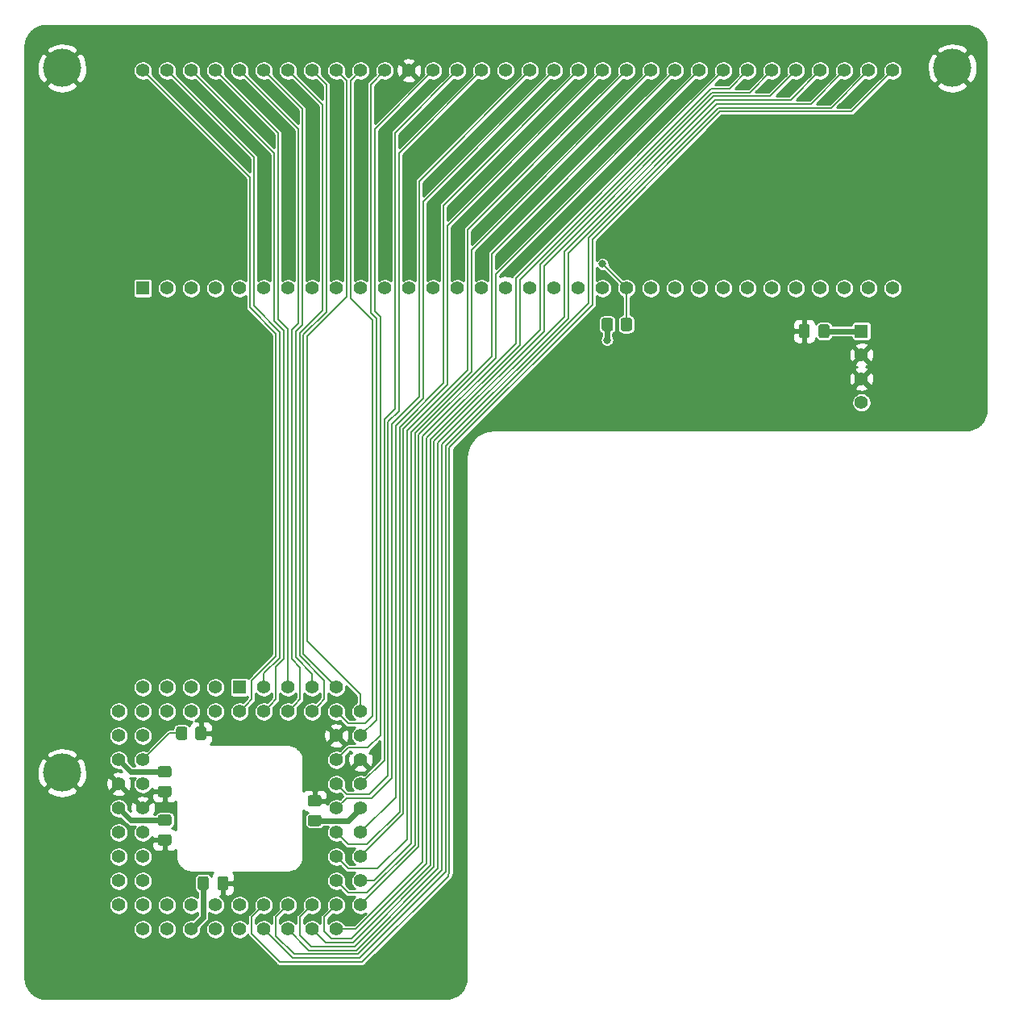
<source format=gtl>
G04 #@! TF.GenerationSoftware,KiCad,Pcbnew,(5.1.12)-1*
G04 #@! TF.CreationDate,2022-03-01T21:28:55+00:00*
G04 #@! TF.ProjectId,A600_68k_PLCC_to_DIP64 _v1,41363030-5f36-4386-9b5f-504c43435f74,B*
G04 #@! TF.SameCoordinates,Original*
G04 #@! TF.FileFunction,Copper,L1,Top*
G04 #@! TF.FilePolarity,Positive*
%FSLAX46Y46*%
G04 Gerber Fmt 4.6, Leading zero omitted, Abs format (unit mm)*
G04 Created by KiCad (PCBNEW (5.1.12)-1) date 2022-03-01 21:28:55*
%MOMM*%
%LPD*%
G01*
G04 APERTURE LIST*
G04 #@! TA.AperFunction,ComponentPad*
%ADD10C,1.422400*%
G04 #@! TD*
G04 #@! TA.AperFunction,ComponentPad*
%ADD11R,1.422400X1.422400*%
G04 #@! TD*
G04 #@! TA.AperFunction,ComponentPad*
%ADD12C,0.700000*%
G04 #@! TD*
G04 #@! TA.AperFunction,ComponentPad*
%ADD13C,4.000000*%
G04 #@! TD*
G04 #@! TA.AperFunction,ComponentPad*
%ADD14C,1.408000*%
G04 #@! TD*
G04 #@! TA.AperFunction,ComponentPad*
%ADD15R,1.408000X1.408000*%
G04 #@! TD*
G04 #@! TA.AperFunction,ViaPad*
%ADD16C,0.800000*%
G04 #@! TD*
G04 #@! TA.AperFunction,Conductor*
%ADD17C,0.203200*%
G04 #@! TD*
G04 #@! TA.AperFunction,Conductor*
%ADD18C,0.609600*%
G04 #@! TD*
G04 #@! TA.AperFunction,Conductor*
%ADD19C,0.254000*%
G04 #@! TD*
G04 #@! TA.AperFunction,Conductor*
%ADD20C,0.100000*%
G04 #@! TD*
G04 APERTURE END LIST*
D10*
X119380000Y-46990000D03*
X198120000Y-69850000D03*
X121920000Y-46990000D03*
X195580000Y-69850000D03*
X124460000Y-46990000D03*
X193040000Y-69850000D03*
X127000000Y-46990000D03*
X190500000Y-69850000D03*
X129540000Y-46990000D03*
X187960000Y-69850000D03*
X132080000Y-46990000D03*
X185420000Y-69850000D03*
X134620000Y-46990000D03*
X182880000Y-69850000D03*
X137160000Y-46990000D03*
X180340000Y-69850000D03*
X139700000Y-46990000D03*
X177800000Y-69850000D03*
X142240000Y-46990000D03*
X175260000Y-69850000D03*
X144780000Y-46990000D03*
X172720000Y-69850000D03*
X147320000Y-46990000D03*
X170180000Y-69850000D03*
X149860000Y-46990000D03*
X167640000Y-69850000D03*
X152400000Y-46990000D03*
X165100000Y-69850000D03*
X154940000Y-46990000D03*
X162560000Y-69850000D03*
X157480000Y-46990000D03*
X160020000Y-69850000D03*
X160020000Y-46990000D03*
X157480000Y-69850000D03*
X162560000Y-46990000D03*
X154940000Y-69850000D03*
X165100000Y-46990000D03*
X152400000Y-69850000D03*
X167640000Y-46990000D03*
X149860000Y-69850000D03*
X170180000Y-46990000D03*
X147320000Y-69850000D03*
X172720000Y-46990000D03*
X144780000Y-69850000D03*
X175260000Y-46990000D03*
X142240000Y-69850000D03*
X177800000Y-46990000D03*
X139700000Y-69850000D03*
X180340000Y-46990000D03*
X137160000Y-69850000D03*
X182880000Y-46990000D03*
X134620000Y-69850000D03*
X185420000Y-46990000D03*
X132080000Y-69850000D03*
X187960000Y-46990000D03*
X129540000Y-69850000D03*
X190500000Y-46990000D03*
X127000000Y-69850000D03*
X193040000Y-46990000D03*
X124460000Y-69850000D03*
X195580000Y-46990000D03*
X121920000Y-69850000D03*
X198120000Y-46990000D03*
D11*
X119380000Y-69850000D03*
D12*
X203319000Y-45669000D03*
X202880000Y-46730000D03*
X203319000Y-47791000D03*
X204380000Y-48230000D03*
X205441000Y-47791000D03*
X205880000Y-46730000D03*
X205441000Y-45669000D03*
X204380000Y-45230000D03*
D13*
X204380000Y-46730000D03*
X110880000Y-46730000D03*
D12*
X112380000Y-46730000D03*
X111941000Y-47791000D03*
X110880000Y-48230000D03*
X109819000Y-47791000D03*
X109380000Y-46730000D03*
X109819000Y-45669000D03*
X110880000Y-45230000D03*
X111941000Y-45669000D03*
D13*
X110880000Y-120730000D03*
D12*
X112380000Y-120730000D03*
X111941000Y-121791000D03*
X110880000Y-122230000D03*
X109819000Y-121791000D03*
X109380000Y-120730000D03*
X109819000Y-119669000D03*
X110880000Y-119230000D03*
X111941000Y-119669000D03*
D10*
X142240000Y-114300000D03*
X142240000Y-116840000D03*
X142240000Y-119380000D03*
X142240000Y-121920000D03*
X142240000Y-124460000D03*
X142240000Y-127000000D03*
X142240000Y-129540000D03*
X142240000Y-132080000D03*
X139700000Y-111760000D03*
X139700000Y-114300000D03*
X139700000Y-116840000D03*
X139700000Y-119380000D03*
X139700000Y-121920000D03*
X139700000Y-124460000D03*
X139700000Y-127000000D03*
X139700000Y-129540000D03*
X139700000Y-132080000D03*
X139700000Y-137160000D03*
X137160000Y-137160000D03*
X134620000Y-137160000D03*
X132080000Y-137160000D03*
X129540000Y-137160000D03*
X127000000Y-137160000D03*
X124460000Y-137160000D03*
X121920000Y-137160000D03*
X119380000Y-137160000D03*
X142240000Y-134620000D03*
X139700000Y-134620000D03*
X137160000Y-134620000D03*
X134620000Y-134620000D03*
X132080000Y-134620000D03*
X129540000Y-134620000D03*
X127000000Y-134620000D03*
X124460000Y-134620000D03*
X121920000Y-134620000D03*
X116840000Y-134620000D03*
X116840000Y-132080000D03*
X116840000Y-129540000D03*
X116840000Y-127000000D03*
X116840000Y-124460000D03*
X116840000Y-121920000D03*
X116840000Y-119380000D03*
X116840000Y-116840000D03*
X116840000Y-114300000D03*
X119380000Y-134620000D03*
X119380000Y-132080000D03*
X119380000Y-129540000D03*
X119380000Y-127000000D03*
X119380000Y-124460000D03*
X119380000Y-121920000D03*
X119380000Y-119380000D03*
X119380000Y-116840000D03*
X137160000Y-111760000D03*
X134620000Y-111760000D03*
X132080000Y-111760000D03*
X119380000Y-111760000D03*
X121920000Y-111760000D03*
X124460000Y-111760000D03*
X127000000Y-111760000D03*
D11*
X129540000Y-111760000D03*
D10*
X137160000Y-114300000D03*
X134620000Y-114300000D03*
X132080000Y-114300000D03*
X129540000Y-114300000D03*
X119380000Y-114300000D03*
X121920000Y-114300000D03*
X124460000Y-114300000D03*
X127000000Y-114300000D03*
G04 #@! TA.AperFunction,SMDPad,CuDef*
G36*
G01*
X121191000Y-120041000D02*
X122141000Y-120041000D01*
G75*
G02*
X122391000Y-120291000I0J-250000D01*
G01*
X122391000Y-120966000D01*
G75*
G02*
X122141000Y-121216000I-250000J0D01*
G01*
X121191000Y-121216000D01*
G75*
G02*
X120941000Y-120966000I0J250000D01*
G01*
X120941000Y-120291000D01*
G75*
G02*
X121191000Y-120041000I250000J0D01*
G01*
G37*
G04 #@! TD.AperFunction*
G04 #@! TA.AperFunction,SMDPad,CuDef*
G36*
G01*
X121191000Y-122116000D02*
X122141000Y-122116000D01*
G75*
G02*
X122391000Y-122366000I0J-250000D01*
G01*
X122391000Y-123041000D01*
G75*
G02*
X122141000Y-123291000I-250000J0D01*
G01*
X121191000Y-123291000D01*
G75*
G02*
X120941000Y-123041000I0J250000D01*
G01*
X120941000Y-122366000D01*
G75*
G02*
X121191000Y-122116000I250000J0D01*
G01*
G37*
G04 #@! TD.AperFunction*
G04 #@! TA.AperFunction,SMDPad,CuDef*
G36*
G01*
X121191000Y-127196000D02*
X122141000Y-127196000D01*
G75*
G02*
X122391000Y-127446000I0J-250000D01*
G01*
X122391000Y-128121000D01*
G75*
G02*
X122141000Y-128371000I-250000J0D01*
G01*
X121191000Y-128371000D01*
G75*
G02*
X120941000Y-128121000I0J250000D01*
G01*
X120941000Y-127446000D01*
G75*
G02*
X121191000Y-127196000I250000J0D01*
G01*
G37*
G04 #@! TD.AperFunction*
G04 #@! TA.AperFunction,SMDPad,CuDef*
G36*
G01*
X121191000Y-125121000D02*
X122141000Y-125121000D01*
G75*
G02*
X122391000Y-125371000I0J-250000D01*
G01*
X122391000Y-126046000D01*
G75*
G02*
X122141000Y-126296000I-250000J0D01*
G01*
X121191000Y-126296000D01*
G75*
G02*
X120941000Y-126046000I0J250000D01*
G01*
X120941000Y-125371000D01*
G75*
G02*
X121191000Y-125121000I250000J0D01*
G01*
G37*
G04 #@! TD.AperFunction*
G04 #@! TA.AperFunction,SMDPad,CuDef*
G36*
G01*
X125121000Y-132809000D02*
X125121000Y-131859000D01*
G75*
G02*
X125371000Y-131609000I250000J0D01*
G01*
X126046000Y-131609000D01*
G75*
G02*
X126296000Y-131859000I0J-250000D01*
G01*
X126296000Y-132809000D01*
G75*
G02*
X126046000Y-133059000I-250000J0D01*
G01*
X125371000Y-133059000D01*
G75*
G02*
X125121000Y-132809000I0J250000D01*
G01*
G37*
G04 #@! TD.AperFunction*
G04 #@! TA.AperFunction,SMDPad,CuDef*
G36*
G01*
X127196000Y-132809000D02*
X127196000Y-131859000D01*
G75*
G02*
X127446000Y-131609000I250000J0D01*
G01*
X128121000Y-131609000D01*
G75*
G02*
X128371000Y-131859000I0J-250000D01*
G01*
X128371000Y-132809000D01*
G75*
G02*
X128121000Y-133059000I-250000J0D01*
G01*
X127446000Y-133059000D01*
G75*
G02*
X127196000Y-132809000I0J250000D01*
G01*
G37*
G04 #@! TD.AperFunction*
G04 #@! TA.AperFunction,SMDPad,CuDef*
G36*
G01*
X137889000Y-124264000D02*
X136939000Y-124264000D01*
G75*
G02*
X136689000Y-124014000I0J250000D01*
G01*
X136689000Y-123339000D01*
G75*
G02*
X136939000Y-123089000I250000J0D01*
G01*
X137889000Y-123089000D01*
G75*
G02*
X138139000Y-123339000I0J-250000D01*
G01*
X138139000Y-124014000D01*
G75*
G02*
X137889000Y-124264000I-250000J0D01*
G01*
G37*
G04 #@! TD.AperFunction*
G04 #@! TA.AperFunction,SMDPad,CuDef*
G36*
G01*
X137889000Y-126339000D02*
X136939000Y-126339000D01*
G75*
G02*
X136689000Y-126089000I0J250000D01*
G01*
X136689000Y-125414000D01*
G75*
G02*
X136939000Y-125164000I250000J0D01*
G01*
X137889000Y-125164000D01*
G75*
G02*
X138139000Y-125414000I0J-250000D01*
G01*
X138139000Y-126089000D01*
G75*
G02*
X137889000Y-126339000I-250000J0D01*
G01*
G37*
G04 #@! TD.AperFunction*
G04 #@! TA.AperFunction,SMDPad,CuDef*
G36*
G01*
X122860000Y-117036001D02*
X122860000Y-116135999D01*
G75*
G02*
X123109999Y-115886000I249999J0D01*
G01*
X123810001Y-115886000D01*
G75*
G02*
X124060000Y-116135999I0J-249999D01*
G01*
X124060000Y-117036001D01*
G75*
G02*
X123810001Y-117286000I-249999J0D01*
G01*
X123109999Y-117286000D01*
G75*
G02*
X122860000Y-117036001I0J249999D01*
G01*
G37*
G04 #@! TD.AperFunction*
G04 #@! TA.AperFunction,SMDPad,CuDef*
G36*
G01*
X124860000Y-117036001D02*
X124860000Y-116135999D01*
G75*
G02*
X125109999Y-115886000I249999J0D01*
G01*
X125810001Y-115886000D01*
G75*
G02*
X126060000Y-116135999I0J-249999D01*
G01*
X126060000Y-117036001D01*
G75*
G02*
X125810001Y-117286000I-249999J0D01*
G01*
X125109999Y-117286000D01*
G75*
G02*
X124860000Y-117036001I0J249999D01*
G01*
G37*
G04 #@! TD.AperFunction*
G04 #@! TA.AperFunction,SMDPad,CuDef*
G36*
G01*
X169555000Y-74110001D02*
X169555000Y-73209999D01*
G75*
G02*
X169804999Y-72960000I249999J0D01*
G01*
X170505001Y-72960000D01*
G75*
G02*
X170755000Y-73209999I0J-249999D01*
G01*
X170755000Y-74110001D01*
G75*
G02*
X170505001Y-74360000I-249999J0D01*
G01*
X169804999Y-74360000D01*
G75*
G02*
X169555000Y-74110001I0J249999D01*
G01*
G37*
G04 #@! TD.AperFunction*
G04 #@! TA.AperFunction,SMDPad,CuDef*
G36*
G01*
X167555000Y-74110001D02*
X167555000Y-73209999D01*
G75*
G02*
X167804999Y-72960000I249999J0D01*
G01*
X168505001Y-72960000D01*
G75*
G02*
X168755000Y-73209999I0J-249999D01*
G01*
X168755000Y-74110001D01*
G75*
G02*
X168505001Y-74360000I-249999J0D01*
G01*
X167804999Y-74360000D01*
G75*
G02*
X167555000Y-74110001I0J249999D01*
G01*
G37*
G04 #@! TD.AperFunction*
D14*
X194840000Y-81855000D03*
X194840000Y-79355000D03*
X194840000Y-76855000D03*
D15*
X194840000Y-74355000D03*
G04 #@! TA.AperFunction,SMDPad,CuDef*
G36*
G01*
X191490000Y-73880000D02*
X191490000Y-74830000D01*
G75*
G02*
X191240000Y-75080000I-250000J0D01*
G01*
X190565000Y-75080000D01*
G75*
G02*
X190315000Y-74830000I0J250000D01*
G01*
X190315000Y-73880000D01*
G75*
G02*
X190565000Y-73630000I250000J0D01*
G01*
X191240000Y-73630000D01*
G75*
G02*
X191490000Y-73880000I0J-250000D01*
G01*
G37*
G04 #@! TD.AperFunction*
G04 #@! TA.AperFunction,SMDPad,CuDef*
G36*
G01*
X189415000Y-73880000D02*
X189415000Y-74830000D01*
G75*
G02*
X189165000Y-75080000I-250000J0D01*
G01*
X188490000Y-75080000D01*
G75*
G02*
X188240000Y-74830000I0J250000D01*
G01*
X188240000Y-73880000D01*
G75*
G02*
X188490000Y-73630000I250000J0D01*
G01*
X189165000Y-73630000D01*
G75*
G02*
X189415000Y-73880000I0J-250000D01*
G01*
G37*
G04 #@! TD.AperFunction*
D16*
X187325000Y-74355000D03*
X127000000Y-116586000D03*
X121666000Y-124206000D03*
X121666000Y-129286000D03*
X129286000Y-132334000D03*
X137414000Y-122174000D03*
X167640000Y-67310000D03*
X168122600Y-75285600D03*
D17*
X119380000Y-119380000D02*
X122174000Y-116586000D01*
X122174000Y-116586000D02*
X123460000Y-116586000D01*
X188827500Y-74355000D02*
X187325000Y-74355000D01*
X125460000Y-116586000D02*
X127000000Y-116586000D01*
X121666000Y-122703500D02*
X121666000Y-124206000D01*
X121666000Y-127783500D02*
X121666000Y-129286000D01*
X127783500Y-132334000D02*
X129286000Y-132334000D01*
X137414000Y-123676500D02*
X137414000Y-122174000D01*
X167640000Y-67310000D02*
X170180000Y-69850000D01*
X170180000Y-73660000D02*
X170180000Y-69850000D01*
D18*
X168130000Y-75278200D02*
X168122600Y-75285600D01*
X168130000Y-73660000D02*
X168130000Y-75278200D01*
X140948500Y-125751500D02*
X137414000Y-125751500D01*
X142240000Y-124460000D02*
X140948500Y-125751500D01*
X125708500Y-135911500D02*
X125708500Y-132334000D01*
X124460000Y-137160000D02*
X125708500Y-135911500D01*
X118088500Y-125708500D02*
X121666000Y-125708500D01*
X116840000Y-124460000D02*
X118088500Y-125708500D01*
X118088500Y-120628500D02*
X121666000Y-120628500D01*
X116840000Y-119380000D02*
X118088500Y-120628500D01*
X194840000Y-74355000D02*
X190902500Y-74355000D01*
D17*
X142240000Y-113294212D02*
X142240000Y-114300000D01*
X140766800Y-70752974D02*
X136636055Y-74883719D01*
X139700000Y-46990000D02*
X140766800Y-48056800D01*
X136636055Y-106918055D02*
X142240000Y-112522000D01*
X140766800Y-48056800D02*
X140766800Y-70752974D01*
X136636055Y-74883719D02*
X136636055Y-106918055D01*
X142240000Y-112522000D02*
X142240000Y-113294212D01*
X143309989Y-48460011D02*
X143309990Y-72443990D01*
X144780000Y-46990000D02*
X143309989Y-48460011D01*
X143309990Y-72443990D02*
X143913210Y-73047210D01*
X143913210Y-73047210D02*
X143913210Y-115166790D01*
X143913210Y-115166790D02*
X142240000Y-116840000D01*
X152400000Y-46990000D02*
X145846800Y-53543200D01*
X145846800Y-53543200D02*
X145846800Y-82499200D01*
X145846800Y-82499200D02*
X144719632Y-83626368D01*
X144719632Y-83626368D02*
X144719632Y-119440368D01*
X144719632Y-119440368D02*
X142240000Y-121920000D01*
X148790010Y-81396216D02*
X145929263Y-84256963D01*
X162560000Y-46990000D02*
X148790011Y-60759989D01*
X145929263Y-123310737D02*
X142240000Y-127000000D01*
X145929263Y-84256963D02*
X145929263Y-123310737D01*
X148790011Y-60759989D02*
X148790010Y-81396216D01*
X151330010Y-79996668D02*
X146735683Y-84590995D01*
X167640000Y-46990000D02*
X151330010Y-63299990D01*
X146735683Y-84590995D02*
X146735683Y-125044317D01*
X151330010Y-63299990D02*
X151330010Y-79996668D01*
X146735683Y-125044317D02*
X142240000Y-129540000D01*
X147542102Y-128177446D02*
X143639548Y-132080000D01*
X147542103Y-84930123D02*
X147542102Y-128177446D01*
X153873200Y-78599026D02*
X147542103Y-84930123D01*
X153873200Y-65836800D02*
X153873200Y-78599026D01*
X143639548Y-132080000D02*
X142240000Y-132080000D01*
X172720000Y-46990000D02*
X153873200Y-65836800D01*
X137160000Y-46990000D02*
X138630010Y-48460010D01*
X136232844Y-74716704D02*
X136232844Y-108292844D01*
X138630010Y-48460010D02*
X138630010Y-72319538D01*
X138630010Y-72319538D02*
X136232844Y-74716704D01*
X136232844Y-108292844D02*
X139700000Y-111760000D01*
X141170011Y-70874237D02*
X141170011Y-48059989D01*
X142748000Y-115570000D02*
X143509999Y-114808001D01*
X143509999Y-73214225D02*
X141170011Y-70874237D01*
X140970000Y-115570000D02*
X142748000Y-115570000D01*
X139700000Y-114300000D02*
X140970000Y-115570000D01*
X143509999Y-114808001D02*
X143509999Y-73214225D01*
X141170011Y-48059989D02*
X142240000Y-46990000D01*
X149860000Y-46990000D02*
X143713200Y-53136800D01*
X143713200Y-53136800D02*
X143713200Y-72276974D01*
X143713200Y-72276974D02*
X144316421Y-72880195D01*
X144316421Y-72880195D02*
X144316421Y-116795579D01*
X144316421Y-116795579D02*
X143002000Y-118110000D01*
X143002000Y-118110000D02*
X140970000Y-118110000D01*
X140970000Y-118110000D02*
X139700000Y-119380000D01*
X140766800Y-122986800D02*
X139700000Y-121920000D01*
X143192673Y-122986800D02*
X140766800Y-122986800D01*
X145122842Y-121056631D02*
X143192673Y-122986800D01*
X145122843Y-83889270D02*
X145122842Y-121056631D01*
X146250011Y-82762102D02*
X145122843Y-83889270D01*
X146250011Y-55679989D02*
X146250011Y-82762102D01*
X154940000Y-46990000D02*
X146250011Y-55679989D01*
X148386800Y-58623200D02*
X160020000Y-46990000D01*
X148386800Y-81229200D02*
X148386800Y-58623200D01*
X145526052Y-121269052D02*
X145526052Y-84089948D01*
X145526052Y-84089948D02*
X148386800Y-81229200D01*
X143401904Y-123393200D02*
X145526052Y-121269052D01*
X140766800Y-123393200D02*
X143401904Y-123393200D01*
X139700000Y-124460000D02*
X140766800Y-123393200D01*
X165100000Y-46990000D02*
X150926800Y-61163200D01*
X150926800Y-61163200D02*
X150926800Y-79829652D01*
X150926800Y-79829652D02*
X146332472Y-84423980D01*
X146332472Y-84423980D02*
X146332472Y-124877302D01*
X146332472Y-124877302D02*
X142939774Y-128270000D01*
X140970000Y-128270000D02*
X139700000Y-127000000D01*
X142939774Y-128270000D02*
X140970000Y-128270000D01*
X153469989Y-63700011D02*
X153469989Y-78432011D01*
X153469989Y-78432011D02*
X147138893Y-84763107D01*
X147138893Y-84763107D02*
X147138892Y-127695506D01*
X147138892Y-127695506D02*
X144024398Y-130810000D01*
X170180000Y-46990000D02*
X153469989Y-63700011D01*
X144024398Y-130810000D02*
X140970000Y-130810000D01*
X140970000Y-130810000D02*
X139700000Y-129540000D01*
X140970000Y-133350000D02*
X139700000Y-132080000D01*
X147945312Y-128344462D02*
X142939774Y-133350000D01*
X142939774Y-133350000D02*
X140970000Y-133350000D01*
X147945312Y-85097140D02*
X147945312Y-128344462D01*
X156006800Y-77035652D02*
X147945312Y-85097140D01*
X156006800Y-66243200D02*
X156006800Y-77035652D01*
X175260000Y-46990000D02*
X156006800Y-66243200D01*
X141732000Y-137160000D02*
X139700000Y-137160000D01*
X148751732Y-130140268D02*
X141732000Y-137160000D01*
X148751732Y-85436268D02*
X148751732Y-130140268D01*
X158546800Y-75641200D02*
X148751732Y-85436268D01*
X180340000Y-46990000D02*
X158546800Y-68783200D01*
X158546800Y-68783200D02*
X158546800Y-75641200D01*
X138576006Y-138576006D02*
X137160000Y-137160000D01*
X149558152Y-130474299D02*
X141456445Y-138576006D01*
X149558153Y-85770298D02*
X149558152Y-130474299D01*
X161086800Y-74241651D02*
X149558153Y-85770298D01*
X161086800Y-67383652D02*
X161086800Y-74241651D01*
X179178501Y-49291951D02*
X161086800Y-67383652D01*
X183118049Y-49291951D02*
X179178501Y-49291951D01*
X185420000Y-46990000D02*
X183118049Y-49291951D01*
X141456445Y-138576006D02*
X138576006Y-138576006D01*
X150364573Y-86104330D02*
X150364572Y-130808331D01*
X150364572Y-130808331D02*
X141790475Y-139382428D01*
X187391627Y-50098373D02*
X179512531Y-50098373D01*
X179512531Y-50098373D02*
X163626800Y-65984104D01*
X163626800Y-65984104D02*
X163626800Y-72842103D01*
X163626800Y-72842103D02*
X150364573Y-86104330D01*
X141790475Y-139382428D02*
X136842428Y-139382428D01*
X136842428Y-139382428D02*
X134620000Y-137160000D01*
X190500000Y-46990000D02*
X187391627Y-50098373D01*
X135108850Y-140188850D02*
X132080000Y-137160000D01*
X142124505Y-140188850D02*
X135108850Y-140188850D01*
X151170992Y-131142363D02*
X142124505Y-140188850D01*
X166169989Y-71439366D02*
X151170993Y-86438362D01*
X166169989Y-64581367D02*
X166169989Y-71439366D01*
X179846561Y-50904795D02*
X166169989Y-64581367D01*
X191665205Y-50904795D02*
X179846561Y-50904795D01*
X195580000Y-46990000D02*
X191665205Y-50904795D01*
X151170993Y-86438362D02*
X151170992Y-131142363D01*
X156410010Y-68379990D02*
X156410010Y-77202668D01*
X156410010Y-77202668D02*
X148348523Y-85264155D01*
X148348523Y-85264155D02*
X148348523Y-128511477D01*
X177800000Y-46990000D02*
X156410010Y-68379990D01*
X148348523Y-128511477D02*
X142240000Y-134620000D01*
X138430000Y-135890000D02*
X139700000Y-134620000D01*
X138430000Y-137388946D02*
X138430000Y-135890000D01*
X139213855Y-138172801D02*
X138430000Y-137388946D01*
X141289424Y-138172801D02*
X139213855Y-138172801D01*
X149154942Y-130307283D02*
X141289424Y-138172801D01*
X149154942Y-85603283D02*
X149154942Y-130307283D01*
X158950010Y-75808215D02*
X149154942Y-85603283D01*
X158950011Y-68950215D02*
X158950010Y-75808215D01*
X179011486Y-48888740D02*
X158950011Y-68950215D01*
X180981260Y-48888740D02*
X179011486Y-48888740D01*
X182880000Y-46990000D02*
X180981260Y-48888740D01*
X135890000Y-137795000D02*
X135890000Y-135890000D01*
X135890000Y-135890000D02*
X137160000Y-134620000D01*
X137074217Y-138979217D02*
X135890000Y-137795000D01*
X141623460Y-138979217D02*
X137074217Y-138979217D01*
X149961362Y-130641315D02*
X141623460Y-138979217D01*
X149961363Y-85937314D02*
X149961362Y-130641315D01*
X161490011Y-67550667D02*
X161490010Y-74408667D01*
X179345516Y-49695162D02*
X161490011Y-67550667D01*
X185254838Y-49695162D02*
X179345516Y-49695162D01*
X187960000Y-46990000D02*
X185254838Y-49695162D01*
X161490010Y-74408667D02*
X149961363Y-85937314D01*
X193040000Y-46990000D02*
X189528416Y-50501584D01*
X179679546Y-50501584D02*
X164030011Y-66151119D01*
X164030010Y-73009119D02*
X150767783Y-86271346D01*
X150767782Y-130975347D02*
X141957490Y-139785639D01*
X141957490Y-139785639D02*
X135275865Y-139785639D01*
X150767783Y-86271346D02*
X150767782Y-130975347D01*
X189528416Y-50501584D02*
X179679546Y-50501584D01*
X133350000Y-135890000D02*
X134620000Y-134620000D01*
X133350000Y-137859774D02*
X133350000Y-135890000D01*
X135275865Y-139785639D02*
X133350000Y-137859774D01*
X164030011Y-66151119D02*
X164030010Y-73009119D01*
X130810000Y-135890000D02*
X132080000Y-134620000D01*
X130810000Y-137668000D02*
X130810000Y-135890000D01*
X133734062Y-140592062D02*
X130810000Y-137668000D01*
X142432501Y-140592062D02*
X133734062Y-140592062D01*
X151409400Y-131615163D02*
X142432501Y-140592062D01*
X151409400Y-131474181D02*
X151409400Y-131615163D01*
X151574202Y-131309379D02*
X151409400Y-131474181D01*
X151574203Y-86605378D02*
X151574202Y-131309379D01*
X166573199Y-71606382D02*
X151574203Y-86605378D01*
X166573200Y-64748382D02*
X166573199Y-71606382D01*
X180013576Y-51308006D02*
X166573200Y-64748382D01*
X181983350Y-51308006D02*
X180013576Y-51308006D01*
X181983356Y-51308000D02*
X181983350Y-51308006D01*
X193802000Y-51308000D02*
X181983356Y-51308000D01*
X198120000Y-46990000D02*
X193802000Y-51308000D01*
X136090010Y-51000010D02*
X136090010Y-73719086D01*
X135426424Y-108626876D02*
X137160000Y-110360452D01*
X136090010Y-73719086D02*
X135426424Y-74382672D01*
X132080000Y-46990000D02*
X136090010Y-51000010D01*
X135426424Y-74382672D02*
X135426424Y-108626876D01*
X137160000Y-110360452D02*
X137160000Y-111760000D01*
X127000000Y-46990000D02*
X133550011Y-53540011D01*
X133550011Y-53540011D02*
X133550011Y-73098011D01*
X133550011Y-73098011D02*
X134620000Y-74168000D01*
X134620000Y-74168000D02*
X134620000Y-110754212D01*
X134620000Y-110754212D02*
X134620000Y-111760000D01*
X132080000Y-110310327D02*
X132080000Y-111760000D01*
X133753208Y-108637119D02*
X132080000Y-110310327D01*
X131013200Y-71701652D02*
X133753209Y-74441661D01*
X133753209Y-74441661D02*
X133753208Y-108637119D01*
X131013200Y-56083200D02*
X131013200Y-71701652D01*
X121920000Y-46990000D02*
X131013200Y-56083200D01*
X137871199Y-113588801D02*
X137160000Y-114300000D01*
X138430000Y-113030000D02*
X137871199Y-113588801D01*
X138430000Y-111060226D02*
X138430000Y-113030000D01*
X135829634Y-108459860D02*
X138430000Y-111060226D01*
X138226800Y-72152522D02*
X135829633Y-74549689D01*
X134620000Y-46990000D02*
X138226800Y-50596800D01*
X135829633Y-74549689D02*
X135829634Y-108459860D01*
X138226800Y-50596800D02*
X138226800Y-72152522D01*
X135331199Y-113588801D02*
X134620000Y-114300000D01*
X135686800Y-73552070D02*
X135023211Y-74215659D01*
X129540000Y-46990000D02*
X135686800Y-53136800D01*
X135023211Y-74215659D02*
X135023214Y-108793892D01*
X135686800Y-53136800D02*
X135686800Y-73552070D01*
X135890000Y-113030000D02*
X135331199Y-113588801D01*
X135023214Y-108793892D02*
X135890000Y-109660678D01*
X135890000Y-109660678D02*
X135890000Y-113030000D01*
X133350000Y-113030000D02*
X132791199Y-113588801D01*
X134156418Y-108804135D02*
X133350000Y-109610553D01*
X133146800Y-73265026D02*
X134156420Y-74274646D01*
X134156420Y-74274646D02*
X134156418Y-108804135D01*
X133146800Y-55676800D02*
X133146800Y-73265026D01*
X133350000Y-109610553D02*
X133350000Y-113030000D01*
X124460000Y-46990000D02*
X133146800Y-55676800D01*
X132791199Y-113588801D02*
X132080000Y-114300000D01*
X133349998Y-108470103D02*
X130810000Y-111010101D01*
X130810000Y-113030000D02*
X130251199Y-113588801D01*
X130810000Y-111010101D02*
X130810000Y-113030000D01*
X133349998Y-74608676D02*
X133349998Y-108470103D01*
X130609990Y-58219990D02*
X130609990Y-71868668D01*
X130609990Y-71868668D02*
X133349998Y-74608676D01*
X119380000Y-46990000D02*
X130609990Y-58219990D01*
X130251199Y-113588801D02*
X129540000Y-114300000D01*
D19*
X206164654Y-42305326D02*
X206573140Y-42428655D01*
X206949888Y-42628974D01*
X207280550Y-42898657D01*
X207552535Y-43227431D01*
X207755480Y-43602769D01*
X207881657Y-44010381D01*
X207928000Y-44451308D01*
X207928001Y-82532775D01*
X207884674Y-82974659D01*
X207761346Y-83383139D01*
X207561025Y-83759889D01*
X207291346Y-84090548D01*
X206962569Y-84362535D01*
X206587231Y-84565480D01*
X206179621Y-84691657D01*
X205738692Y-84738000D01*
X156192708Y-84738000D01*
X156192096Y-84738060D01*
X156191037Y-84738064D01*
X156175745Y-84739617D01*
X156160366Y-84739510D01*
X156155474Y-84739990D01*
X155662468Y-84791807D01*
X155631241Y-84798217D01*
X155599878Y-84804200D01*
X155595173Y-84805621D01*
X155121621Y-84952210D01*
X155092250Y-84964557D01*
X155062630Y-84976524D01*
X155058290Y-84978832D01*
X154622230Y-85214609D01*
X154595803Y-85232434D01*
X154569086Y-85249917D01*
X154565277Y-85253024D01*
X154183317Y-85569008D01*
X154160825Y-85591657D01*
X154138043Y-85613967D01*
X154134910Y-85617754D01*
X153821600Y-86001911D01*
X153803965Y-86028453D01*
X153785920Y-86054808D01*
X153783582Y-86059131D01*
X153550855Y-86496827D01*
X153538705Y-86526305D01*
X153526130Y-86555646D01*
X153524677Y-86560342D01*
X153381397Y-87034906D01*
X153375203Y-87066190D01*
X153368567Y-87097407D01*
X153368054Y-87102296D01*
X153319680Y-87595651D01*
X153318000Y-87612709D01*
X153318001Y-142222775D01*
X153274674Y-142664659D01*
X153151346Y-143073139D01*
X152951025Y-143449889D01*
X152681346Y-143780548D01*
X152352569Y-144052535D01*
X151977231Y-144255480D01*
X151569621Y-144381657D01*
X151128692Y-144428000D01*
X109237215Y-144428000D01*
X108795341Y-144384674D01*
X108386861Y-144261346D01*
X108010111Y-144061025D01*
X107679452Y-143791346D01*
X107407465Y-143462569D01*
X107204520Y-143087231D01*
X107078343Y-142679621D01*
X107032000Y-142238692D01*
X107032000Y-137057746D01*
X118341800Y-137057746D01*
X118341800Y-137262254D01*
X118381698Y-137462832D01*
X118459959Y-137651772D01*
X118573578Y-137821814D01*
X118718186Y-137966422D01*
X118888228Y-138080041D01*
X119077168Y-138158302D01*
X119277746Y-138198200D01*
X119482254Y-138198200D01*
X119682832Y-138158302D01*
X119871772Y-138080041D01*
X120041814Y-137966422D01*
X120186422Y-137821814D01*
X120300041Y-137651772D01*
X120378302Y-137462832D01*
X120418200Y-137262254D01*
X120418200Y-137057746D01*
X120881800Y-137057746D01*
X120881800Y-137262254D01*
X120921698Y-137462832D01*
X120999959Y-137651772D01*
X121113578Y-137821814D01*
X121258186Y-137966422D01*
X121428228Y-138080041D01*
X121617168Y-138158302D01*
X121817746Y-138198200D01*
X122022254Y-138198200D01*
X122222832Y-138158302D01*
X122411772Y-138080041D01*
X122581814Y-137966422D01*
X122726422Y-137821814D01*
X122840041Y-137651772D01*
X122918302Y-137462832D01*
X122958200Y-137262254D01*
X122958200Y-137057746D01*
X122918302Y-136857168D01*
X122840041Y-136668228D01*
X122726422Y-136498186D01*
X122581814Y-136353578D01*
X122411772Y-136239959D01*
X122222832Y-136161698D01*
X122022254Y-136121800D01*
X121817746Y-136121800D01*
X121617168Y-136161698D01*
X121428228Y-136239959D01*
X121258186Y-136353578D01*
X121113578Y-136498186D01*
X120999959Y-136668228D01*
X120921698Y-136857168D01*
X120881800Y-137057746D01*
X120418200Y-137057746D01*
X120378302Y-136857168D01*
X120300041Y-136668228D01*
X120186422Y-136498186D01*
X120041814Y-136353578D01*
X119871772Y-136239959D01*
X119682832Y-136161698D01*
X119482254Y-136121800D01*
X119277746Y-136121800D01*
X119077168Y-136161698D01*
X118888228Y-136239959D01*
X118718186Y-136353578D01*
X118573578Y-136498186D01*
X118459959Y-136668228D01*
X118381698Y-136857168D01*
X118341800Y-137057746D01*
X107032000Y-137057746D01*
X107032000Y-134517746D01*
X115801800Y-134517746D01*
X115801800Y-134722254D01*
X115841698Y-134922832D01*
X115919959Y-135111772D01*
X116033578Y-135281814D01*
X116178186Y-135426422D01*
X116348228Y-135540041D01*
X116537168Y-135618302D01*
X116737746Y-135658200D01*
X116942254Y-135658200D01*
X117142832Y-135618302D01*
X117331772Y-135540041D01*
X117501814Y-135426422D01*
X117646422Y-135281814D01*
X117760041Y-135111772D01*
X117838302Y-134922832D01*
X117878200Y-134722254D01*
X117878200Y-134517746D01*
X118341800Y-134517746D01*
X118341800Y-134722254D01*
X118381698Y-134922832D01*
X118459959Y-135111772D01*
X118573578Y-135281814D01*
X118718186Y-135426422D01*
X118888228Y-135540041D01*
X119077168Y-135618302D01*
X119277746Y-135658200D01*
X119482254Y-135658200D01*
X119682832Y-135618302D01*
X119871772Y-135540041D01*
X120041814Y-135426422D01*
X120186422Y-135281814D01*
X120300041Y-135111772D01*
X120378302Y-134922832D01*
X120418200Y-134722254D01*
X120418200Y-134517746D01*
X120881800Y-134517746D01*
X120881800Y-134722254D01*
X120921698Y-134922832D01*
X120999959Y-135111772D01*
X121113578Y-135281814D01*
X121258186Y-135426422D01*
X121428228Y-135540041D01*
X121617168Y-135618302D01*
X121817746Y-135658200D01*
X122022254Y-135658200D01*
X122222832Y-135618302D01*
X122411772Y-135540041D01*
X122581814Y-135426422D01*
X122726422Y-135281814D01*
X122840041Y-135111772D01*
X122918302Y-134922832D01*
X122958200Y-134722254D01*
X122958200Y-134517746D01*
X122918302Y-134317168D01*
X122840041Y-134128228D01*
X122726422Y-133958186D01*
X122581814Y-133813578D01*
X122411772Y-133699959D01*
X122222832Y-133621698D01*
X122022254Y-133581800D01*
X121817746Y-133581800D01*
X121617168Y-133621698D01*
X121428228Y-133699959D01*
X121258186Y-133813578D01*
X121113578Y-133958186D01*
X120999959Y-134128228D01*
X120921698Y-134317168D01*
X120881800Y-134517746D01*
X120418200Y-134517746D01*
X120378302Y-134317168D01*
X120300041Y-134128228D01*
X120186422Y-133958186D01*
X120041814Y-133813578D01*
X119871772Y-133699959D01*
X119682832Y-133621698D01*
X119482254Y-133581800D01*
X119277746Y-133581800D01*
X119077168Y-133621698D01*
X118888228Y-133699959D01*
X118718186Y-133813578D01*
X118573578Y-133958186D01*
X118459959Y-134128228D01*
X118381698Y-134317168D01*
X118341800Y-134517746D01*
X117878200Y-134517746D01*
X117838302Y-134317168D01*
X117760041Y-134128228D01*
X117646422Y-133958186D01*
X117501814Y-133813578D01*
X117331772Y-133699959D01*
X117142832Y-133621698D01*
X116942254Y-133581800D01*
X116737746Y-133581800D01*
X116537168Y-133621698D01*
X116348228Y-133699959D01*
X116178186Y-133813578D01*
X116033578Y-133958186D01*
X115919959Y-134128228D01*
X115841698Y-134317168D01*
X115801800Y-134517746D01*
X107032000Y-134517746D01*
X107032000Y-131977746D01*
X115801800Y-131977746D01*
X115801800Y-132182254D01*
X115841698Y-132382832D01*
X115919959Y-132571772D01*
X116033578Y-132741814D01*
X116178186Y-132886422D01*
X116348228Y-133000041D01*
X116537168Y-133078302D01*
X116737746Y-133118200D01*
X116942254Y-133118200D01*
X117142832Y-133078302D01*
X117331772Y-133000041D01*
X117501814Y-132886422D01*
X117646422Y-132741814D01*
X117760041Y-132571772D01*
X117838302Y-132382832D01*
X117878200Y-132182254D01*
X117878200Y-131977746D01*
X118341800Y-131977746D01*
X118341800Y-132182254D01*
X118381698Y-132382832D01*
X118459959Y-132571772D01*
X118573578Y-132741814D01*
X118718186Y-132886422D01*
X118888228Y-133000041D01*
X119077168Y-133078302D01*
X119277746Y-133118200D01*
X119482254Y-133118200D01*
X119682832Y-133078302D01*
X119871772Y-133000041D01*
X120041814Y-132886422D01*
X120186422Y-132741814D01*
X120300041Y-132571772D01*
X120378302Y-132382832D01*
X120418200Y-132182254D01*
X120418200Y-131977746D01*
X120378302Y-131777168D01*
X120300041Y-131588228D01*
X120186422Y-131418186D01*
X120041814Y-131273578D01*
X119871772Y-131159959D01*
X119682832Y-131081698D01*
X119482254Y-131041800D01*
X119277746Y-131041800D01*
X119077168Y-131081698D01*
X118888228Y-131159959D01*
X118718186Y-131273578D01*
X118573578Y-131418186D01*
X118459959Y-131588228D01*
X118381698Y-131777168D01*
X118341800Y-131977746D01*
X117878200Y-131977746D01*
X117838302Y-131777168D01*
X117760041Y-131588228D01*
X117646422Y-131418186D01*
X117501814Y-131273578D01*
X117331772Y-131159959D01*
X117142832Y-131081698D01*
X116942254Y-131041800D01*
X116737746Y-131041800D01*
X116537168Y-131081698D01*
X116348228Y-131159959D01*
X116178186Y-131273578D01*
X116033578Y-131418186D01*
X115919959Y-131588228D01*
X115841698Y-131777168D01*
X115801800Y-131977746D01*
X107032000Y-131977746D01*
X107032000Y-129437746D01*
X115801800Y-129437746D01*
X115801800Y-129642254D01*
X115841698Y-129842832D01*
X115919959Y-130031772D01*
X116033578Y-130201814D01*
X116178186Y-130346422D01*
X116348228Y-130460041D01*
X116537168Y-130538302D01*
X116737746Y-130578200D01*
X116942254Y-130578200D01*
X117142832Y-130538302D01*
X117331772Y-130460041D01*
X117501814Y-130346422D01*
X117646422Y-130201814D01*
X117760041Y-130031772D01*
X117838302Y-129842832D01*
X117878200Y-129642254D01*
X117878200Y-129437746D01*
X118341800Y-129437746D01*
X118341800Y-129642254D01*
X118381698Y-129842832D01*
X118459959Y-130031772D01*
X118573578Y-130201814D01*
X118718186Y-130346422D01*
X118888228Y-130460041D01*
X119077168Y-130538302D01*
X119277746Y-130578200D01*
X119482254Y-130578200D01*
X119682832Y-130538302D01*
X119871772Y-130460041D01*
X120041814Y-130346422D01*
X120186422Y-130201814D01*
X120300041Y-130031772D01*
X120378302Y-129842832D01*
X120418200Y-129642254D01*
X120418200Y-129437746D01*
X120378302Y-129237168D01*
X120300041Y-129048228D01*
X120186422Y-128878186D01*
X120041814Y-128733578D01*
X119871772Y-128619959D01*
X119682832Y-128541698D01*
X119482254Y-128501800D01*
X119277746Y-128501800D01*
X119077168Y-128541698D01*
X118888228Y-128619959D01*
X118718186Y-128733578D01*
X118573578Y-128878186D01*
X118459959Y-129048228D01*
X118381698Y-129237168D01*
X118341800Y-129437746D01*
X117878200Y-129437746D01*
X117838302Y-129237168D01*
X117760041Y-129048228D01*
X117646422Y-128878186D01*
X117501814Y-128733578D01*
X117331772Y-128619959D01*
X117142832Y-128541698D01*
X116942254Y-128501800D01*
X116737746Y-128501800D01*
X116537168Y-128541698D01*
X116348228Y-128619959D01*
X116178186Y-128733578D01*
X116033578Y-128878186D01*
X115919959Y-129048228D01*
X115841698Y-129237168D01*
X115801800Y-129437746D01*
X107032000Y-129437746D01*
X107032000Y-128371000D01*
X120302928Y-128371000D01*
X120315188Y-128495482D01*
X120351498Y-128615180D01*
X120410463Y-128725494D01*
X120489815Y-128822185D01*
X120586506Y-128901537D01*
X120696820Y-128960502D01*
X120816518Y-128996812D01*
X120941000Y-129009072D01*
X121380250Y-129006000D01*
X121539000Y-128847250D01*
X121539000Y-127910500D01*
X120464750Y-127910500D01*
X120306000Y-128069250D01*
X120302928Y-128371000D01*
X107032000Y-128371000D01*
X107032000Y-126897746D01*
X115801800Y-126897746D01*
X115801800Y-127102254D01*
X115841698Y-127302832D01*
X115919959Y-127491772D01*
X116033578Y-127661814D01*
X116178186Y-127806422D01*
X116348228Y-127920041D01*
X116537168Y-127998302D01*
X116737746Y-128038200D01*
X116942254Y-128038200D01*
X117142832Y-127998302D01*
X117331772Y-127920041D01*
X117501814Y-127806422D01*
X117646422Y-127661814D01*
X117760041Y-127491772D01*
X117838302Y-127302832D01*
X117878200Y-127102254D01*
X117878200Y-126897746D01*
X117838302Y-126697168D01*
X117760041Y-126508228D01*
X117646422Y-126338186D01*
X117501814Y-126193578D01*
X117331772Y-126079959D01*
X117142832Y-126001698D01*
X116942254Y-125961800D01*
X116737746Y-125961800D01*
X116537168Y-126001698D01*
X116348228Y-126079959D01*
X116178186Y-126193578D01*
X116033578Y-126338186D01*
X115919959Y-126508228D01*
X115841698Y-126697168D01*
X115801800Y-126897746D01*
X107032000Y-126897746D01*
X107032000Y-122577499D01*
X109212106Y-122577499D01*
X109428228Y-122944258D01*
X109888105Y-123184938D01*
X110386098Y-123331275D01*
X110903071Y-123377648D01*
X111419159Y-123322273D01*
X111914526Y-123167279D01*
X112331772Y-122944258D01*
X112387744Y-122849273D01*
X116090332Y-122849273D01*
X116151152Y-123084183D01*
X116391509Y-123196202D01*
X116649102Y-123259176D01*
X116914030Y-123270687D01*
X117176113Y-123230291D01*
X117425280Y-123139542D01*
X117528848Y-123084183D01*
X117589668Y-122849273D01*
X116840000Y-122099605D01*
X116090332Y-122849273D01*
X112387744Y-122849273D01*
X112547894Y-122577499D01*
X111767432Y-121797037D01*
X111756957Y-121771107D01*
X111748767Y-121755784D01*
X111724102Y-121753707D01*
X111356293Y-121385898D01*
X111354216Y-121361233D01*
X111314964Y-121344569D01*
X110880000Y-120909605D01*
X110447037Y-121342568D01*
X110421107Y-121353043D01*
X110405784Y-121361233D01*
X110403707Y-121385898D01*
X110035898Y-121753707D01*
X110011233Y-121755784D01*
X109994569Y-121795036D01*
X109212106Y-122577499D01*
X107032000Y-122577499D01*
X107032000Y-120753071D01*
X108232352Y-120753071D01*
X108287727Y-121269159D01*
X108442721Y-121764526D01*
X108665742Y-122181772D01*
X109032501Y-122397894D01*
X109812963Y-121617432D01*
X109838893Y-121606957D01*
X109854216Y-121598767D01*
X109856293Y-121574102D01*
X110224102Y-121206293D01*
X110248767Y-121204216D01*
X110265431Y-121164964D01*
X110700395Y-120730000D01*
X111059605Y-120730000D01*
X111492568Y-121162963D01*
X111503043Y-121188893D01*
X111511233Y-121204216D01*
X111535898Y-121206293D01*
X111903707Y-121574102D01*
X111905784Y-121598767D01*
X111945036Y-121615431D01*
X112727499Y-122397894D01*
X113094258Y-122181772D01*
X113192514Y-121994030D01*
X115489313Y-121994030D01*
X115529709Y-122256113D01*
X115620458Y-122505280D01*
X115675817Y-122608848D01*
X115910727Y-122669668D01*
X116660395Y-121920000D01*
X115910727Y-121170332D01*
X115675817Y-121231152D01*
X115563798Y-121471509D01*
X115500824Y-121729102D01*
X115489313Y-121994030D01*
X113192514Y-121994030D01*
X113334938Y-121721895D01*
X113481275Y-121223902D01*
X113527648Y-120706929D01*
X113472273Y-120190841D01*
X113317279Y-119695474D01*
X113094258Y-119278228D01*
X113093441Y-119277746D01*
X115801800Y-119277746D01*
X115801800Y-119482254D01*
X115841698Y-119682832D01*
X115919959Y-119871772D01*
X116033578Y-120041814D01*
X116178186Y-120186422D01*
X116348228Y-120300041D01*
X116537168Y-120378302D01*
X116737746Y-120418200D01*
X116942254Y-120418200D01*
X116977658Y-120411158D01*
X117184997Y-120618497D01*
X117030898Y-120580824D01*
X116765970Y-120569313D01*
X116503887Y-120609709D01*
X116254720Y-120700458D01*
X116151152Y-120755817D01*
X116090332Y-120990727D01*
X116840000Y-121740395D01*
X116854143Y-121726253D01*
X117033748Y-121905858D01*
X117019605Y-121920000D01*
X117769273Y-122669668D01*
X118004183Y-122608848D01*
X118116202Y-122368491D01*
X118179176Y-122110898D01*
X118190687Y-121845970D01*
X118150291Y-121583887D01*
X118059542Y-121334720D01*
X118017668Y-121256380D01*
X118088500Y-121263357D01*
X118119537Y-121260300D01*
X118572165Y-121260300D01*
X118459959Y-121428228D01*
X118381698Y-121617168D01*
X118341800Y-121817746D01*
X118341800Y-122022254D01*
X118381698Y-122222832D01*
X118459959Y-122411772D01*
X118573578Y-122581814D01*
X118718186Y-122726422D01*
X118888228Y-122840041D01*
X119077168Y-122918302D01*
X119277746Y-122958200D01*
X119482254Y-122958200D01*
X119682832Y-122918302D01*
X119871772Y-122840041D01*
X120041814Y-122726422D01*
X120186422Y-122581814D01*
X120300041Y-122411772D01*
X120305798Y-122397874D01*
X120306000Y-122417750D01*
X120464750Y-122576500D01*
X121539000Y-122576500D01*
X121539000Y-122556500D01*
X121793000Y-122556500D01*
X121793000Y-122576500D01*
X121813000Y-122576500D01*
X121813000Y-122830500D01*
X121793000Y-122830500D01*
X121793000Y-123767250D01*
X121951750Y-123926000D01*
X122391000Y-123929072D01*
X122515482Y-123916812D01*
X122635180Y-123880502D01*
X122745494Y-123821537D01*
X122838000Y-123745619D01*
X122838001Y-126741381D01*
X122745494Y-126665463D01*
X122635180Y-126606498D01*
X122515482Y-126570188D01*
X122402583Y-126559069D01*
X122462443Y-126527073D01*
X122550119Y-126455119D01*
X122622073Y-126367443D01*
X122675540Y-126267414D01*
X122708465Y-126158876D01*
X122719582Y-126046000D01*
X122719582Y-125371000D01*
X122708465Y-125258124D01*
X122675540Y-125149586D01*
X122622073Y-125049557D01*
X122550119Y-124961881D01*
X122462443Y-124889927D01*
X122362414Y-124836460D01*
X122253876Y-124803535D01*
X122141000Y-124792418D01*
X121191000Y-124792418D01*
X121078124Y-124803535D01*
X120969586Y-124836460D01*
X120869557Y-124889927D01*
X120781881Y-124961881D01*
X120709927Y-125049557D01*
X120695419Y-125076700D01*
X120577808Y-125076700D01*
X120656202Y-124908491D01*
X120719176Y-124650898D01*
X120730687Y-124385970D01*
X120690291Y-124123887D01*
X120599542Y-123874720D01*
X120559087Y-123799035D01*
X120586506Y-123821537D01*
X120696820Y-123880502D01*
X120816518Y-123916812D01*
X120941000Y-123929072D01*
X121380250Y-123926000D01*
X121539000Y-123767250D01*
X121539000Y-122830500D01*
X120464750Y-122830500D01*
X120306000Y-122989250D01*
X120302928Y-123291000D01*
X120315188Y-123415482D01*
X120351498Y-123535180D01*
X120410463Y-123645494D01*
X120489815Y-123742185D01*
X120516322Y-123763939D01*
X120309273Y-123710332D01*
X119559605Y-124460000D01*
X119573748Y-124474143D01*
X119394143Y-124653748D01*
X119380000Y-124639605D01*
X119365858Y-124653748D01*
X119186253Y-124474143D01*
X119200395Y-124460000D01*
X118450727Y-123710332D01*
X118215817Y-123771152D01*
X118103798Y-124011509D01*
X118040824Y-124269102D01*
X118029313Y-124534030D01*
X118069709Y-124796113D01*
X118069764Y-124796265D01*
X117871158Y-124597658D01*
X117878200Y-124562254D01*
X117878200Y-124357746D01*
X117838302Y-124157168D01*
X117760041Y-123968228D01*
X117646422Y-123798186D01*
X117501814Y-123653578D01*
X117331772Y-123539959D01*
X117309484Y-123530727D01*
X118630332Y-123530727D01*
X119380000Y-124280395D01*
X120129668Y-123530727D01*
X120068848Y-123295817D01*
X119828491Y-123183798D01*
X119570898Y-123120824D01*
X119305970Y-123109313D01*
X119043887Y-123149709D01*
X118794720Y-123240458D01*
X118691152Y-123295817D01*
X118630332Y-123530727D01*
X117309484Y-123530727D01*
X117142832Y-123461698D01*
X116942254Y-123421800D01*
X116737746Y-123421800D01*
X116537168Y-123461698D01*
X116348228Y-123539959D01*
X116178186Y-123653578D01*
X116033578Y-123798186D01*
X115919959Y-123968228D01*
X115841698Y-124157168D01*
X115801800Y-124357746D01*
X115801800Y-124562254D01*
X115841698Y-124762832D01*
X115919959Y-124951772D01*
X116033578Y-125121814D01*
X116178186Y-125266422D01*
X116348228Y-125380041D01*
X116537168Y-125458302D01*
X116737746Y-125498200D01*
X116942254Y-125498200D01*
X116977658Y-125491158D01*
X117619800Y-126133299D01*
X117639588Y-126157412D01*
X117735792Y-126236364D01*
X117816240Y-126279364D01*
X117845551Y-126295031D01*
X117964646Y-126331158D01*
X118088500Y-126343357D01*
X118119537Y-126340300D01*
X118572165Y-126340300D01*
X118459959Y-126508228D01*
X118381698Y-126697168D01*
X118341800Y-126897746D01*
X118341800Y-127102254D01*
X118381698Y-127302832D01*
X118459959Y-127491772D01*
X118573578Y-127661814D01*
X118718186Y-127806422D01*
X118888228Y-127920041D01*
X119077168Y-127998302D01*
X119277746Y-128038200D01*
X119482254Y-128038200D01*
X119682832Y-127998302D01*
X119871772Y-127920041D01*
X120041814Y-127806422D01*
X120186422Y-127661814D01*
X120300041Y-127491772D01*
X120305798Y-127477874D01*
X120306000Y-127497750D01*
X120464750Y-127656500D01*
X121539000Y-127656500D01*
X121539000Y-127636500D01*
X121793000Y-127636500D01*
X121793000Y-127656500D01*
X121813000Y-127656500D01*
X121813000Y-127910500D01*
X121793000Y-127910500D01*
X121793000Y-128847250D01*
X121951750Y-129006000D01*
X122391000Y-129009072D01*
X122515482Y-128996812D01*
X122635180Y-128960502D01*
X122745494Y-128901537D01*
X122838001Y-128825619D01*
X122838001Y-129557292D01*
X122839534Y-129572860D01*
X122839479Y-129580768D01*
X122839959Y-129585659D01*
X122865867Y-129832163D01*
X122872280Y-129863402D01*
X122878260Y-129894754D01*
X122879681Y-129899459D01*
X122952976Y-130136235D01*
X122965333Y-130165631D01*
X122977290Y-130195225D01*
X122979597Y-130199564D01*
X123097485Y-130417594D01*
X123115318Y-130444032D01*
X123132795Y-130470740D01*
X123135902Y-130474549D01*
X123293895Y-130665529D01*
X123316491Y-130687968D01*
X123338853Y-130710803D01*
X123342641Y-130713935D01*
X123534718Y-130870590D01*
X123561294Y-130888247D01*
X123587616Y-130906270D01*
X123591940Y-130908608D01*
X123810787Y-131024971D01*
X123840265Y-131037121D01*
X123869606Y-131049696D01*
X123874301Y-131051149D01*
X124111582Y-131122789D01*
X124142851Y-131128981D01*
X124174085Y-131135620D01*
X124178971Y-131136133D01*
X124178973Y-131136133D01*
X124425436Y-131160299D01*
X124442708Y-131162000D01*
X126741380Y-131162000D01*
X126665463Y-131254506D01*
X126606498Y-131364820D01*
X126570188Y-131484518D01*
X126559069Y-131597417D01*
X126527073Y-131537557D01*
X126455119Y-131449881D01*
X126367443Y-131377927D01*
X126267414Y-131324460D01*
X126158876Y-131291535D01*
X126046000Y-131280418D01*
X125371000Y-131280418D01*
X125258124Y-131291535D01*
X125149586Y-131324460D01*
X125049557Y-131377927D01*
X124961881Y-131449881D01*
X124889927Y-131537557D01*
X124836460Y-131637586D01*
X124803535Y-131746124D01*
X124792418Y-131859000D01*
X124792418Y-132809000D01*
X124803535Y-132921876D01*
X124836460Y-133030414D01*
X124889927Y-133130443D01*
X124961881Y-133218119D01*
X125049557Y-133290073D01*
X125076701Y-133304582D01*
X125076701Y-133783434D01*
X124951772Y-133699959D01*
X124762832Y-133621698D01*
X124562254Y-133581800D01*
X124357746Y-133581800D01*
X124157168Y-133621698D01*
X123968228Y-133699959D01*
X123798186Y-133813578D01*
X123653578Y-133958186D01*
X123539959Y-134128228D01*
X123461698Y-134317168D01*
X123421800Y-134517746D01*
X123421800Y-134722254D01*
X123461698Y-134922832D01*
X123539959Y-135111772D01*
X123653578Y-135281814D01*
X123798186Y-135426422D01*
X123968228Y-135540041D01*
X124157168Y-135618302D01*
X124357746Y-135658200D01*
X124562254Y-135658200D01*
X124762832Y-135618302D01*
X124951772Y-135540041D01*
X125076700Y-135456566D01*
X125076700Y-135649800D01*
X124597658Y-136128842D01*
X124562254Y-136121800D01*
X124357746Y-136121800D01*
X124157168Y-136161698D01*
X123968228Y-136239959D01*
X123798186Y-136353578D01*
X123653578Y-136498186D01*
X123539959Y-136668228D01*
X123461698Y-136857168D01*
X123421800Y-137057746D01*
X123421800Y-137262254D01*
X123461698Y-137462832D01*
X123539959Y-137651772D01*
X123653578Y-137821814D01*
X123798186Y-137966422D01*
X123968228Y-138080041D01*
X124157168Y-138158302D01*
X124357746Y-138198200D01*
X124562254Y-138198200D01*
X124762832Y-138158302D01*
X124951772Y-138080041D01*
X125121814Y-137966422D01*
X125266422Y-137821814D01*
X125380041Y-137651772D01*
X125458302Y-137462832D01*
X125498200Y-137262254D01*
X125498200Y-137057746D01*
X125961800Y-137057746D01*
X125961800Y-137262254D01*
X126001698Y-137462832D01*
X126079959Y-137651772D01*
X126193578Y-137821814D01*
X126338186Y-137966422D01*
X126508228Y-138080041D01*
X126697168Y-138158302D01*
X126897746Y-138198200D01*
X127102254Y-138198200D01*
X127302832Y-138158302D01*
X127491772Y-138080041D01*
X127661814Y-137966422D01*
X127806422Y-137821814D01*
X127920041Y-137651772D01*
X127998302Y-137462832D01*
X128038200Y-137262254D01*
X128038200Y-137057746D01*
X127998302Y-136857168D01*
X127920041Y-136668228D01*
X127806422Y-136498186D01*
X127661814Y-136353578D01*
X127491772Y-136239959D01*
X127302832Y-136161698D01*
X127102254Y-136121800D01*
X126897746Y-136121800D01*
X126697168Y-136161698D01*
X126508228Y-136239959D01*
X126338186Y-136353578D01*
X126193578Y-136498186D01*
X126079959Y-136668228D01*
X126001698Y-136857168D01*
X125961800Y-137057746D01*
X125498200Y-137057746D01*
X125491158Y-137022342D01*
X126133301Y-136380199D01*
X126157412Y-136360412D01*
X126236364Y-136264208D01*
X126295031Y-136154449D01*
X126331158Y-136035354D01*
X126340300Y-135942537D01*
X126340300Y-135942536D01*
X126343357Y-135911500D01*
X126340300Y-135880463D01*
X126340300Y-135427835D01*
X126508228Y-135540041D01*
X126697168Y-135618302D01*
X126897746Y-135658200D01*
X127102254Y-135658200D01*
X127302832Y-135618302D01*
X127491772Y-135540041D01*
X127661814Y-135426422D01*
X127806422Y-135281814D01*
X127920041Y-135111772D01*
X127998302Y-134922832D01*
X128038200Y-134722254D01*
X128038200Y-134517746D01*
X128501800Y-134517746D01*
X128501800Y-134722254D01*
X128541698Y-134922832D01*
X128619959Y-135111772D01*
X128733578Y-135281814D01*
X128878186Y-135426422D01*
X129048228Y-135540041D01*
X129237168Y-135618302D01*
X129437746Y-135658200D01*
X129642254Y-135658200D01*
X129842832Y-135618302D01*
X130031772Y-135540041D01*
X130201814Y-135426422D01*
X130346422Y-135281814D01*
X130460041Y-135111772D01*
X130538302Y-134922832D01*
X130578200Y-134722254D01*
X130578200Y-134517746D01*
X130538302Y-134317168D01*
X130460041Y-134128228D01*
X130346422Y-133958186D01*
X130201814Y-133813578D01*
X130031772Y-133699959D01*
X129842832Y-133621698D01*
X129642254Y-133581800D01*
X129437746Y-133581800D01*
X129237168Y-133621698D01*
X129048228Y-133699959D01*
X128878186Y-133813578D01*
X128733578Y-133958186D01*
X128619959Y-134128228D01*
X128541698Y-134317168D01*
X128501800Y-134517746D01*
X128038200Y-134517746D01*
X127998302Y-134317168D01*
X127920041Y-134128228D01*
X127806422Y-133958186D01*
X127661814Y-133813578D01*
X127491772Y-133699959D01*
X127477874Y-133694202D01*
X127497750Y-133694000D01*
X127656500Y-133535250D01*
X127656500Y-132461000D01*
X127910500Y-132461000D01*
X127910500Y-133535250D01*
X128069250Y-133694000D01*
X128371000Y-133697072D01*
X128495482Y-133684812D01*
X128615180Y-133648502D01*
X128725494Y-133589537D01*
X128822185Y-133510185D01*
X128901537Y-133413494D01*
X128960502Y-133303180D01*
X128996812Y-133183482D01*
X129009072Y-133059000D01*
X129006000Y-132619750D01*
X128847250Y-132461000D01*
X127910500Y-132461000D01*
X127656500Y-132461000D01*
X127636500Y-132461000D01*
X127636500Y-132207000D01*
X127656500Y-132207000D01*
X127656500Y-132187000D01*
X127910500Y-132187000D01*
X127910500Y-132207000D01*
X128847250Y-132207000D01*
X129006000Y-132048250D01*
X129009072Y-131609000D01*
X128996812Y-131484518D01*
X128960502Y-131364820D01*
X128901537Y-131254506D01*
X128825620Y-131162000D01*
X134637292Y-131162000D01*
X134652869Y-131160466D01*
X134660768Y-131160521D01*
X134665659Y-131160041D01*
X134912163Y-131134133D01*
X134943402Y-131127720D01*
X134974754Y-131121740D01*
X134979459Y-131120319D01*
X135216235Y-131047024D01*
X135245631Y-131034667D01*
X135275225Y-131022710D01*
X135279564Y-131020403D01*
X135497594Y-130902515D01*
X135524032Y-130884682D01*
X135550740Y-130867205D01*
X135554549Y-130864098D01*
X135745529Y-130706105D01*
X135767968Y-130683509D01*
X135790803Y-130661147D01*
X135793935Y-130657359D01*
X135950590Y-130465282D01*
X135968247Y-130438706D01*
X135986270Y-130412384D01*
X135988608Y-130408060D01*
X136104971Y-130189213D01*
X136117121Y-130159735D01*
X136129696Y-130130394D01*
X136131149Y-130125699D01*
X136202789Y-129888418D01*
X136208981Y-129857149D01*
X136215620Y-129825915D01*
X136216133Y-129821027D01*
X136240320Y-129574349D01*
X136242000Y-129557292D01*
X136242000Y-124718620D01*
X136334506Y-124794537D01*
X136444820Y-124853502D01*
X136564518Y-124889812D01*
X136677417Y-124900931D01*
X136617557Y-124932927D01*
X136529881Y-125004881D01*
X136457927Y-125092557D01*
X136404460Y-125192586D01*
X136371535Y-125301124D01*
X136360418Y-125414000D01*
X136360418Y-126089000D01*
X136371535Y-126201876D01*
X136404460Y-126310414D01*
X136457927Y-126410443D01*
X136529881Y-126498119D01*
X136617557Y-126570073D01*
X136717586Y-126623540D01*
X136826124Y-126656465D01*
X136939000Y-126667582D01*
X137889000Y-126667582D01*
X138001876Y-126656465D01*
X138110414Y-126623540D01*
X138210443Y-126570073D01*
X138298119Y-126498119D01*
X138370073Y-126410443D01*
X138384581Y-126383300D01*
X138863434Y-126383300D01*
X138779959Y-126508228D01*
X138701698Y-126697168D01*
X138661800Y-126897746D01*
X138661800Y-127102254D01*
X138701698Y-127302832D01*
X138779959Y-127491772D01*
X138893578Y-127661814D01*
X139038186Y-127806422D01*
X139208228Y-127920041D01*
X139397168Y-127998302D01*
X139597746Y-128038200D01*
X139802254Y-128038200D01*
X140002832Y-127998302D01*
X140066004Y-127972135D01*
X140652045Y-128558176D01*
X140665468Y-128574532D01*
X140730731Y-128628092D01*
X140805189Y-128667890D01*
X140885980Y-128692398D01*
X140948952Y-128698600D01*
X140948953Y-128698600D01*
X140969999Y-128700673D01*
X140991045Y-128698600D01*
X141630534Y-128698600D01*
X141578186Y-128733578D01*
X141433578Y-128878186D01*
X141319959Y-129048228D01*
X141241698Y-129237168D01*
X141201800Y-129437746D01*
X141201800Y-129642254D01*
X141241698Y-129842832D01*
X141319959Y-130031772D01*
X141433578Y-130201814D01*
X141578186Y-130346422D01*
X141630534Y-130381400D01*
X141147531Y-130381400D01*
X140672135Y-129906004D01*
X140698302Y-129842832D01*
X140738200Y-129642254D01*
X140738200Y-129437746D01*
X140698302Y-129237168D01*
X140620041Y-129048228D01*
X140506422Y-128878186D01*
X140361814Y-128733578D01*
X140191772Y-128619959D01*
X140002832Y-128541698D01*
X139802254Y-128501800D01*
X139597746Y-128501800D01*
X139397168Y-128541698D01*
X139208228Y-128619959D01*
X139038186Y-128733578D01*
X138893578Y-128878186D01*
X138779959Y-129048228D01*
X138701698Y-129237168D01*
X138661800Y-129437746D01*
X138661800Y-129642254D01*
X138701698Y-129842832D01*
X138779959Y-130031772D01*
X138893578Y-130201814D01*
X139038186Y-130346422D01*
X139208228Y-130460041D01*
X139397168Y-130538302D01*
X139597746Y-130578200D01*
X139802254Y-130578200D01*
X140002832Y-130538302D01*
X140066004Y-130512135D01*
X140652045Y-131098176D01*
X140665468Y-131114532D01*
X140730731Y-131168092D01*
X140805189Y-131207890D01*
X140885980Y-131232398D01*
X140948952Y-131238600D01*
X140948953Y-131238600D01*
X140969999Y-131240673D01*
X140991045Y-131238600D01*
X141630534Y-131238600D01*
X141578186Y-131273578D01*
X141433578Y-131418186D01*
X141319959Y-131588228D01*
X141241698Y-131777168D01*
X141201800Y-131977746D01*
X141201800Y-132182254D01*
X141241698Y-132382832D01*
X141319959Y-132571772D01*
X141433578Y-132741814D01*
X141578186Y-132886422D01*
X141630534Y-132921400D01*
X141147531Y-132921400D01*
X140672135Y-132446004D01*
X140698302Y-132382832D01*
X140738200Y-132182254D01*
X140738200Y-131977746D01*
X140698302Y-131777168D01*
X140620041Y-131588228D01*
X140506422Y-131418186D01*
X140361814Y-131273578D01*
X140191772Y-131159959D01*
X140002832Y-131081698D01*
X139802254Y-131041800D01*
X139597746Y-131041800D01*
X139397168Y-131081698D01*
X139208228Y-131159959D01*
X139038186Y-131273578D01*
X138893578Y-131418186D01*
X138779959Y-131588228D01*
X138701698Y-131777168D01*
X138661800Y-131977746D01*
X138661800Y-132182254D01*
X138701698Y-132382832D01*
X138779959Y-132571772D01*
X138893578Y-132741814D01*
X139038186Y-132886422D01*
X139208228Y-133000041D01*
X139397168Y-133078302D01*
X139597746Y-133118200D01*
X139802254Y-133118200D01*
X140002832Y-133078302D01*
X140066004Y-133052135D01*
X140652045Y-133638176D01*
X140665468Y-133654532D01*
X140730731Y-133708092D01*
X140805189Y-133747890D01*
X140885980Y-133772398D01*
X140948952Y-133778600D01*
X140948953Y-133778600D01*
X140969999Y-133780673D01*
X140991045Y-133778600D01*
X141630534Y-133778600D01*
X141578186Y-133813578D01*
X141433578Y-133958186D01*
X141319959Y-134128228D01*
X141241698Y-134317168D01*
X141201800Y-134517746D01*
X141201800Y-134722254D01*
X141241698Y-134922832D01*
X141319959Y-135111772D01*
X141433578Y-135281814D01*
X141578186Y-135426422D01*
X141748228Y-135540041D01*
X141937168Y-135618302D01*
X142137746Y-135658200D01*
X142342254Y-135658200D01*
X142542832Y-135618302D01*
X142731772Y-135540041D01*
X142774132Y-135511737D01*
X141554469Y-136731400D01*
X140646208Y-136731400D01*
X140620041Y-136668228D01*
X140506422Y-136498186D01*
X140361814Y-136353578D01*
X140191772Y-136239959D01*
X140002832Y-136161698D01*
X139802254Y-136121800D01*
X139597746Y-136121800D01*
X139397168Y-136161698D01*
X139208228Y-136239959D01*
X139038186Y-136353578D01*
X138893578Y-136498186D01*
X138858600Y-136550534D01*
X138858600Y-136067531D01*
X139333996Y-135592135D01*
X139397168Y-135618302D01*
X139597746Y-135658200D01*
X139802254Y-135658200D01*
X140002832Y-135618302D01*
X140191772Y-135540041D01*
X140361814Y-135426422D01*
X140506422Y-135281814D01*
X140620041Y-135111772D01*
X140698302Y-134922832D01*
X140738200Y-134722254D01*
X140738200Y-134517746D01*
X140698302Y-134317168D01*
X140620041Y-134128228D01*
X140506422Y-133958186D01*
X140361814Y-133813578D01*
X140191772Y-133699959D01*
X140002832Y-133621698D01*
X139802254Y-133581800D01*
X139597746Y-133581800D01*
X139397168Y-133621698D01*
X139208228Y-133699959D01*
X139038186Y-133813578D01*
X138893578Y-133958186D01*
X138779959Y-134128228D01*
X138701698Y-134317168D01*
X138661800Y-134517746D01*
X138661800Y-134722254D01*
X138701698Y-134922832D01*
X138727865Y-134986004D01*
X138141820Y-135572049D01*
X138125469Y-135585468D01*
X138112051Y-135601818D01*
X138071909Y-135650731D01*
X138032111Y-135725189D01*
X138007602Y-135805980D01*
X137999327Y-135890000D01*
X138001401Y-135911058D01*
X138001401Y-136550535D01*
X137966422Y-136498186D01*
X137821814Y-136353578D01*
X137651772Y-136239959D01*
X137462832Y-136161698D01*
X137262254Y-136121800D01*
X137057746Y-136121800D01*
X136857168Y-136161698D01*
X136668228Y-136239959D01*
X136498186Y-136353578D01*
X136353578Y-136498186D01*
X136318600Y-136550534D01*
X136318600Y-136067531D01*
X136793996Y-135592135D01*
X136857168Y-135618302D01*
X137057746Y-135658200D01*
X137262254Y-135658200D01*
X137462832Y-135618302D01*
X137651772Y-135540041D01*
X137821814Y-135426422D01*
X137966422Y-135281814D01*
X138080041Y-135111772D01*
X138158302Y-134922832D01*
X138198200Y-134722254D01*
X138198200Y-134517746D01*
X138158302Y-134317168D01*
X138080041Y-134128228D01*
X137966422Y-133958186D01*
X137821814Y-133813578D01*
X137651772Y-133699959D01*
X137462832Y-133621698D01*
X137262254Y-133581800D01*
X137057746Y-133581800D01*
X136857168Y-133621698D01*
X136668228Y-133699959D01*
X136498186Y-133813578D01*
X136353578Y-133958186D01*
X136239959Y-134128228D01*
X136161698Y-134317168D01*
X136121800Y-134517746D01*
X136121800Y-134722254D01*
X136161698Y-134922832D01*
X136187865Y-134986004D01*
X135601820Y-135572049D01*
X135585469Y-135585468D01*
X135572051Y-135601818D01*
X135531909Y-135650731D01*
X135492111Y-135725189D01*
X135467602Y-135805980D01*
X135459327Y-135890000D01*
X135461401Y-135911058D01*
X135461401Y-136550535D01*
X135426422Y-136498186D01*
X135281814Y-136353578D01*
X135111772Y-136239959D01*
X134922832Y-136161698D01*
X134722254Y-136121800D01*
X134517746Y-136121800D01*
X134317168Y-136161698D01*
X134128228Y-136239959D01*
X133958186Y-136353578D01*
X133813578Y-136498186D01*
X133778600Y-136550534D01*
X133778600Y-136067531D01*
X134253996Y-135592135D01*
X134317168Y-135618302D01*
X134517746Y-135658200D01*
X134722254Y-135658200D01*
X134922832Y-135618302D01*
X135111772Y-135540041D01*
X135281814Y-135426422D01*
X135426422Y-135281814D01*
X135540041Y-135111772D01*
X135618302Y-134922832D01*
X135658200Y-134722254D01*
X135658200Y-134517746D01*
X135618302Y-134317168D01*
X135540041Y-134128228D01*
X135426422Y-133958186D01*
X135281814Y-133813578D01*
X135111772Y-133699959D01*
X134922832Y-133621698D01*
X134722254Y-133581800D01*
X134517746Y-133581800D01*
X134317168Y-133621698D01*
X134128228Y-133699959D01*
X133958186Y-133813578D01*
X133813578Y-133958186D01*
X133699959Y-134128228D01*
X133621698Y-134317168D01*
X133581800Y-134517746D01*
X133581800Y-134722254D01*
X133621698Y-134922832D01*
X133647865Y-134986004D01*
X133061820Y-135572049D01*
X133045469Y-135585468D01*
X133032051Y-135601818D01*
X132991909Y-135650731D01*
X132952111Y-135725189D01*
X132927602Y-135805980D01*
X132919327Y-135890000D01*
X132921401Y-135911058D01*
X132921401Y-136550535D01*
X132886422Y-136498186D01*
X132741814Y-136353578D01*
X132571772Y-136239959D01*
X132382832Y-136161698D01*
X132182254Y-136121800D01*
X131977746Y-136121800D01*
X131777168Y-136161698D01*
X131588228Y-136239959D01*
X131418186Y-136353578D01*
X131273578Y-136498186D01*
X131238600Y-136550534D01*
X131238600Y-136067531D01*
X131713996Y-135592135D01*
X131777168Y-135618302D01*
X131977746Y-135658200D01*
X132182254Y-135658200D01*
X132382832Y-135618302D01*
X132571772Y-135540041D01*
X132741814Y-135426422D01*
X132886422Y-135281814D01*
X133000041Y-135111772D01*
X133078302Y-134922832D01*
X133118200Y-134722254D01*
X133118200Y-134517746D01*
X133078302Y-134317168D01*
X133000041Y-134128228D01*
X132886422Y-133958186D01*
X132741814Y-133813578D01*
X132571772Y-133699959D01*
X132382832Y-133621698D01*
X132182254Y-133581800D01*
X131977746Y-133581800D01*
X131777168Y-133621698D01*
X131588228Y-133699959D01*
X131418186Y-133813578D01*
X131273578Y-133958186D01*
X131159959Y-134128228D01*
X131081698Y-134317168D01*
X131041800Y-134517746D01*
X131041800Y-134722254D01*
X131081698Y-134922832D01*
X131107865Y-134986004D01*
X130521820Y-135572049D01*
X130505469Y-135585468D01*
X130492051Y-135601818D01*
X130451909Y-135650731D01*
X130412111Y-135725189D01*
X130387602Y-135805980D01*
X130379327Y-135890000D01*
X130381401Y-135911058D01*
X130381401Y-136550535D01*
X130346422Y-136498186D01*
X130201814Y-136353578D01*
X130031772Y-136239959D01*
X129842832Y-136161698D01*
X129642254Y-136121800D01*
X129437746Y-136121800D01*
X129237168Y-136161698D01*
X129048228Y-136239959D01*
X128878186Y-136353578D01*
X128733578Y-136498186D01*
X128619959Y-136668228D01*
X128541698Y-136857168D01*
X128501800Y-137057746D01*
X128501800Y-137262254D01*
X128541698Y-137462832D01*
X128619959Y-137651772D01*
X128733578Y-137821814D01*
X128878186Y-137966422D01*
X129048228Y-138080041D01*
X129237168Y-138158302D01*
X129437746Y-138198200D01*
X129642254Y-138198200D01*
X129842832Y-138158302D01*
X130031772Y-138080041D01*
X130201814Y-137966422D01*
X130346422Y-137821814D01*
X130389306Y-137757635D01*
X130412110Y-137832810D01*
X130451908Y-137907268D01*
X130505468Y-137972532D01*
X130521824Y-137985955D01*
X133416111Y-140880243D01*
X133429530Y-140896594D01*
X133494793Y-140950154D01*
X133569251Y-140989952D01*
X133650042Y-141014460D01*
X133713014Y-141020662D01*
X133713015Y-141020662D01*
X133734061Y-141022735D01*
X133755107Y-141020662D01*
X142411453Y-141020662D01*
X142432501Y-141022735D01*
X142453549Y-141020662D01*
X142516521Y-141014460D01*
X142597312Y-140989952D01*
X142671770Y-140950154D01*
X142737033Y-140896594D01*
X142750456Y-140880238D01*
X151697581Y-131933114D01*
X151713932Y-131919695D01*
X151767492Y-131854432D01*
X151807290Y-131779974D01*
X151831798Y-131699182D01*
X151836307Y-131653405D01*
X151862378Y-131627333D01*
X151878733Y-131613911D01*
X151932293Y-131548648D01*
X151972091Y-131474190D01*
X151980371Y-131446894D01*
X151996599Y-131393400D01*
X152004875Y-131309380D01*
X152002801Y-131288324D01*
X152002803Y-86782909D01*
X157032257Y-81753455D01*
X193809000Y-81753455D01*
X193809000Y-81956545D01*
X193848620Y-82155732D01*
X193926339Y-82343362D01*
X194039170Y-82512224D01*
X194182776Y-82655830D01*
X194351638Y-82768661D01*
X194539268Y-82846380D01*
X194738455Y-82886000D01*
X194941545Y-82886000D01*
X195140732Y-82846380D01*
X195328362Y-82768661D01*
X195497224Y-82655830D01*
X195640830Y-82512224D01*
X195753661Y-82343362D01*
X195831380Y-82155732D01*
X195871000Y-81956545D01*
X195871000Y-81753455D01*
X195831380Y-81554268D01*
X195753661Y-81366638D01*
X195640830Y-81197776D01*
X195497224Y-81054170D01*
X195328362Y-80941339D01*
X195140732Y-80863620D01*
X194941545Y-80824000D01*
X194738455Y-80824000D01*
X194539268Y-80863620D01*
X194351638Y-80941339D01*
X194182776Y-81054170D01*
X194039170Y-81197776D01*
X193926339Y-81366638D01*
X193848620Y-81554268D01*
X193809000Y-81753455D01*
X157032257Y-81753455D01*
X158506584Y-80279128D01*
X194095477Y-80279128D01*
X194155423Y-80513305D01*
X194394551Y-80624602D01*
X194650797Y-80687109D01*
X194914314Y-80698425D01*
X195174976Y-80658114D01*
X195422764Y-80567724D01*
X195524577Y-80513305D01*
X195584523Y-80279128D01*
X194840000Y-79534605D01*
X194095477Y-80279128D01*
X158506584Y-80279128D01*
X159356398Y-79429314D01*
X193496575Y-79429314D01*
X193536886Y-79689976D01*
X193627276Y-79937764D01*
X193681695Y-80039577D01*
X193915872Y-80099523D01*
X194660395Y-79355000D01*
X195019605Y-79355000D01*
X195764128Y-80099523D01*
X195998305Y-80039577D01*
X196109602Y-79800449D01*
X196172109Y-79544203D01*
X196183425Y-79280686D01*
X196143114Y-79020024D01*
X196052724Y-78772236D01*
X195998305Y-78670423D01*
X195764128Y-78610477D01*
X195019605Y-79355000D01*
X194660395Y-79355000D01*
X193915872Y-78610477D01*
X193681695Y-78670423D01*
X193570398Y-78909551D01*
X193507891Y-79165797D01*
X193496575Y-79429314D01*
X159356398Y-79429314D01*
X161006584Y-77779128D01*
X194095477Y-77779128D01*
X194155423Y-78013305D01*
X194355505Y-78106429D01*
X194257236Y-78142276D01*
X194155423Y-78196695D01*
X194095477Y-78430872D01*
X194840000Y-79175395D01*
X195584523Y-78430872D01*
X195524577Y-78196695D01*
X195324495Y-78103571D01*
X195422764Y-78067724D01*
X195524577Y-78013305D01*
X195584523Y-77779128D01*
X194840000Y-77034605D01*
X194095477Y-77779128D01*
X161006584Y-77779128D01*
X161856398Y-76929314D01*
X193496575Y-76929314D01*
X193536886Y-77189976D01*
X193627276Y-77437764D01*
X193681695Y-77539577D01*
X193915872Y-77599523D01*
X194660395Y-76855000D01*
X195019605Y-76855000D01*
X195764128Y-77599523D01*
X195998305Y-77539577D01*
X196109602Y-77300449D01*
X196172109Y-77044203D01*
X196183425Y-76780686D01*
X196143114Y-76520024D01*
X196052724Y-76272236D01*
X195998305Y-76170423D01*
X195764128Y-76110477D01*
X195019605Y-76855000D01*
X194660395Y-76855000D01*
X193915872Y-76110477D01*
X193681695Y-76170423D01*
X193570398Y-76409551D01*
X193507891Y-76665797D01*
X193496575Y-76929314D01*
X161856398Y-76929314D01*
X165575713Y-73209999D01*
X167226418Y-73209999D01*
X167226418Y-74110001D01*
X167237535Y-74222877D01*
X167270460Y-74331414D01*
X167323926Y-74431443D01*
X167395880Y-74519120D01*
X167483557Y-74591074D01*
X167498201Y-74598901D01*
X167498201Y-74911514D01*
X167478341Y-74941236D01*
X167423538Y-75073542D01*
X167395600Y-75213997D01*
X167395600Y-75357203D01*
X167423538Y-75497658D01*
X167478341Y-75629964D01*
X167557902Y-75749036D01*
X167659164Y-75850298D01*
X167778236Y-75929859D01*
X167910542Y-75984662D01*
X168050997Y-76012600D01*
X168194203Y-76012600D01*
X168334658Y-75984662D01*
X168464518Y-75930872D01*
X194095477Y-75930872D01*
X194840000Y-76675395D01*
X195584523Y-75930872D01*
X195524577Y-75696695D01*
X195285449Y-75585398D01*
X195029203Y-75522891D01*
X194765686Y-75511575D01*
X194505024Y-75551886D01*
X194257236Y-75642276D01*
X194155423Y-75696695D01*
X194095477Y-75930872D01*
X168464518Y-75930872D01*
X168466964Y-75929859D01*
X168586036Y-75850298D01*
X168687298Y-75749036D01*
X168766859Y-75629964D01*
X168821662Y-75497658D01*
X168849600Y-75357203D01*
X168849600Y-75213997D01*
X168822947Y-75080000D01*
X187601928Y-75080000D01*
X187614188Y-75204482D01*
X187650498Y-75324180D01*
X187709463Y-75434494D01*
X187788815Y-75531185D01*
X187885506Y-75610537D01*
X187995820Y-75669502D01*
X188115518Y-75705812D01*
X188240000Y-75718072D01*
X188541750Y-75715000D01*
X188700500Y-75556250D01*
X188700500Y-74482000D01*
X187763750Y-74482000D01*
X187605000Y-74640750D01*
X187601928Y-75080000D01*
X168822947Y-75080000D01*
X168821662Y-75073542D01*
X168766859Y-74941236D01*
X168761800Y-74933665D01*
X168761800Y-74625626D01*
X168826443Y-74591074D01*
X168914120Y-74519120D01*
X168986074Y-74431443D01*
X169039540Y-74331414D01*
X169072465Y-74222877D01*
X169083582Y-74110001D01*
X169083582Y-73209999D01*
X169072465Y-73097123D01*
X169039540Y-72988586D01*
X168986074Y-72888557D01*
X168914120Y-72800880D01*
X168826443Y-72728926D01*
X168726414Y-72675460D01*
X168617877Y-72642535D01*
X168505001Y-72631418D01*
X167804999Y-72631418D01*
X167692123Y-72642535D01*
X167583586Y-72675460D01*
X167483557Y-72728926D01*
X167395880Y-72800880D01*
X167323926Y-72888557D01*
X167270460Y-72988586D01*
X167237535Y-73097123D01*
X167226418Y-73209999D01*
X165575713Y-73209999D01*
X166861385Y-71924328D01*
X166877730Y-71910914D01*
X166891144Y-71894569D01*
X166891148Y-71894565D01*
X166931290Y-71845652D01*
X166971089Y-71771194D01*
X166995597Y-71690403D01*
X167003872Y-71606382D01*
X167001798Y-71585324D01*
X167001798Y-70672199D01*
X167148228Y-70770041D01*
X167337168Y-70848302D01*
X167537746Y-70888200D01*
X167742254Y-70888200D01*
X167942832Y-70848302D01*
X168131772Y-70770041D01*
X168301814Y-70656422D01*
X168446422Y-70511814D01*
X168560041Y-70341772D01*
X168638302Y-70152832D01*
X168678200Y-69952254D01*
X168678200Y-69747746D01*
X168638302Y-69547168D01*
X168560041Y-69358228D01*
X168446422Y-69188186D01*
X168301814Y-69043578D01*
X168131772Y-68929959D01*
X167942832Y-68851698D01*
X167742254Y-68811800D01*
X167537746Y-68811800D01*
X167337168Y-68851698D01*
X167148228Y-68929959D01*
X167001799Y-69027800D01*
X167001799Y-67663431D01*
X167075302Y-67773436D01*
X167176564Y-67874698D01*
X167295636Y-67954259D01*
X167427942Y-68009062D01*
X167568397Y-68037000D01*
X167711603Y-68037000D01*
X167752695Y-68028826D01*
X169207864Y-69483996D01*
X169181698Y-69547168D01*
X169141800Y-69747746D01*
X169141800Y-69952254D01*
X169181698Y-70152832D01*
X169259959Y-70341772D01*
X169373578Y-70511814D01*
X169518186Y-70656422D01*
X169688228Y-70770041D01*
X169751401Y-70796208D01*
X169751400Y-72636697D01*
X169692123Y-72642535D01*
X169583586Y-72675460D01*
X169483557Y-72728926D01*
X169395880Y-72800880D01*
X169323926Y-72888557D01*
X169270460Y-72988586D01*
X169237535Y-73097123D01*
X169226418Y-73209999D01*
X169226418Y-74110001D01*
X169237535Y-74222877D01*
X169270460Y-74331414D01*
X169323926Y-74431443D01*
X169395880Y-74519120D01*
X169483557Y-74591074D01*
X169583586Y-74644540D01*
X169692123Y-74677465D01*
X169804999Y-74688582D01*
X170505001Y-74688582D01*
X170617877Y-74677465D01*
X170726414Y-74644540D01*
X170826443Y-74591074D01*
X170914120Y-74519120D01*
X170986074Y-74431443D01*
X171039540Y-74331414D01*
X171072465Y-74222877D01*
X171083582Y-74110001D01*
X171083582Y-73630000D01*
X187601928Y-73630000D01*
X187605000Y-74069250D01*
X187763750Y-74228000D01*
X188700500Y-74228000D01*
X188700500Y-73153750D01*
X188954500Y-73153750D01*
X188954500Y-74228000D01*
X188974500Y-74228000D01*
X188974500Y-74482000D01*
X188954500Y-74482000D01*
X188954500Y-75556250D01*
X189113250Y-75715000D01*
X189415000Y-75718072D01*
X189539482Y-75705812D01*
X189659180Y-75669502D01*
X189769494Y-75610537D01*
X189866185Y-75531185D01*
X189945537Y-75434494D01*
X190004502Y-75324180D01*
X190040812Y-75204482D01*
X190051931Y-75091583D01*
X190083927Y-75151443D01*
X190155881Y-75239119D01*
X190243557Y-75311073D01*
X190343586Y-75364540D01*
X190452124Y-75397465D01*
X190565000Y-75408582D01*
X191240000Y-75408582D01*
X191352876Y-75397465D01*
X191461414Y-75364540D01*
X191561443Y-75311073D01*
X191649119Y-75239119D01*
X191721073Y-75151443D01*
X191774540Y-75051414D01*
X191794141Y-74986800D01*
X193807418Y-74986800D01*
X193807418Y-75059000D01*
X193813732Y-75123103D01*
X193832430Y-75184743D01*
X193862794Y-75241550D01*
X193903657Y-75291343D01*
X193953450Y-75332206D01*
X194010257Y-75362570D01*
X194071897Y-75381268D01*
X194136000Y-75387582D01*
X195544000Y-75387582D01*
X195608103Y-75381268D01*
X195669743Y-75362570D01*
X195726550Y-75332206D01*
X195776343Y-75291343D01*
X195817206Y-75241550D01*
X195847570Y-75184743D01*
X195866268Y-75123103D01*
X195872582Y-75059000D01*
X195872582Y-73651000D01*
X195866268Y-73586897D01*
X195847570Y-73525257D01*
X195817206Y-73468450D01*
X195776343Y-73418657D01*
X195726550Y-73377794D01*
X195669743Y-73347430D01*
X195608103Y-73328732D01*
X195544000Y-73322418D01*
X194136000Y-73322418D01*
X194071897Y-73328732D01*
X194010257Y-73347430D01*
X193953450Y-73377794D01*
X193903657Y-73418657D01*
X193862794Y-73468450D01*
X193832430Y-73525257D01*
X193813732Y-73586897D01*
X193807418Y-73651000D01*
X193807418Y-73723200D01*
X191794141Y-73723200D01*
X191774540Y-73658586D01*
X191721073Y-73558557D01*
X191649119Y-73470881D01*
X191561443Y-73398927D01*
X191461414Y-73345460D01*
X191352876Y-73312535D01*
X191240000Y-73301418D01*
X190565000Y-73301418D01*
X190452124Y-73312535D01*
X190343586Y-73345460D01*
X190243557Y-73398927D01*
X190155881Y-73470881D01*
X190083927Y-73558557D01*
X190051931Y-73618417D01*
X190040812Y-73505518D01*
X190004502Y-73385820D01*
X189945537Y-73275506D01*
X189866185Y-73178815D01*
X189769494Y-73099463D01*
X189659180Y-73040498D01*
X189539482Y-73004188D01*
X189415000Y-72991928D01*
X189113250Y-72995000D01*
X188954500Y-73153750D01*
X188700500Y-73153750D01*
X188541750Y-72995000D01*
X188240000Y-72991928D01*
X188115518Y-73004188D01*
X187995820Y-73040498D01*
X187885506Y-73099463D01*
X187788815Y-73178815D01*
X187709463Y-73275506D01*
X187650498Y-73385820D01*
X187614188Y-73505518D01*
X187601928Y-73630000D01*
X171083582Y-73630000D01*
X171083582Y-73209999D01*
X171072465Y-73097123D01*
X171039540Y-72988586D01*
X170986074Y-72888557D01*
X170914120Y-72800880D01*
X170826443Y-72728926D01*
X170726414Y-72675460D01*
X170617877Y-72642535D01*
X170608600Y-72641621D01*
X170608600Y-70796208D01*
X170671772Y-70770041D01*
X170841814Y-70656422D01*
X170986422Y-70511814D01*
X171100041Y-70341772D01*
X171178302Y-70152832D01*
X171218200Y-69952254D01*
X171218200Y-69747746D01*
X171681800Y-69747746D01*
X171681800Y-69952254D01*
X171721698Y-70152832D01*
X171799959Y-70341772D01*
X171913578Y-70511814D01*
X172058186Y-70656422D01*
X172228228Y-70770041D01*
X172417168Y-70848302D01*
X172617746Y-70888200D01*
X172822254Y-70888200D01*
X173022832Y-70848302D01*
X173211772Y-70770041D01*
X173381814Y-70656422D01*
X173526422Y-70511814D01*
X173640041Y-70341772D01*
X173718302Y-70152832D01*
X173758200Y-69952254D01*
X173758200Y-69747746D01*
X174221800Y-69747746D01*
X174221800Y-69952254D01*
X174261698Y-70152832D01*
X174339959Y-70341772D01*
X174453578Y-70511814D01*
X174598186Y-70656422D01*
X174768228Y-70770041D01*
X174957168Y-70848302D01*
X175157746Y-70888200D01*
X175362254Y-70888200D01*
X175562832Y-70848302D01*
X175751772Y-70770041D01*
X175921814Y-70656422D01*
X176066422Y-70511814D01*
X176180041Y-70341772D01*
X176258302Y-70152832D01*
X176298200Y-69952254D01*
X176298200Y-69747746D01*
X176761800Y-69747746D01*
X176761800Y-69952254D01*
X176801698Y-70152832D01*
X176879959Y-70341772D01*
X176993578Y-70511814D01*
X177138186Y-70656422D01*
X177308228Y-70770041D01*
X177497168Y-70848302D01*
X177697746Y-70888200D01*
X177902254Y-70888200D01*
X178102832Y-70848302D01*
X178291772Y-70770041D01*
X178461814Y-70656422D01*
X178606422Y-70511814D01*
X178720041Y-70341772D01*
X178798302Y-70152832D01*
X178838200Y-69952254D01*
X178838200Y-69747746D01*
X179301800Y-69747746D01*
X179301800Y-69952254D01*
X179341698Y-70152832D01*
X179419959Y-70341772D01*
X179533578Y-70511814D01*
X179678186Y-70656422D01*
X179848228Y-70770041D01*
X180037168Y-70848302D01*
X180237746Y-70888200D01*
X180442254Y-70888200D01*
X180642832Y-70848302D01*
X180831772Y-70770041D01*
X181001814Y-70656422D01*
X181146422Y-70511814D01*
X181260041Y-70341772D01*
X181338302Y-70152832D01*
X181378200Y-69952254D01*
X181378200Y-69747746D01*
X181841800Y-69747746D01*
X181841800Y-69952254D01*
X181881698Y-70152832D01*
X181959959Y-70341772D01*
X182073578Y-70511814D01*
X182218186Y-70656422D01*
X182388228Y-70770041D01*
X182577168Y-70848302D01*
X182777746Y-70888200D01*
X182982254Y-70888200D01*
X183182832Y-70848302D01*
X183371772Y-70770041D01*
X183541814Y-70656422D01*
X183686422Y-70511814D01*
X183800041Y-70341772D01*
X183878302Y-70152832D01*
X183918200Y-69952254D01*
X183918200Y-69747746D01*
X184381800Y-69747746D01*
X184381800Y-69952254D01*
X184421698Y-70152832D01*
X184499959Y-70341772D01*
X184613578Y-70511814D01*
X184758186Y-70656422D01*
X184928228Y-70770041D01*
X185117168Y-70848302D01*
X185317746Y-70888200D01*
X185522254Y-70888200D01*
X185722832Y-70848302D01*
X185911772Y-70770041D01*
X186081814Y-70656422D01*
X186226422Y-70511814D01*
X186340041Y-70341772D01*
X186418302Y-70152832D01*
X186458200Y-69952254D01*
X186458200Y-69747746D01*
X186921800Y-69747746D01*
X186921800Y-69952254D01*
X186961698Y-70152832D01*
X187039959Y-70341772D01*
X187153578Y-70511814D01*
X187298186Y-70656422D01*
X187468228Y-70770041D01*
X187657168Y-70848302D01*
X187857746Y-70888200D01*
X188062254Y-70888200D01*
X188262832Y-70848302D01*
X188451772Y-70770041D01*
X188621814Y-70656422D01*
X188766422Y-70511814D01*
X188880041Y-70341772D01*
X188958302Y-70152832D01*
X188998200Y-69952254D01*
X188998200Y-69747746D01*
X189461800Y-69747746D01*
X189461800Y-69952254D01*
X189501698Y-70152832D01*
X189579959Y-70341772D01*
X189693578Y-70511814D01*
X189838186Y-70656422D01*
X190008228Y-70770041D01*
X190197168Y-70848302D01*
X190397746Y-70888200D01*
X190602254Y-70888200D01*
X190802832Y-70848302D01*
X190991772Y-70770041D01*
X191161814Y-70656422D01*
X191306422Y-70511814D01*
X191420041Y-70341772D01*
X191498302Y-70152832D01*
X191538200Y-69952254D01*
X191538200Y-69747746D01*
X192001800Y-69747746D01*
X192001800Y-69952254D01*
X192041698Y-70152832D01*
X192119959Y-70341772D01*
X192233578Y-70511814D01*
X192378186Y-70656422D01*
X192548228Y-70770041D01*
X192737168Y-70848302D01*
X192937746Y-70888200D01*
X193142254Y-70888200D01*
X193342832Y-70848302D01*
X193531772Y-70770041D01*
X193701814Y-70656422D01*
X193846422Y-70511814D01*
X193960041Y-70341772D01*
X194038302Y-70152832D01*
X194078200Y-69952254D01*
X194078200Y-69747746D01*
X194541800Y-69747746D01*
X194541800Y-69952254D01*
X194581698Y-70152832D01*
X194659959Y-70341772D01*
X194773578Y-70511814D01*
X194918186Y-70656422D01*
X195088228Y-70770041D01*
X195277168Y-70848302D01*
X195477746Y-70888200D01*
X195682254Y-70888200D01*
X195882832Y-70848302D01*
X196071772Y-70770041D01*
X196241814Y-70656422D01*
X196386422Y-70511814D01*
X196500041Y-70341772D01*
X196578302Y-70152832D01*
X196618200Y-69952254D01*
X196618200Y-69747746D01*
X197081800Y-69747746D01*
X197081800Y-69952254D01*
X197121698Y-70152832D01*
X197199959Y-70341772D01*
X197313578Y-70511814D01*
X197458186Y-70656422D01*
X197628228Y-70770041D01*
X197817168Y-70848302D01*
X198017746Y-70888200D01*
X198222254Y-70888200D01*
X198422832Y-70848302D01*
X198611772Y-70770041D01*
X198781814Y-70656422D01*
X198926422Y-70511814D01*
X199040041Y-70341772D01*
X199118302Y-70152832D01*
X199158200Y-69952254D01*
X199158200Y-69747746D01*
X199118302Y-69547168D01*
X199040041Y-69358228D01*
X198926422Y-69188186D01*
X198781814Y-69043578D01*
X198611772Y-68929959D01*
X198422832Y-68851698D01*
X198222254Y-68811800D01*
X198017746Y-68811800D01*
X197817168Y-68851698D01*
X197628228Y-68929959D01*
X197458186Y-69043578D01*
X197313578Y-69188186D01*
X197199959Y-69358228D01*
X197121698Y-69547168D01*
X197081800Y-69747746D01*
X196618200Y-69747746D01*
X196578302Y-69547168D01*
X196500041Y-69358228D01*
X196386422Y-69188186D01*
X196241814Y-69043578D01*
X196071772Y-68929959D01*
X195882832Y-68851698D01*
X195682254Y-68811800D01*
X195477746Y-68811800D01*
X195277168Y-68851698D01*
X195088228Y-68929959D01*
X194918186Y-69043578D01*
X194773578Y-69188186D01*
X194659959Y-69358228D01*
X194581698Y-69547168D01*
X194541800Y-69747746D01*
X194078200Y-69747746D01*
X194038302Y-69547168D01*
X193960041Y-69358228D01*
X193846422Y-69188186D01*
X193701814Y-69043578D01*
X193531772Y-68929959D01*
X193342832Y-68851698D01*
X193142254Y-68811800D01*
X192937746Y-68811800D01*
X192737168Y-68851698D01*
X192548228Y-68929959D01*
X192378186Y-69043578D01*
X192233578Y-69188186D01*
X192119959Y-69358228D01*
X192041698Y-69547168D01*
X192001800Y-69747746D01*
X191538200Y-69747746D01*
X191498302Y-69547168D01*
X191420041Y-69358228D01*
X191306422Y-69188186D01*
X191161814Y-69043578D01*
X190991772Y-68929959D01*
X190802832Y-68851698D01*
X190602254Y-68811800D01*
X190397746Y-68811800D01*
X190197168Y-68851698D01*
X190008228Y-68929959D01*
X189838186Y-69043578D01*
X189693578Y-69188186D01*
X189579959Y-69358228D01*
X189501698Y-69547168D01*
X189461800Y-69747746D01*
X188998200Y-69747746D01*
X188958302Y-69547168D01*
X188880041Y-69358228D01*
X188766422Y-69188186D01*
X188621814Y-69043578D01*
X188451772Y-68929959D01*
X188262832Y-68851698D01*
X188062254Y-68811800D01*
X187857746Y-68811800D01*
X187657168Y-68851698D01*
X187468228Y-68929959D01*
X187298186Y-69043578D01*
X187153578Y-69188186D01*
X187039959Y-69358228D01*
X186961698Y-69547168D01*
X186921800Y-69747746D01*
X186458200Y-69747746D01*
X186418302Y-69547168D01*
X186340041Y-69358228D01*
X186226422Y-69188186D01*
X186081814Y-69043578D01*
X185911772Y-68929959D01*
X185722832Y-68851698D01*
X185522254Y-68811800D01*
X185317746Y-68811800D01*
X185117168Y-68851698D01*
X184928228Y-68929959D01*
X184758186Y-69043578D01*
X184613578Y-69188186D01*
X184499959Y-69358228D01*
X184421698Y-69547168D01*
X184381800Y-69747746D01*
X183918200Y-69747746D01*
X183878302Y-69547168D01*
X183800041Y-69358228D01*
X183686422Y-69188186D01*
X183541814Y-69043578D01*
X183371772Y-68929959D01*
X183182832Y-68851698D01*
X182982254Y-68811800D01*
X182777746Y-68811800D01*
X182577168Y-68851698D01*
X182388228Y-68929959D01*
X182218186Y-69043578D01*
X182073578Y-69188186D01*
X181959959Y-69358228D01*
X181881698Y-69547168D01*
X181841800Y-69747746D01*
X181378200Y-69747746D01*
X181338302Y-69547168D01*
X181260041Y-69358228D01*
X181146422Y-69188186D01*
X181001814Y-69043578D01*
X180831772Y-68929959D01*
X180642832Y-68851698D01*
X180442254Y-68811800D01*
X180237746Y-68811800D01*
X180037168Y-68851698D01*
X179848228Y-68929959D01*
X179678186Y-69043578D01*
X179533578Y-69188186D01*
X179419959Y-69358228D01*
X179341698Y-69547168D01*
X179301800Y-69747746D01*
X178838200Y-69747746D01*
X178798302Y-69547168D01*
X178720041Y-69358228D01*
X178606422Y-69188186D01*
X178461814Y-69043578D01*
X178291772Y-68929959D01*
X178102832Y-68851698D01*
X177902254Y-68811800D01*
X177697746Y-68811800D01*
X177497168Y-68851698D01*
X177308228Y-68929959D01*
X177138186Y-69043578D01*
X176993578Y-69188186D01*
X176879959Y-69358228D01*
X176801698Y-69547168D01*
X176761800Y-69747746D01*
X176298200Y-69747746D01*
X176258302Y-69547168D01*
X176180041Y-69358228D01*
X176066422Y-69188186D01*
X175921814Y-69043578D01*
X175751772Y-68929959D01*
X175562832Y-68851698D01*
X175362254Y-68811800D01*
X175157746Y-68811800D01*
X174957168Y-68851698D01*
X174768228Y-68929959D01*
X174598186Y-69043578D01*
X174453578Y-69188186D01*
X174339959Y-69358228D01*
X174261698Y-69547168D01*
X174221800Y-69747746D01*
X173758200Y-69747746D01*
X173718302Y-69547168D01*
X173640041Y-69358228D01*
X173526422Y-69188186D01*
X173381814Y-69043578D01*
X173211772Y-68929959D01*
X173022832Y-68851698D01*
X172822254Y-68811800D01*
X172617746Y-68811800D01*
X172417168Y-68851698D01*
X172228228Y-68929959D01*
X172058186Y-69043578D01*
X171913578Y-69188186D01*
X171799959Y-69358228D01*
X171721698Y-69547168D01*
X171681800Y-69747746D01*
X171218200Y-69747746D01*
X171178302Y-69547168D01*
X171100041Y-69358228D01*
X170986422Y-69188186D01*
X170841814Y-69043578D01*
X170671772Y-68929959D01*
X170482832Y-68851698D01*
X170282254Y-68811800D01*
X170077746Y-68811800D01*
X169877168Y-68851698D01*
X169813996Y-68877864D01*
X168358826Y-67422695D01*
X168367000Y-67381603D01*
X168367000Y-67238397D01*
X168339062Y-67097942D01*
X168284259Y-66965636D01*
X168204698Y-66846564D01*
X168103436Y-66745302D01*
X167984364Y-66665741D01*
X167852058Y-66610938D01*
X167711603Y-66583000D01*
X167568397Y-66583000D01*
X167427942Y-66610938D01*
X167295636Y-66665741D01*
X167176564Y-66745302D01*
X167075302Y-66846564D01*
X167001799Y-66956569D01*
X167001800Y-64925913D01*
X180191108Y-51736606D01*
X181962302Y-51736606D01*
X181983350Y-51738679D01*
X182004398Y-51736606D01*
X182004459Y-51736600D01*
X193780952Y-51736600D01*
X193802000Y-51738673D01*
X193823048Y-51736600D01*
X193886020Y-51730398D01*
X193966811Y-51705890D01*
X194041269Y-51666092D01*
X194106532Y-51612532D01*
X194119955Y-51596176D01*
X197138632Y-48577499D01*
X202712106Y-48577499D01*
X202928228Y-48944258D01*
X203388105Y-49184938D01*
X203886098Y-49331275D01*
X204403071Y-49377648D01*
X204919159Y-49322273D01*
X205414526Y-49167279D01*
X205831772Y-48944258D01*
X206047894Y-48577499D01*
X205267432Y-47797037D01*
X205256957Y-47771107D01*
X205248767Y-47755784D01*
X205224102Y-47753707D01*
X204856293Y-47385898D01*
X204854216Y-47361233D01*
X204814964Y-47344569D01*
X204380000Y-46909605D01*
X203947037Y-47342568D01*
X203921107Y-47353043D01*
X203905784Y-47361233D01*
X203903707Y-47385898D01*
X203535898Y-47753707D01*
X203511233Y-47755784D01*
X203494569Y-47795036D01*
X202712106Y-48577499D01*
X197138632Y-48577499D01*
X197753996Y-47962136D01*
X197817168Y-47988302D01*
X198017746Y-48028200D01*
X198222254Y-48028200D01*
X198422832Y-47988302D01*
X198611772Y-47910041D01*
X198781814Y-47796422D01*
X198926422Y-47651814D01*
X199040041Y-47481772D01*
X199118302Y-47292832D01*
X199158200Y-47092254D01*
X199158200Y-46887746D01*
X199131412Y-46753071D01*
X201732352Y-46753071D01*
X201787727Y-47269159D01*
X201942721Y-47764526D01*
X202165742Y-48181772D01*
X202532501Y-48397894D01*
X203312963Y-47617432D01*
X203338893Y-47606957D01*
X203354216Y-47598767D01*
X203356293Y-47574102D01*
X203724102Y-47206293D01*
X203748767Y-47204216D01*
X203765431Y-47164964D01*
X204200395Y-46730000D01*
X204559605Y-46730000D01*
X204992568Y-47162963D01*
X205003043Y-47188893D01*
X205011233Y-47204216D01*
X205035898Y-47206293D01*
X205403707Y-47574102D01*
X205405784Y-47598767D01*
X205445036Y-47615431D01*
X206227499Y-48397894D01*
X206594258Y-48181772D01*
X206834938Y-47721895D01*
X206981275Y-47223902D01*
X207027648Y-46706929D01*
X206972273Y-46190841D01*
X206817279Y-45695474D01*
X206594258Y-45278228D01*
X206227499Y-45062106D01*
X205447037Y-45842568D01*
X205421107Y-45853043D01*
X205405784Y-45861233D01*
X205403707Y-45885898D01*
X205035898Y-46253707D01*
X205011233Y-46255784D01*
X204994569Y-46295036D01*
X204559605Y-46730000D01*
X204200395Y-46730000D01*
X203767432Y-46297037D01*
X203756957Y-46271107D01*
X203748767Y-46255784D01*
X203724102Y-46253707D01*
X203356293Y-45885898D01*
X203354216Y-45861233D01*
X203314964Y-45844569D01*
X202532501Y-45062106D01*
X202165742Y-45278228D01*
X201925062Y-45738105D01*
X201778725Y-46236098D01*
X201732352Y-46753071D01*
X199131412Y-46753071D01*
X199118302Y-46687168D01*
X199040041Y-46498228D01*
X198926422Y-46328186D01*
X198781814Y-46183578D01*
X198611772Y-46069959D01*
X198422832Y-45991698D01*
X198222254Y-45951800D01*
X198017746Y-45951800D01*
X197817168Y-45991698D01*
X197628228Y-46069959D01*
X197458186Y-46183578D01*
X197313578Y-46328186D01*
X197199959Y-46498228D01*
X197121698Y-46687168D01*
X197081800Y-46887746D01*
X197081800Y-47092254D01*
X197121698Y-47292832D01*
X197147864Y-47356004D01*
X193624469Y-50879400D01*
X192296731Y-50879400D01*
X195213996Y-47962136D01*
X195277168Y-47988302D01*
X195477746Y-48028200D01*
X195682254Y-48028200D01*
X195882832Y-47988302D01*
X196071772Y-47910041D01*
X196241814Y-47796422D01*
X196386422Y-47651814D01*
X196500041Y-47481772D01*
X196578302Y-47292832D01*
X196618200Y-47092254D01*
X196618200Y-46887746D01*
X196578302Y-46687168D01*
X196500041Y-46498228D01*
X196386422Y-46328186D01*
X196241814Y-46183578D01*
X196071772Y-46069959D01*
X195882832Y-45991698D01*
X195682254Y-45951800D01*
X195477746Y-45951800D01*
X195277168Y-45991698D01*
X195088228Y-46069959D01*
X194918186Y-46183578D01*
X194773578Y-46328186D01*
X194659959Y-46498228D01*
X194581698Y-46687168D01*
X194541800Y-46887746D01*
X194541800Y-47092254D01*
X194581698Y-47292832D01*
X194607864Y-47356004D01*
X191487674Y-50476195D01*
X190159936Y-50476195D01*
X192673996Y-47962136D01*
X192737168Y-47988302D01*
X192937746Y-48028200D01*
X193142254Y-48028200D01*
X193342832Y-47988302D01*
X193531772Y-47910041D01*
X193701814Y-47796422D01*
X193846422Y-47651814D01*
X193960041Y-47481772D01*
X194038302Y-47292832D01*
X194078200Y-47092254D01*
X194078200Y-46887746D01*
X194038302Y-46687168D01*
X193960041Y-46498228D01*
X193846422Y-46328186D01*
X193701814Y-46183578D01*
X193531772Y-46069959D01*
X193342832Y-45991698D01*
X193142254Y-45951800D01*
X192937746Y-45951800D01*
X192737168Y-45991698D01*
X192548228Y-46069959D01*
X192378186Y-46183578D01*
X192233578Y-46328186D01*
X192119959Y-46498228D01*
X192041698Y-46687168D01*
X192001800Y-46887746D01*
X192001800Y-47092254D01*
X192041698Y-47292832D01*
X192067864Y-47356004D01*
X189350885Y-50072984D01*
X188023147Y-50072984D01*
X190133996Y-47962135D01*
X190197168Y-47988302D01*
X190397746Y-48028200D01*
X190602254Y-48028200D01*
X190802832Y-47988302D01*
X190991772Y-47910041D01*
X191161814Y-47796422D01*
X191306422Y-47651814D01*
X191420041Y-47481772D01*
X191498302Y-47292832D01*
X191538200Y-47092254D01*
X191538200Y-46887746D01*
X191498302Y-46687168D01*
X191420041Y-46498228D01*
X191306422Y-46328186D01*
X191161814Y-46183578D01*
X190991772Y-46069959D01*
X190802832Y-45991698D01*
X190602254Y-45951800D01*
X190397746Y-45951800D01*
X190197168Y-45991698D01*
X190008228Y-46069959D01*
X189838186Y-46183578D01*
X189693578Y-46328186D01*
X189579959Y-46498228D01*
X189501698Y-46687168D01*
X189461800Y-46887746D01*
X189461800Y-47092254D01*
X189501698Y-47292832D01*
X189527865Y-47356004D01*
X187214096Y-49669773D01*
X185886358Y-49669773D01*
X187593996Y-47962136D01*
X187657168Y-47988302D01*
X187857746Y-48028200D01*
X188062254Y-48028200D01*
X188262832Y-47988302D01*
X188451772Y-47910041D01*
X188621814Y-47796422D01*
X188766422Y-47651814D01*
X188880041Y-47481772D01*
X188958302Y-47292832D01*
X188998200Y-47092254D01*
X188998200Y-46887746D01*
X188958302Y-46687168D01*
X188880041Y-46498228D01*
X188766422Y-46328186D01*
X188621814Y-46183578D01*
X188451772Y-46069959D01*
X188262832Y-45991698D01*
X188062254Y-45951800D01*
X187857746Y-45951800D01*
X187657168Y-45991698D01*
X187468228Y-46069959D01*
X187298186Y-46183578D01*
X187153578Y-46328186D01*
X187039959Y-46498228D01*
X186961698Y-46687168D01*
X186921800Y-46887746D01*
X186921800Y-47092254D01*
X186961698Y-47292832D01*
X186987864Y-47356004D01*
X185077307Y-49266562D01*
X183749569Y-49266562D01*
X185053996Y-47962136D01*
X185117168Y-47988302D01*
X185317746Y-48028200D01*
X185522254Y-48028200D01*
X185722832Y-47988302D01*
X185911772Y-47910041D01*
X186081814Y-47796422D01*
X186226422Y-47651814D01*
X186340041Y-47481772D01*
X186418302Y-47292832D01*
X186458200Y-47092254D01*
X186458200Y-46887746D01*
X186418302Y-46687168D01*
X186340041Y-46498228D01*
X186226422Y-46328186D01*
X186081814Y-46183578D01*
X185911772Y-46069959D01*
X185722832Y-45991698D01*
X185522254Y-45951800D01*
X185317746Y-45951800D01*
X185117168Y-45991698D01*
X184928228Y-46069959D01*
X184758186Y-46183578D01*
X184613578Y-46328186D01*
X184499959Y-46498228D01*
X184421698Y-46687168D01*
X184381800Y-46887746D01*
X184381800Y-47092254D01*
X184421698Y-47292832D01*
X184447864Y-47356004D01*
X182940518Y-48863351D01*
X181612780Y-48863351D01*
X182513996Y-47962136D01*
X182577168Y-47988302D01*
X182777746Y-48028200D01*
X182982254Y-48028200D01*
X183182832Y-47988302D01*
X183371772Y-47910041D01*
X183541814Y-47796422D01*
X183686422Y-47651814D01*
X183800041Y-47481772D01*
X183878302Y-47292832D01*
X183918200Y-47092254D01*
X183918200Y-46887746D01*
X183878302Y-46687168D01*
X183800041Y-46498228D01*
X183686422Y-46328186D01*
X183541814Y-46183578D01*
X183371772Y-46069959D01*
X183182832Y-45991698D01*
X182982254Y-45951800D01*
X182777746Y-45951800D01*
X182577168Y-45991698D01*
X182388228Y-46069959D01*
X182218186Y-46183578D01*
X182073578Y-46328186D01*
X181959959Y-46498228D01*
X181881698Y-46687168D01*
X181841800Y-46887746D01*
X181841800Y-47092254D01*
X181881698Y-47292832D01*
X181907864Y-47356004D01*
X180803729Y-48460140D01*
X179475992Y-48460140D01*
X179973996Y-47962136D01*
X180037168Y-47988302D01*
X180237746Y-48028200D01*
X180442254Y-48028200D01*
X180642832Y-47988302D01*
X180831772Y-47910041D01*
X181001814Y-47796422D01*
X181146422Y-47651814D01*
X181260041Y-47481772D01*
X181338302Y-47292832D01*
X181378200Y-47092254D01*
X181378200Y-46887746D01*
X181338302Y-46687168D01*
X181260041Y-46498228D01*
X181146422Y-46328186D01*
X181001814Y-46183578D01*
X180831772Y-46069959D01*
X180642832Y-45991698D01*
X180442254Y-45951800D01*
X180237746Y-45951800D01*
X180037168Y-45991698D01*
X179848228Y-46069959D01*
X179678186Y-46183578D01*
X179533578Y-46328186D01*
X179419959Y-46498228D01*
X179341698Y-46687168D01*
X179301800Y-46887746D01*
X179301800Y-47092254D01*
X179341698Y-47292832D01*
X179367864Y-47356004D01*
X158258624Y-68465245D01*
X158242268Y-68478668D01*
X158188708Y-68543932D01*
X158148910Y-68618390D01*
X158135671Y-68662033D01*
X158133459Y-68669324D01*
X157928491Y-68573798D01*
X157670898Y-68510824D01*
X157405970Y-68499313D01*
X157143887Y-68539709D01*
X156894720Y-68630458D01*
X156838610Y-68660450D01*
X156838610Y-68557521D01*
X177433996Y-47962136D01*
X177497168Y-47988302D01*
X177697746Y-48028200D01*
X177902254Y-48028200D01*
X178102832Y-47988302D01*
X178291772Y-47910041D01*
X178461814Y-47796422D01*
X178606422Y-47651814D01*
X178720041Y-47481772D01*
X178798302Y-47292832D01*
X178838200Y-47092254D01*
X178838200Y-46887746D01*
X178798302Y-46687168D01*
X178720041Y-46498228D01*
X178606422Y-46328186D01*
X178461814Y-46183578D01*
X178291772Y-46069959D01*
X178102832Y-45991698D01*
X177902254Y-45951800D01*
X177697746Y-45951800D01*
X177497168Y-45991698D01*
X177308228Y-46069959D01*
X177138186Y-46183578D01*
X176993578Y-46328186D01*
X176879959Y-46498228D01*
X176801698Y-46687168D01*
X176761800Y-46887746D01*
X176761800Y-47092254D01*
X176801698Y-47292832D01*
X176827864Y-47356004D01*
X156435400Y-67748469D01*
X156435400Y-66420731D01*
X174893996Y-47962136D01*
X174957168Y-47988302D01*
X175157746Y-48028200D01*
X175362254Y-48028200D01*
X175562832Y-47988302D01*
X175751772Y-47910041D01*
X175921814Y-47796422D01*
X176066422Y-47651814D01*
X176180041Y-47481772D01*
X176258302Y-47292832D01*
X176298200Y-47092254D01*
X176298200Y-46887746D01*
X176258302Y-46687168D01*
X176180041Y-46498228D01*
X176066422Y-46328186D01*
X175921814Y-46183578D01*
X175751772Y-46069959D01*
X175562832Y-45991698D01*
X175362254Y-45951800D01*
X175157746Y-45951800D01*
X174957168Y-45991698D01*
X174768228Y-46069959D01*
X174598186Y-46183578D01*
X174453578Y-46328186D01*
X174339959Y-46498228D01*
X174261698Y-46687168D01*
X174221800Y-46887746D01*
X174221800Y-47092254D01*
X174261698Y-47292832D01*
X174287864Y-47356004D01*
X155718624Y-65925245D01*
X155702268Y-65938668D01*
X155648708Y-66003932D01*
X155608910Y-66078390D01*
X155593233Y-66130071D01*
X155584402Y-66159180D01*
X155576127Y-66243200D01*
X155578200Y-66264248D01*
X155578200Y-69027800D01*
X155431772Y-68929959D01*
X155242832Y-68851698D01*
X155042254Y-68811800D01*
X154837746Y-68811800D01*
X154637168Y-68851698D01*
X154448228Y-68929959D01*
X154301800Y-69027800D01*
X154301800Y-66014331D01*
X172353996Y-47962136D01*
X172417168Y-47988302D01*
X172617746Y-48028200D01*
X172822254Y-48028200D01*
X173022832Y-47988302D01*
X173211772Y-47910041D01*
X173381814Y-47796422D01*
X173526422Y-47651814D01*
X173640041Y-47481772D01*
X173718302Y-47292832D01*
X173758200Y-47092254D01*
X173758200Y-46887746D01*
X173718302Y-46687168D01*
X173640041Y-46498228D01*
X173526422Y-46328186D01*
X173381814Y-46183578D01*
X173211772Y-46069959D01*
X173022832Y-45991698D01*
X172822254Y-45951800D01*
X172617746Y-45951800D01*
X172417168Y-45991698D01*
X172228228Y-46069959D01*
X172058186Y-46183578D01*
X171913578Y-46328186D01*
X171799959Y-46498228D01*
X171721698Y-46687168D01*
X171681800Y-46887746D01*
X171681800Y-47092254D01*
X171721698Y-47292832D01*
X171747864Y-47356004D01*
X153898589Y-65205280D01*
X153898589Y-63877542D01*
X169813996Y-47962136D01*
X169877168Y-47988302D01*
X170077746Y-48028200D01*
X170282254Y-48028200D01*
X170482832Y-47988302D01*
X170671772Y-47910041D01*
X170841814Y-47796422D01*
X170986422Y-47651814D01*
X171100041Y-47481772D01*
X171178302Y-47292832D01*
X171218200Y-47092254D01*
X171218200Y-46887746D01*
X171178302Y-46687168D01*
X171100041Y-46498228D01*
X170986422Y-46328186D01*
X170841814Y-46183578D01*
X170671772Y-46069959D01*
X170482832Y-45991698D01*
X170282254Y-45951800D01*
X170077746Y-45951800D01*
X169877168Y-45991698D01*
X169688228Y-46069959D01*
X169518186Y-46183578D01*
X169373578Y-46328186D01*
X169259959Y-46498228D01*
X169181698Y-46687168D01*
X169141800Y-46887746D01*
X169141800Y-47092254D01*
X169181698Y-47292832D01*
X169207864Y-47356004D01*
X153181813Y-63382056D01*
X153165457Y-63395479D01*
X153111897Y-63460743D01*
X153072099Y-63535201D01*
X153055026Y-63591483D01*
X153047591Y-63615991D01*
X153039316Y-63700011D01*
X153041389Y-63721059D01*
X153041389Y-69029931D01*
X152891772Y-68929959D01*
X152702832Y-68851698D01*
X152502254Y-68811800D01*
X152297746Y-68811800D01*
X152097168Y-68851698D01*
X151908228Y-68929959D01*
X151758610Y-69029931D01*
X151758610Y-63477521D01*
X167273996Y-47962136D01*
X167337168Y-47988302D01*
X167537746Y-48028200D01*
X167742254Y-48028200D01*
X167942832Y-47988302D01*
X168131772Y-47910041D01*
X168301814Y-47796422D01*
X168446422Y-47651814D01*
X168560041Y-47481772D01*
X168638302Y-47292832D01*
X168678200Y-47092254D01*
X168678200Y-46887746D01*
X168638302Y-46687168D01*
X168560041Y-46498228D01*
X168446422Y-46328186D01*
X168301814Y-46183578D01*
X168131772Y-46069959D01*
X167942832Y-45991698D01*
X167742254Y-45951800D01*
X167537746Y-45951800D01*
X167337168Y-45991698D01*
X167148228Y-46069959D01*
X166978186Y-46183578D01*
X166833578Y-46328186D01*
X166719959Y-46498228D01*
X166641698Y-46687168D01*
X166601800Y-46887746D01*
X166601800Y-47092254D01*
X166641698Y-47292832D01*
X166667864Y-47356004D01*
X151355400Y-62668469D01*
X151355400Y-61340731D01*
X164733996Y-47962136D01*
X164797168Y-47988302D01*
X164997746Y-48028200D01*
X165202254Y-48028200D01*
X165402832Y-47988302D01*
X165591772Y-47910041D01*
X165761814Y-47796422D01*
X165906422Y-47651814D01*
X166020041Y-47481772D01*
X166098302Y-47292832D01*
X166138200Y-47092254D01*
X166138200Y-46887746D01*
X166098302Y-46687168D01*
X166020041Y-46498228D01*
X165906422Y-46328186D01*
X165761814Y-46183578D01*
X165591772Y-46069959D01*
X165402832Y-45991698D01*
X165202254Y-45951800D01*
X164997746Y-45951800D01*
X164797168Y-45991698D01*
X164608228Y-46069959D01*
X164438186Y-46183578D01*
X164293578Y-46328186D01*
X164179959Y-46498228D01*
X164101698Y-46687168D01*
X164061800Y-46887746D01*
X164061800Y-47092254D01*
X164101698Y-47292832D01*
X164127864Y-47356004D01*
X150638624Y-60845245D01*
X150622268Y-60858668D01*
X150568708Y-60923932D01*
X150528910Y-60998390D01*
X150528647Y-60999258D01*
X150504402Y-61079180D01*
X150496127Y-61163200D01*
X150498200Y-61184248D01*
X150498200Y-69027800D01*
X150351772Y-68929959D01*
X150162832Y-68851698D01*
X149962254Y-68811800D01*
X149757746Y-68811800D01*
X149557168Y-68851698D01*
X149368228Y-68929959D01*
X149218610Y-69029931D01*
X149218611Y-60937520D01*
X162193996Y-47962136D01*
X162257168Y-47988302D01*
X162457746Y-48028200D01*
X162662254Y-48028200D01*
X162862832Y-47988302D01*
X163051772Y-47910041D01*
X163221814Y-47796422D01*
X163366422Y-47651814D01*
X163480041Y-47481772D01*
X163558302Y-47292832D01*
X163598200Y-47092254D01*
X163598200Y-46887746D01*
X163558302Y-46687168D01*
X163480041Y-46498228D01*
X163366422Y-46328186D01*
X163221814Y-46183578D01*
X163051772Y-46069959D01*
X162862832Y-45991698D01*
X162662254Y-45951800D01*
X162457746Y-45951800D01*
X162257168Y-45991698D01*
X162068228Y-46069959D01*
X161898186Y-46183578D01*
X161753578Y-46328186D01*
X161639959Y-46498228D01*
X161561698Y-46687168D01*
X161521800Y-46887746D01*
X161521800Y-47092254D01*
X161561698Y-47292832D01*
X161587864Y-47356004D01*
X148815400Y-60128469D01*
X148815400Y-58800731D01*
X159653996Y-47962135D01*
X159717168Y-47988302D01*
X159917746Y-48028200D01*
X160122254Y-48028200D01*
X160322832Y-47988302D01*
X160511772Y-47910041D01*
X160681814Y-47796422D01*
X160826422Y-47651814D01*
X160940041Y-47481772D01*
X161018302Y-47292832D01*
X161058200Y-47092254D01*
X161058200Y-46887746D01*
X161018302Y-46687168D01*
X160940041Y-46498228D01*
X160826422Y-46328186D01*
X160681814Y-46183578D01*
X160511772Y-46069959D01*
X160322832Y-45991698D01*
X160122254Y-45951800D01*
X159917746Y-45951800D01*
X159717168Y-45991698D01*
X159528228Y-46069959D01*
X159358186Y-46183578D01*
X159213578Y-46328186D01*
X159099959Y-46498228D01*
X159021698Y-46687168D01*
X158981800Y-46887746D01*
X158981800Y-47092254D01*
X159021698Y-47292832D01*
X159047865Y-47356004D01*
X148098620Y-58305249D01*
X148082269Y-58318668D01*
X148068851Y-58335018D01*
X148028709Y-58383931D01*
X147988911Y-58458389D01*
X147964402Y-58539180D01*
X147956127Y-58623200D01*
X147958201Y-58644258D01*
X147958201Y-69027800D01*
X147811772Y-68929959D01*
X147622832Y-68851698D01*
X147422254Y-68811800D01*
X147217746Y-68811800D01*
X147017168Y-68851698D01*
X146828228Y-68929959D01*
X146678611Y-69029930D01*
X146678611Y-55857520D01*
X154573996Y-47962135D01*
X154637168Y-47988302D01*
X154837746Y-48028200D01*
X155042254Y-48028200D01*
X155242832Y-47988302D01*
X155431772Y-47910041D01*
X155601814Y-47796422D01*
X155746422Y-47651814D01*
X155860041Y-47481772D01*
X155938302Y-47292832D01*
X155978200Y-47092254D01*
X155978200Y-46887746D01*
X156441800Y-46887746D01*
X156441800Y-47092254D01*
X156481698Y-47292832D01*
X156559959Y-47481772D01*
X156673578Y-47651814D01*
X156818186Y-47796422D01*
X156988228Y-47910041D01*
X157177168Y-47988302D01*
X157377746Y-48028200D01*
X157582254Y-48028200D01*
X157782832Y-47988302D01*
X157971772Y-47910041D01*
X158141814Y-47796422D01*
X158286422Y-47651814D01*
X158400041Y-47481772D01*
X158478302Y-47292832D01*
X158518200Y-47092254D01*
X158518200Y-46887746D01*
X158478302Y-46687168D01*
X158400041Y-46498228D01*
X158286422Y-46328186D01*
X158141814Y-46183578D01*
X157971772Y-46069959D01*
X157782832Y-45991698D01*
X157582254Y-45951800D01*
X157377746Y-45951800D01*
X157177168Y-45991698D01*
X156988228Y-46069959D01*
X156818186Y-46183578D01*
X156673578Y-46328186D01*
X156559959Y-46498228D01*
X156481698Y-46687168D01*
X156441800Y-46887746D01*
X155978200Y-46887746D01*
X155938302Y-46687168D01*
X155860041Y-46498228D01*
X155746422Y-46328186D01*
X155601814Y-46183578D01*
X155431772Y-46069959D01*
X155242832Y-45991698D01*
X155042254Y-45951800D01*
X154837746Y-45951800D01*
X154637168Y-45991698D01*
X154448228Y-46069959D01*
X154278186Y-46183578D01*
X154133578Y-46328186D01*
X154019959Y-46498228D01*
X153941698Y-46687168D01*
X153901800Y-46887746D01*
X153901800Y-47092254D01*
X153941698Y-47292832D01*
X153967865Y-47356004D01*
X146275400Y-55048469D01*
X146275400Y-53720731D01*
X152033996Y-47962136D01*
X152097168Y-47988302D01*
X152297746Y-48028200D01*
X152502254Y-48028200D01*
X152702832Y-47988302D01*
X152891772Y-47910041D01*
X153061814Y-47796422D01*
X153206422Y-47651814D01*
X153320041Y-47481772D01*
X153398302Y-47292832D01*
X153438200Y-47092254D01*
X153438200Y-46887746D01*
X153398302Y-46687168D01*
X153320041Y-46498228D01*
X153206422Y-46328186D01*
X153061814Y-46183578D01*
X152891772Y-46069959D01*
X152702832Y-45991698D01*
X152502254Y-45951800D01*
X152297746Y-45951800D01*
X152097168Y-45991698D01*
X151908228Y-46069959D01*
X151738186Y-46183578D01*
X151593578Y-46328186D01*
X151479959Y-46498228D01*
X151401698Y-46687168D01*
X151361800Y-46887746D01*
X151361800Y-47092254D01*
X151401698Y-47292832D01*
X151427864Y-47356004D01*
X145558624Y-53225245D01*
X145542268Y-53238668D01*
X145488708Y-53303932D01*
X145448910Y-53378390D01*
X145431837Y-53434672D01*
X145424402Y-53459180D01*
X145416127Y-53543200D01*
X145418200Y-53564248D01*
X145418201Y-69027800D01*
X145271772Y-68929959D01*
X145082832Y-68851698D01*
X144882254Y-68811800D01*
X144677746Y-68811800D01*
X144477168Y-68851698D01*
X144288228Y-68929959D01*
X144141800Y-69027800D01*
X144141800Y-53314331D01*
X149493996Y-47962136D01*
X149557168Y-47988302D01*
X149757746Y-48028200D01*
X149962254Y-48028200D01*
X150162832Y-47988302D01*
X150351772Y-47910041D01*
X150521814Y-47796422D01*
X150666422Y-47651814D01*
X150780041Y-47481772D01*
X150858302Y-47292832D01*
X150898200Y-47092254D01*
X150898200Y-46887746D01*
X150858302Y-46687168D01*
X150780041Y-46498228D01*
X150666422Y-46328186D01*
X150521814Y-46183578D01*
X150351772Y-46069959D01*
X150162832Y-45991698D01*
X149962254Y-45951800D01*
X149757746Y-45951800D01*
X149557168Y-45991698D01*
X149368228Y-46069959D01*
X149198186Y-46183578D01*
X149053578Y-46328186D01*
X148939959Y-46498228D01*
X148861698Y-46687168D01*
X148821800Y-46887746D01*
X148821800Y-47092254D01*
X148861698Y-47292832D01*
X148887864Y-47356004D01*
X143738588Y-52505281D01*
X143738588Y-48637543D01*
X144413996Y-47962135D01*
X144477168Y-47988302D01*
X144677746Y-48028200D01*
X144882254Y-48028200D01*
X145082832Y-47988302D01*
X145249483Y-47919273D01*
X146570332Y-47919273D01*
X146631152Y-48154183D01*
X146871509Y-48266202D01*
X147129102Y-48329176D01*
X147394030Y-48340687D01*
X147656113Y-48300291D01*
X147905280Y-48209542D01*
X148008848Y-48154183D01*
X148069668Y-47919273D01*
X147320000Y-47169605D01*
X146570332Y-47919273D01*
X145249483Y-47919273D01*
X145271772Y-47910041D01*
X145441814Y-47796422D01*
X145586422Y-47651814D01*
X145700041Y-47481772D01*
X145778302Y-47292832D01*
X145818200Y-47092254D01*
X145818200Y-47064030D01*
X145969313Y-47064030D01*
X146009709Y-47326113D01*
X146100458Y-47575280D01*
X146155817Y-47678848D01*
X146390727Y-47739668D01*
X147140395Y-46990000D01*
X147499605Y-46990000D01*
X148249273Y-47739668D01*
X148484183Y-47678848D01*
X148596202Y-47438491D01*
X148659176Y-47180898D01*
X148670687Y-46915970D01*
X148630291Y-46653887D01*
X148539542Y-46404720D01*
X148484183Y-46301152D01*
X148249273Y-46240332D01*
X147499605Y-46990000D01*
X147140395Y-46990000D01*
X146390727Y-46240332D01*
X146155817Y-46301152D01*
X146043798Y-46541509D01*
X145980824Y-46799102D01*
X145969313Y-47064030D01*
X145818200Y-47064030D01*
X145818200Y-46887746D01*
X145778302Y-46687168D01*
X145700041Y-46498228D01*
X145586422Y-46328186D01*
X145441814Y-46183578D01*
X145271772Y-46069959D01*
X145249484Y-46060727D01*
X146570332Y-46060727D01*
X147320000Y-46810395D01*
X148069668Y-46060727D01*
X148008848Y-45825817D01*
X147768491Y-45713798D01*
X147510898Y-45650824D01*
X147245970Y-45639313D01*
X146983887Y-45679709D01*
X146734720Y-45770458D01*
X146631152Y-45825817D01*
X146570332Y-46060727D01*
X145249484Y-46060727D01*
X145082832Y-45991698D01*
X144882254Y-45951800D01*
X144677746Y-45951800D01*
X144477168Y-45991698D01*
X144288228Y-46069959D01*
X144118186Y-46183578D01*
X143973578Y-46328186D01*
X143859959Y-46498228D01*
X143781698Y-46687168D01*
X143741800Y-46887746D01*
X143741800Y-47092254D01*
X143781698Y-47292832D01*
X143807865Y-47356004D01*
X143021807Y-48142061D01*
X143005457Y-48155480D01*
X142951897Y-48220743D01*
X142912099Y-48295201D01*
X142901793Y-48329176D01*
X142887591Y-48375991D01*
X142879316Y-48460011D01*
X142881389Y-48481059D01*
X142881391Y-69029932D01*
X142731772Y-68929959D01*
X142542832Y-68851698D01*
X142342254Y-68811800D01*
X142137746Y-68811800D01*
X141937168Y-68851698D01*
X141748228Y-68929959D01*
X141598611Y-69029930D01*
X141598611Y-48237520D01*
X141873996Y-47962135D01*
X141937168Y-47988302D01*
X142137746Y-48028200D01*
X142342254Y-48028200D01*
X142542832Y-47988302D01*
X142731772Y-47910041D01*
X142901814Y-47796422D01*
X143046422Y-47651814D01*
X143160041Y-47481772D01*
X143238302Y-47292832D01*
X143278200Y-47092254D01*
X143278200Y-46887746D01*
X143238302Y-46687168D01*
X143160041Y-46498228D01*
X143046422Y-46328186D01*
X142901814Y-46183578D01*
X142731772Y-46069959D01*
X142542832Y-45991698D01*
X142342254Y-45951800D01*
X142137746Y-45951800D01*
X141937168Y-45991698D01*
X141748228Y-46069959D01*
X141578186Y-46183578D01*
X141433578Y-46328186D01*
X141319959Y-46498228D01*
X141241698Y-46687168D01*
X141201800Y-46887746D01*
X141201800Y-47092254D01*
X141241698Y-47292832D01*
X141267865Y-47356004D01*
X140970000Y-47653868D01*
X140672136Y-47356004D01*
X140698302Y-47292832D01*
X140738200Y-47092254D01*
X140738200Y-46887746D01*
X140698302Y-46687168D01*
X140620041Y-46498228D01*
X140506422Y-46328186D01*
X140361814Y-46183578D01*
X140191772Y-46069959D01*
X140002832Y-45991698D01*
X139802254Y-45951800D01*
X139597746Y-45951800D01*
X139397168Y-45991698D01*
X139208228Y-46069959D01*
X139038186Y-46183578D01*
X138893578Y-46328186D01*
X138779959Y-46498228D01*
X138701698Y-46687168D01*
X138661800Y-46887746D01*
X138661800Y-47092254D01*
X138701698Y-47292832D01*
X138779959Y-47481772D01*
X138893578Y-47651814D01*
X139038186Y-47796422D01*
X139208228Y-47910041D01*
X139397168Y-47988302D01*
X139597746Y-48028200D01*
X139802254Y-48028200D01*
X140002832Y-47988302D01*
X140066004Y-47962136D01*
X140338200Y-48234332D01*
X140338201Y-69027800D01*
X140191772Y-68929959D01*
X140002832Y-68851698D01*
X139802254Y-68811800D01*
X139597746Y-68811800D01*
X139397168Y-68851698D01*
X139208228Y-68929959D01*
X139058610Y-69029931D01*
X139058610Y-48481055D01*
X139060683Y-48460009D01*
X139056239Y-48414891D01*
X139052408Y-48375990D01*
X139027900Y-48295199D01*
X138988102Y-48220741D01*
X138934542Y-48155478D01*
X138918192Y-48142060D01*
X138132135Y-47356004D01*
X138158302Y-47292832D01*
X138198200Y-47092254D01*
X138198200Y-46887746D01*
X138158302Y-46687168D01*
X138080041Y-46498228D01*
X137966422Y-46328186D01*
X137821814Y-46183578D01*
X137651772Y-46069959D01*
X137462832Y-45991698D01*
X137262254Y-45951800D01*
X137057746Y-45951800D01*
X136857168Y-45991698D01*
X136668228Y-46069959D01*
X136498186Y-46183578D01*
X136353578Y-46328186D01*
X136239959Y-46498228D01*
X136161698Y-46687168D01*
X136121800Y-46887746D01*
X136121800Y-47092254D01*
X136161698Y-47292832D01*
X136239959Y-47481772D01*
X136353578Y-47651814D01*
X136498186Y-47796422D01*
X136668228Y-47910041D01*
X136857168Y-47988302D01*
X137057746Y-48028200D01*
X137262254Y-48028200D01*
X137462832Y-47988302D01*
X137526004Y-47962135D01*
X138201410Y-48637542D01*
X138201410Y-49965278D01*
X135592135Y-47356004D01*
X135618302Y-47292832D01*
X135658200Y-47092254D01*
X135658200Y-46887746D01*
X135618302Y-46687168D01*
X135540041Y-46498228D01*
X135426422Y-46328186D01*
X135281814Y-46183578D01*
X135111772Y-46069959D01*
X134922832Y-45991698D01*
X134722254Y-45951800D01*
X134517746Y-45951800D01*
X134317168Y-45991698D01*
X134128228Y-46069959D01*
X133958186Y-46183578D01*
X133813578Y-46328186D01*
X133699959Y-46498228D01*
X133621698Y-46687168D01*
X133581800Y-46887746D01*
X133581800Y-47092254D01*
X133621698Y-47292832D01*
X133699959Y-47481772D01*
X133813578Y-47651814D01*
X133958186Y-47796422D01*
X134128228Y-47910041D01*
X134317168Y-47988302D01*
X134517746Y-48028200D01*
X134722254Y-48028200D01*
X134922832Y-47988302D01*
X134986004Y-47962135D01*
X137798200Y-50774332D01*
X137798201Y-69027800D01*
X137651772Y-68929959D01*
X137462832Y-68851698D01*
X137262254Y-68811800D01*
X137057746Y-68811800D01*
X136857168Y-68851698D01*
X136668228Y-68929959D01*
X136518610Y-69029931D01*
X136518610Y-51021058D01*
X136520683Y-51000010D01*
X136512408Y-50915989D01*
X136487900Y-50835198D01*
X136448567Y-50761611D01*
X136448102Y-50760741D01*
X136394542Y-50695478D01*
X136378193Y-50682061D01*
X133052135Y-47356004D01*
X133078302Y-47292832D01*
X133118200Y-47092254D01*
X133118200Y-46887746D01*
X133078302Y-46687168D01*
X133000041Y-46498228D01*
X132886422Y-46328186D01*
X132741814Y-46183578D01*
X132571772Y-46069959D01*
X132382832Y-45991698D01*
X132182254Y-45951800D01*
X131977746Y-45951800D01*
X131777168Y-45991698D01*
X131588228Y-46069959D01*
X131418186Y-46183578D01*
X131273578Y-46328186D01*
X131159959Y-46498228D01*
X131081698Y-46687168D01*
X131041800Y-46887746D01*
X131041800Y-47092254D01*
X131081698Y-47292832D01*
X131159959Y-47481772D01*
X131273578Y-47651814D01*
X131418186Y-47796422D01*
X131588228Y-47910041D01*
X131777168Y-47988302D01*
X131977746Y-48028200D01*
X132182254Y-48028200D01*
X132382832Y-47988302D01*
X132446004Y-47962135D01*
X135661410Y-51177542D01*
X135661410Y-52505278D01*
X130512135Y-47356004D01*
X130538302Y-47292832D01*
X130578200Y-47092254D01*
X130578200Y-46887746D01*
X130538302Y-46687168D01*
X130460041Y-46498228D01*
X130346422Y-46328186D01*
X130201814Y-46183578D01*
X130031772Y-46069959D01*
X129842832Y-45991698D01*
X129642254Y-45951800D01*
X129437746Y-45951800D01*
X129237168Y-45991698D01*
X129048228Y-46069959D01*
X128878186Y-46183578D01*
X128733578Y-46328186D01*
X128619959Y-46498228D01*
X128541698Y-46687168D01*
X128501800Y-46887746D01*
X128501800Y-47092254D01*
X128541698Y-47292832D01*
X128619959Y-47481772D01*
X128733578Y-47651814D01*
X128878186Y-47796422D01*
X129048228Y-47910041D01*
X129237168Y-47988302D01*
X129437746Y-48028200D01*
X129642254Y-48028200D01*
X129842832Y-47988302D01*
X129906004Y-47962135D01*
X135258200Y-53314332D01*
X135258201Y-69027800D01*
X135111772Y-68929959D01*
X134922832Y-68851698D01*
X134722254Y-68811800D01*
X134517746Y-68811800D01*
X134317168Y-68851698D01*
X134128228Y-68929959D01*
X133978611Y-69029930D01*
X133978611Y-53561056D01*
X133980684Y-53540010D01*
X133976240Y-53494891D01*
X133972409Y-53455991D01*
X133947901Y-53375200D01*
X133908103Y-53300742D01*
X133854543Y-53235479D01*
X133838194Y-53222062D01*
X127972135Y-47356004D01*
X127998302Y-47292832D01*
X128038200Y-47092254D01*
X128038200Y-46887746D01*
X127998302Y-46687168D01*
X127920041Y-46498228D01*
X127806422Y-46328186D01*
X127661814Y-46183578D01*
X127491772Y-46069959D01*
X127302832Y-45991698D01*
X127102254Y-45951800D01*
X126897746Y-45951800D01*
X126697168Y-45991698D01*
X126508228Y-46069959D01*
X126338186Y-46183578D01*
X126193578Y-46328186D01*
X126079959Y-46498228D01*
X126001698Y-46687168D01*
X125961800Y-46887746D01*
X125961800Y-47092254D01*
X126001698Y-47292832D01*
X126079959Y-47481772D01*
X126193578Y-47651814D01*
X126338186Y-47796422D01*
X126508228Y-47910041D01*
X126697168Y-47988302D01*
X126897746Y-48028200D01*
X127102254Y-48028200D01*
X127302832Y-47988302D01*
X127366004Y-47962135D01*
X133121411Y-53717543D01*
X133121411Y-55045279D01*
X125432135Y-47356004D01*
X125458302Y-47292832D01*
X125498200Y-47092254D01*
X125498200Y-46887746D01*
X125458302Y-46687168D01*
X125380041Y-46498228D01*
X125266422Y-46328186D01*
X125121814Y-46183578D01*
X124951772Y-46069959D01*
X124762832Y-45991698D01*
X124562254Y-45951800D01*
X124357746Y-45951800D01*
X124157168Y-45991698D01*
X123968228Y-46069959D01*
X123798186Y-46183578D01*
X123653578Y-46328186D01*
X123539959Y-46498228D01*
X123461698Y-46687168D01*
X123421800Y-46887746D01*
X123421800Y-47092254D01*
X123461698Y-47292832D01*
X123539959Y-47481772D01*
X123653578Y-47651814D01*
X123798186Y-47796422D01*
X123968228Y-47910041D01*
X124157168Y-47988302D01*
X124357746Y-48028200D01*
X124562254Y-48028200D01*
X124762832Y-47988302D01*
X124826004Y-47962135D01*
X132718200Y-55854332D01*
X132718201Y-69027800D01*
X132571772Y-68929959D01*
X132382832Y-68851698D01*
X132182254Y-68811800D01*
X131977746Y-68811800D01*
X131777168Y-68851698D01*
X131588228Y-68929959D01*
X131441800Y-69027800D01*
X131441800Y-56104248D01*
X131443873Y-56083200D01*
X131435598Y-55999179D01*
X131428163Y-55974671D01*
X131411090Y-55918389D01*
X131371292Y-55843931D01*
X131317732Y-55778668D01*
X131301383Y-55765251D01*
X122892135Y-47356004D01*
X122918302Y-47292832D01*
X122958200Y-47092254D01*
X122958200Y-46887746D01*
X122918302Y-46687168D01*
X122840041Y-46498228D01*
X122726422Y-46328186D01*
X122581814Y-46183578D01*
X122411772Y-46069959D01*
X122222832Y-45991698D01*
X122022254Y-45951800D01*
X121817746Y-45951800D01*
X121617168Y-45991698D01*
X121428228Y-46069959D01*
X121258186Y-46183578D01*
X121113578Y-46328186D01*
X120999959Y-46498228D01*
X120921698Y-46687168D01*
X120881800Y-46887746D01*
X120881800Y-47092254D01*
X120921698Y-47292832D01*
X120999959Y-47481772D01*
X121113578Y-47651814D01*
X121258186Y-47796422D01*
X121428228Y-47910041D01*
X121617168Y-47988302D01*
X121817746Y-48028200D01*
X122022254Y-48028200D01*
X122222832Y-47988302D01*
X122286004Y-47962135D01*
X130584600Y-56260732D01*
X130584600Y-57588468D01*
X120352135Y-47356004D01*
X120378302Y-47292832D01*
X120418200Y-47092254D01*
X120418200Y-46887746D01*
X120378302Y-46687168D01*
X120300041Y-46498228D01*
X120186422Y-46328186D01*
X120041814Y-46183578D01*
X119871772Y-46069959D01*
X119682832Y-45991698D01*
X119482254Y-45951800D01*
X119277746Y-45951800D01*
X119077168Y-45991698D01*
X118888228Y-46069959D01*
X118718186Y-46183578D01*
X118573578Y-46328186D01*
X118459959Y-46498228D01*
X118381698Y-46687168D01*
X118341800Y-46887746D01*
X118341800Y-47092254D01*
X118381698Y-47292832D01*
X118459959Y-47481772D01*
X118573578Y-47651814D01*
X118718186Y-47796422D01*
X118888228Y-47910041D01*
X119077168Y-47988302D01*
X119277746Y-48028200D01*
X119482254Y-48028200D01*
X119682832Y-47988302D01*
X119746004Y-47962135D01*
X130181390Y-58397522D01*
X130181391Y-69029932D01*
X130031772Y-68929959D01*
X129842832Y-68851698D01*
X129642254Y-68811800D01*
X129437746Y-68811800D01*
X129237168Y-68851698D01*
X129048228Y-68929959D01*
X128878186Y-69043578D01*
X128733578Y-69188186D01*
X128619959Y-69358228D01*
X128541698Y-69547168D01*
X128501800Y-69747746D01*
X128501800Y-69952254D01*
X128541698Y-70152832D01*
X128619959Y-70341772D01*
X128733578Y-70511814D01*
X128878186Y-70656422D01*
X129048228Y-70770041D01*
X129237168Y-70848302D01*
X129437746Y-70888200D01*
X129642254Y-70888200D01*
X129842832Y-70848302D01*
X130031772Y-70770041D01*
X130181391Y-70670068D01*
X130181391Y-71847610D01*
X130179317Y-71868668D01*
X130187592Y-71952688D01*
X130212101Y-72033479D01*
X130251899Y-72107937D01*
X130305459Y-72173200D01*
X130321810Y-72186619D01*
X132921398Y-74786208D01*
X132921399Y-108292570D01*
X130521824Y-110692146D01*
X130505468Y-110705569D01*
X130451908Y-110770833D01*
X130444603Y-110784500D01*
X130433750Y-110775594D01*
X130376943Y-110745230D01*
X130315303Y-110726532D01*
X130251200Y-110720218D01*
X128828800Y-110720218D01*
X128764697Y-110726532D01*
X128703057Y-110745230D01*
X128646250Y-110775594D01*
X128596457Y-110816457D01*
X128555594Y-110866250D01*
X128525230Y-110923057D01*
X128506532Y-110984697D01*
X128500218Y-111048800D01*
X128500218Y-112471200D01*
X128506532Y-112535303D01*
X128525230Y-112596943D01*
X128555594Y-112653750D01*
X128596457Y-112703543D01*
X128646250Y-112744406D01*
X128703057Y-112774770D01*
X128764697Y-112793468D01*
X128828800Y-112799782D01*
X130251200Y-112799782D01*
X130315303Y-112793468D01*
X130376943Y-112774770D01*
X130381401Y-112772387D01*
X130381401Y-112852467D01*
X129963016Y-113270853D01*
X129906004Y-113327865D01*
X129842832Y-113301698D01*
X129642254Y-113261800D01*
X129437746Y-113261800D01*
X129237168Y-113301698D01*
X129048228Y-113379959D01*
X128878186Y-113493578D01*
X128733578Y-113638186D01*
X128619959Y-113808228D01*
X128541698Y-113997168D01*
X128501800Y-114197746D01*
X128501800Y-114402254D01*
X128541698Y-114602832D01*
X128619959Y-114791772D01*
X128733578Y-114961814D01*
X128878186Y-115106422D01*
X129048228Y-115220041D01*
X129237168Y-115298302D01*
X129437746Y-115338200D01*
X129642254Y-115338200D01*
X129842832Y-115298302D01*
X130031772Y-115220041D01*
X130201814Y-115106422D01*
X130346422Y-114961814D01*
X130460041Y-114791772D01*
X130538302Y-114602832D01*
X130578200Y-114402254D01*
X130578200Y-114197746D01*
X130538302Y-113997168D01*
X130512135Y-113933996D01*
X130569147Y-113876984D01*
X131098181Y-113347951D01*
X131114532Y-113334532D01*
X131168092Y-113269269D01*
X131207890Y-113194811D01*
X131232398Y-113114020D01*
X131238600Y-113051048D01*
X131240673Y-113030000D01*
X131238600Y-113008952D01*
X131238600Y-112369466D01*
X131273578Y-112421814D01*
X131418186Y-112566422D01*
X131588228Y-112680041D01*
X131777168Y-112758302D01*
X131977746Y-112798200D01*
X132182254Y-112798200D01*
X132382832Y-112758302D01*
X132571772Y-112680041D01*
X132741814Y-112566422D01*
X132886422Y-112421814D01*
X132921401Y-112369465D01*
X132921401Y-112852467D01*
X132503016Y-113270853D01*
X132446004Y-113327865D01*
X132382832Y-113301698D01*
X132182254Y-113261800D01*
X131977746Y-113261800D01*
X131777168Y-113301698D01*
X131588228Y-113379959D01*
X131418186Y-113493578D01*
X131273578Y-113638186D01*
X131159959Y-113808228D01*
X131081698Y-113997168D01*
X131041800Y-114197746D01*
X131041800Y-114402254D01*
X131081698Y-114602832D01*
X131159959Y-114791772D01*
X131273578Y-114961814D01*
X131418186Y-115106422D01*
X131588228Y-115220041D01*
X131777168Y-115298302D01*
X131977746Y-115338200D01*
X132182254Y-115338200D01*
X132382832Y-115298302D01*
X132571772Y-115220041D01*
X132741814Y-115106422D01*
X132886422Y-114961814D01*
X133000041Y-114791772D01*
X133078302Y-114602832D01*
X133118200Y-114402254D01*
X133118200Y-114197746D01*
X133078302Y-113997168D01*
X133052135Y-113933996D01*
X133109147Y-113876984D01*
X133638181Y-113347951D01*
X133654532Y-113334532D01*
X133708092Y-113269269D01*
X133747890Y-113194811D01*
X133772398Y-113114020D01*
X133778600Y-113051048D01*
X133780673Y-113030000D01*
X133778600Y-113008952D01*
X133778600Y-112369466D01*
X133813578Y-112421814D01*
X133958186Y-112566422D01*
X134128228Y-112680041D01*
X134317168Y-112758302D01*
X134517746Y-112798200D01*
X134722254Y-112798200D01*
X134922832Y-112758302D01*
X135111772Y-112680041D01*
X135281814Y-112566422D01*
X135426422Y-112421814D01*
X135461401Y-112369465D01*
X135461401Y-112852467D01*
X135043016Y-113270853D01*
X134986004Y-113327865D01*
X134922832Y-113301698D01*
X134722254Y-113261800D01*
X134517746Y-113261800D01*
X134317168Y-113301698D01*
X134128228Y-113379959D01*
X133958186Y-113493578D01*
X133813578Y-113638186D01*
X133699959Y-113808228D01*
X133621698Y-113997168D01*
X133581800Y-114197746D01*
X133581800Y-114402254D01*
X133621698Y-114602832D01*
X133699959Y-114791772D01*
X133813578Y-114961814D01*
X133958186Y-115106422D01*
X134128228Y-115220041D01*
X134317168Y-115298302D01*
X134517746Y-115338200D01*
X134722254Y-115338200D01*
X134922832Y-115298302D01*
X135111772Y-115220041D01*
X135281814Y-115106422D01*
X135426422Y-114961814D01*
X135540041Y-114791772D01*
X135618302Y-114602832D01*
X135658200Y-114402254D01*
X135658200Y-114197746D01*
X135618302Y-113997168D01*
X135592135Y-113933996D01*
X135649147Y-113876984D01*
X136178181Y-113347951D01*
X136194532Y-113334532D01*
X136248092Y-113269269D01*
X136287890Y-113194811D01*
X136312398Y-113114020D01*
X136318600Y-113051048D01*
X136320673Y-113030000D01*
X136318600Y-113008952D01*
X136318600Y-112369466D01*
X136353578Y-112421814D01*
X136498186Y-112566422D01*
X136668228Y-112680041D01*
X136857168Y-112758302D01*
X137057746Y-112798200D01*
X137262254Y-112798200D01*
X137462832Y-112758302D01*
X137651772Y-112680041D01*
X137821814Y-112566422D01*
X137966422Y-112421814D01*
X138001401Y-112369465D01*
X138001401Y-112852467D01*
X137583016Y-113270853D01*
X137526004Y-113327865D01*
X137462832Y-113301698D01*
X137262254Y-113261800D01*
X137057746Y-113261800D01*
X136857168Y-113301698D01*
X136668228Y-113379959D01*
X136498186Y-113493578D01*
X136353578Y-113638186D01*
X136239959Y-113808228D01*
X136161698Y-113997168D01*
X136121800Y-114197746D01*
X136121800Y-114402254D01*
X136161698Y-114602832D01*
X136239959Y-114791772D01*
X136353578Y-114961814D01*
X136498186Y-115106422D01*
X136668228Y-115220041D01*
X136857168Y-115298302D01*
X137057746Y-115338200D01*
X137262254Y-115338200D01*
X137462832Y-115298302D01*
X137651772Y-115220041D01*
X137821814Y-115106422D01*
X137966422Y-114961814D01*
X138080041Y-114791772D01*
X138158302Y-114602832D01*
X138198200Y-114402254D01*
X138198200Y-114197746D01*
X138158302Y-113997168D01*
X138132135Y-113933996D01*
X138189147Y-113876984D01*
X138718181Y-113347951D01*
X138734532Y-113334532D01*
X138788092Y-113269269D01*
X138827890Y-113194811D01*
X138852398Y-113114020D01*
X138858600Y-113051048D01*
X138860673Y-113030000D01*
X138858600Y-113008952D01*
X138858600Y-112369466D01*
X138893578Y-112421814D01*
X139038186Y-112566422D01*
X139208228Y-112680041D01*
X139397168Y-112758302D01*
X139597746Y-112798200D01*
X139802254Y-112798200D01*
X140002832Y-112758302D01*
X140191772Y-112680041D01*
X140361814Y-112566422D01*
X140506422Y-112421814D01*
X140620041Y-112251772D01*
X140698302Y-112062832D01*
X140738200Y-111862254D01*
X140738200Y-111657746D01*
X140730400Y-111618531D01*
X141811400Y-112699532D01*
X141811401Y-113273155D01*
X141811400Y-113273165D01*
X141811400Y-113353792D01*
X141748228Y-113379959D01*
X141578186Y-113493578D01*
X141433578Y-113638186D01*
X141319959Y-113808228D01*
X141241698Y-113997168D01*
X141201800Y-114197746D01*
X141201800Y-114402254D01*
X141241698Y-114602832D01*
X141319959Y-114791772D01*
X141433578Y-114961814D01*
X141578186Y-115106422D01*
X141630534Y-115141400D01*
X141147531Y-115141400D01*
X140672135Y-114666004D01*
X140698302Y-114602832D01*
X140738200Y-114402254D01*
X140738200Y-114197746D01*
X140698302Y-113997168D01*
X140620041Y-113808228D01*
X140506422Y-113638186D01*
X140361814Y-113493578D01*
X140191772Y-113379959D01*
X140002832Y-113301698D01*
X139802254Y-113261800D01*
X139597746Y-113261800D01*
X139397168Y-113301698D01*
X139208228Y-113379959D01*
X139038186Y-113493578D01*
X138893578Y-113638186D01*
X138779959Y-113808228D01*
X138701698Y-113997168D01*
X138661800Y-114197746D01*
X138661800Y-114402254D01*
X138701698Y-114602832D01*
X138779959Y-114791772D01*
X138893578Y-114961814D01*
X139038186Y-115106422D01*
X139208228Y-115220041D01*
X139397168Y-115298302D01*
X139597746Y-115338200D01*
X139802254Y-115338200D01*
X140002832Y-115298302D01*
X140066004Y-115272135D01*
X140652045Y-115858176D01*
X140665468Y-115874532D01*
X140730731Y-115928092D01*
X140805189Y-115967890D01*
X140885980Y-115992398D01*
X140948952Y-115998600D01*
X140948953Y-115998600D01*
X140969999Y-116000673D01*
X140991045Y-115998600D01*
X141630534Y-115998600D01*
X141578186Y-116033578D01*
X141433578Y-116178186D01*
X141319959Y-116348228D01*
X141241698Y-116537168D01*
X141201800Y-116737746D01*
X141201800Y-116942254D01*
X141241698Y-117142832D01*
X141319959Y-117331772D01*
X141433578Y-117501814D01*
X141578186Y-117646422D01*
X141630534Y-117681400D01*
X140991045Y-117681400D01*
X140969999Y-117679327D01*
X140948953Y-117681400D01*
X140948952Y-117681400D01*
X140885980Y-117687602D01*
X140805189Y-117712110D01*
X140730731Y-117751908D01*
X140665468Y-117805468D01*
X140652045Y-117821824D01*
X140066004Y-118407865D01*
X140002832Y-118381698D01*
X139802254Y-118341800D01*
X139597746Y-118341800D01*
X139397168Y-118381698D01*
X139208228Y-118459959D01*
X139038186Y-118573578D01*
X138893578Y-118718186D01*
X138779959Y-118888228D01*
X138701698Y-119077168D01*
X138661800Y-119277746D01*
X138661800Y-119482254D01*
X138701698Y-119682832D01*
X138779959Y-119871772D01*
X138893578Y-120041814D01*
X139038186Y-120186422D01*
X139208228Y-120300041D01*
X139397168Y-120378302D01*
X139597746Y-120418200D01*
X139802254Y-120418200D01*
X140002832Y-120378302D01*
X140169483Y-120309273D01*
X141490332Y-120309273D01*
X141551152Y-120544183D01*
X141791509Y-120656202D01*
X142049102Y-120719176D01*
X142314030Y-120730687D01*
X142576113Y-120690291D01*
X142825280Y-120599542D01*
X142928848Y-120544183D01*
X142989668Y-120309273D01*
X142240000Y-119559605D01*
X141490332Y-120309273D01*
X140169483Y-120309273D01*
X140191772Y-120300041D01*
X140361814Y-120186422D01*
X140506422Y-120041814D01*
X140620041Y-119871772D01*
X140698302Y-119682832D01*
X140738200Y-119482254D01*
X140738200Y-119277746D01*
X140698302Y-119077168D01*
X140672135Y-119013996D01*
X141147531Y-118538600D01*
X141218992Y-118538600D01*
X141310725Y-118630333D01*
X141075817Y-118691152D01*
X140963798Y-118931509D01*
X140900824Y-119189102D01*
X140889313Y-119454030D01*
X140929709Y-119716113D01*
X141020458Y-119965280D01*
X141075817Y-120068848D01*
X141310727Y-120129668D01*
X142060395Y-119380000D01*
X142046253Y-119365858D01*
X142225858Y-119186253D01*
X142240000Y-119200395D01*
X142254143Y-119186253D01*
X142433748Y-119365858D01*
X142419605Y-119380000D01*
X143169273Y-120129668D01*
X143404183Y-120068848D01*
X143516202Y-119828491D01*
X143579176Y-119570898D01*
X143590687Y-119305970D01*
X143550291Y-119043887D01*
X143459542Y-118794720D01*
X143404183Y-118691152D01*
X143169275Y-118630333D01*
X143285882Y-118513726D01*
X143240604Y-118468448D01*
X143241269Y-118468092D01*
X143306532Y-118414532D01*
X143319955Y-118398176D01*
X144291033Y-117427099D01*
X144291033Y-119262835D01*
X142606004Y-120947865D01*
X142542832Y-120921698D01*
X142342254Y-120881800D01*
X142137746Y-120881800D01*
X141937168Y-120921698D01*
X141748228Y-120999959D01*
X141578186Y-121113578D01*
X141433578Y-121258186D01*
X141319959Y-121428228D01*
X141241698Y-121617168D01*
X141201800Y-121817746D01*
X141201800Y-122022254D01*
X141241698Y-122222832D01*
X141319959Y-122411772D01*
X141417800Y-122558200D01*
X140944332Y-122558200D01*
X140672136Y-122286004D01*
X140698302Y-122222832D01*
X140738200Y-122022254D01*
X140738200Y-121817746D01*
X140698302Y-121617168D01*
X140620041Y-121428228D01*
X140506422Y-121258186D01*
X140361814Y-121113578D01*
X140191772Y-120999959D01*
X140002832Y-120921698D01*
X139802254Y-120881800D01*
X139597746Y-120881800D01*
X139397168Y-120921698D01*
X139208228Y-120999959D01*
X139038186Y-121113578D01*
X138893578Y-121258186D01*
X138779959Y-121428228D01*
X138701698Y-121617168D01*
X138661800Y-121817746D01*
X138661800Y-122022254D01*
X138701698Y-122222832D01*
X138779959Y-122411772D01*
X138893578Y-122581814D01*
X139038186Y-122726422D01*
X139208228Y-122840041D01*
X139397168Y-122918302D01*
X139597746Y-122958200D01*
X139802254Y-122958200D01*
X140002832Y-122918302D01*
X140066004Y-122892136D01*
X140363868Y-123190000D01*
X140066004Y-123487864D01*
X140002832Y-123461698D01*
X139802254Y-123421800D01*
X139597746Y-123421800D01*
X139397168Y-123461698D01*
X139208228Y-123539959D01*
X139038186Y-123653578D01*
X138893578Y-123798186D01*
X138779959Y-123968228D01*
X138774202Y-123982126D01*
X138774000Y-123962250D01*
X138615250Y-123803500D01*
X137541000Y-123803500D01*
X137541000Y-123823500D01*
X137287000Y-123823500D01*
X137287000Y-123803500D01*
X137267000Y-123803500D01*
X137267000Y-123549500D01*
X137287000Y-123549500D01*
X137287000Y-122612750D01*
X137541000Y-122612750D01*
X137541000Y-123549500D01*
X138615250Y-123549500D01*
X138774000Y-123390750D01*
X138777072Y-123089000D01*
X138764812Y-122964518D01*
X138728502Y-122844820D01*
X138669537Y-122734506D01*
X138590185Y-122637815D01*
X138493494Y-122558463D01*
X138383180Y-122499498D01*
X138263482Y-122463188D01*
X138139000Y-122450928D01*
X137699750Y-122454000D01*
X137541000Y-122612750D01*
X137287000Y-122612750D01*
X137128250Y-122454000D01*
X136689000Y-122450928D01*
X136564518Y-122463188D01*
X136444820Y-122499498D01*
X136334506Y-122558463D01*
X136242000Y-122634380D01*
X136242000Y-119362708D01*
X136240466Y-119347131D01*
X136240521Y-119339233D01*
X136240041Y-119334341D01*
X136214133Y-119087838D01*
X136207722Y-119056605D01*
X136201740Y-119025246D01*
X136200319Y-119020541D01*
X136127024Y-118783765D01*
X136114667Y-118754369D01*
X136102710Y-118724775D01*
X136100402Y-118720436D01*
X136100402Y-118720435D01*
X136100399Y-118720431D01*
X135982515Y-118502406D01*
X135964682Y-118475968D01*
X135947205Y-118449260D01*
X135944098Y-118445451D01*
X135786105Y-118254471D01*
X135763489Y-118232013D01*
X135741146Y-118209197D01*
X135737359Y-118206064D01*
X135545281Y-118049410D01*
X135518749Y-118031782D01*
X135492384Y-118013729D01*
X135488060Y-118011392D01*
X135269212Y-117895029D01*
X135239748Y-117882885D01*
X135210394Y-117870304D01*
X135205699Y-117868851D01*
X134968418Y-117797211D01*
X134937149Y-117791019D01*
X134905915Y-117784380D01*
X134901029Y-117783867D01*
X134901027Y-117783867D01*
X134752187Y-117769273D01*
X138950332Y-117769273D01*
X139011152Y-118004183D01*
X139251509Y-118116202D01*
X139509102Y-118179176D01*
X139774030Y-118190687D01*
X140036113Y-118150291D01*
X140285280Y-118059542D01*
X140388848Y-118004183D01*
X140449668Y-117769273D01*
X139700000Y-117019605D01*
X138950332Y-117769273D01*
X134752187Y-117769273D01*
X134654564Y-117759701D01*
X134637292Y-117758000D01*
X126485822Y-117758000D01*
X126511185Y-117737185D01*
X126590537Y-117640494D01*
X126649502Y-117530180D01*
X126685812Y-117410482D01*
X126698072Y-117286000D01*
X126695314Y-116914030D01*
X138349313Y-116914030D01*
X138389709Y-117176113D01*
X138480458Y-117425280D01*
X138535817Y-117528848D01*
X138770727Y-117589668D01*
X139520395Y-116840000D01*
X139879605Y-116840000D01*
X140629273Y-117589668D01*
X140864183Y-117528848D01*
X140976202Y-117288491D01*
X141039176Y-117030898D01*
X141050687Y-116765970D01*
X141010291Y-116503887D01*
X140919542Y-116254720D01*
X140864183Y-116151152D01*
X140629273Y-116090332D01*
X139879605Y-116840000D01*
X139520395Y-116840000D01*
X138770727Y-116090332D01*
X138535817Y-116151152D01*
X138423798Y-116391509D01*
X138360824Y-116649102D01*
X138349313Y-116914030D01*
X126695314Y-116914030D01*
X126695000Y-116871750D01*
X126536250Y-116713000D01*
X125587000Y-116713000D01*
X125587000Y-116733000D01*
X125333000Y-116733000D01*
X125333000Y-116713000D01*
X125313000Y-116713000D01*
X125313000Y-116459000D01*
X125333000Y-116459000D01*
X125333000Y-115409750D01*
X125587000Y-115409750D01*
X125587000Y-116459000D01*
X126536250Y-116459000D01*
X126695000Y-116300250D01*
X126697888Y-115910727D01*
X138950332Y-115910727D01*
X139700000Y-116660395D01*
X140449668Y-115910727D01*
X140388848Y-115675817D01*
X140148491Y-115563798D01*
X139890898Y-115500824D01*
X139625970Y-115489313D01*
X139363887Y-115529709D01*
X139114720Y-115620458D01*
X139011152Y-115675817D01*
X138950332Y-115910727D01*
X126697888Y-115910727D01*
X126698072Y-115886000D01*
X126685812Y-115761518D01*
X126649502Y-115641820D01*
X126590537Y-115531506D01*
X126511185Y-115434815D01*
X126414494Y-115355463D01*
X126304180Y-115296498D01*
X126184482Y-115260188D01*
X126060000Y-115247928D01*
X125745750Y-115251000D01*
X125587000Y-115409750D01*
X125333000Y-115409750D01*
X125174250Y-115251000D01*
X124883883Y-115248161D01*
X124951772Y-115220041D01*
X125121814Y-115106422D01*
X125266422Y-114961814D01*
X125380041Y-114791772D01*
X125458302Y-114602832D01*
X125498200Y-114402254D01*
X125498200Y-114197746D01*
X125961800Y-114197746D01*
X125961800Y-114402254D01*
X126001698Y-114602832D01*
X126079959Y-114791772D01*
X126193578Y-114961814D01*
X126338186Y-115106422D01*
X126508228Y-115220041D01*
X126697168Y-115298302D01*
X126897746Y-115338200D01*
X127102254Y-115338200D01*
X127302832Y-115298302D01*
X127491772Y-115220041D01*
X127661814Y-115106422D01*
X127806422Y-114961814D01*
X127920041Y-114791772D01*
X127998302Y-114602832D01*
X128038200Y-114402254D01*
X128038200Y-114197746D01*
X127998302Y-113997168D01*
X127920041Y-113808228D01*
X127806422Y-113638186D01*
X127661814Y-113493578D01*
X127491772Y-113379959D01*
X127302832Y-113301698D01*
X127102254Y-113261800D01*
X126897746Y-113261800D01*
X126697168Y-113301698D01*
X126508228Y-113379959D01*
X126338186Y-113493578D01*
X126193578Y-113638186D01*
X126079959Y-113808228D01*
X126001698Y-113997168D01*
X125961800Y-114197746D01*
X125498200Y-114197746D01*
X125458302Y-113997168D01*
X125380041Y-113808228D01*
X125266422Y-113638186D01*
X125121814Y-113493578D01*
X124951772Y-113379959D01*
X124762832Y-113301698D01*
X124562254Y-113261800D01*
X124357746Y-113261800D01*
X124157168Y-113301698D01*
X123968228Y-113379959D01*
X123798186Y-113493578D01*
X123653578Y-113638186D01*
X123539959Y-113808228D01*
X123461698Y-113997168D01*
X123421800Y-114197746D01*
X123421800Y-114402254D01*
X123461698Y-114602832D01*
X123539959Y-114791772D01*
X123653578Y-114961814D01*
X123798186Y-115106422D01*
X123968228Y-115220041D01*
X124157168Y-115298302D01*
X124357746Y-115338200D01*
X124537802Y-115338200D01*
X124505506Y-115355463D01*
X124408815Y-115434815D01*
X124329463Y-115531506D01*
X124270498Y-115641820D01*
X124237793Y-115749633D01*
X124219120Y-115726880D01*
X124131443Y-115654926D01*
X124031414Y-115601460D01*
X123922877Y-115568535D01*
X123810001Y-115557418D01*
X123109999Y-115557418D01*
X122997123Y-115568535D01*
X122888586Y-115601460D01*
X122788557Y-115654926D01*
X122700880Y-115726880D01*
X122628926Y-115814557D01*
X122575460Y-115914586D01*
X122542535Y-116023123D01*
X122531418Y-116135999D01*
X122531418Y-116157400D01*
X122195048Y-116157400D01*
X122174000Y-116155327D01*
X122089979Y-116163602D01*
X122065471Y-116171037D01*
X122009189Y-116188110D01*
X121934731Y-116227908D01*
X121869468Y-116281468D01*
X121856049Y-116297819D01*
X119746004Y-118407865D01*
X119682832Y-118381698D01*
X119482254Y-118341800D01*
X119277746Y-118341800D01*
X119077168Y-118381698D01*
X118888228Y-118459959D01*
X118718186Y-118573578D01*
X118573578Y-118718186D01*
X118459959Y-118888228D01*
X118381698Y-119077168D01*
X118341800Y-119277746D01*
X118341800Y-119482254D01*
X118381698Y-119682832D01*
X118459959Y-119871772D01*
X118543434Y-119996700D01*
X118350200Y-119996700D01*
X117871158Y-119517658D01*
X117878200Y-119482254D01*
X117878200Y-119277746D01*
X117838302Y-119077168D01*
X117760041Y-118888228D01*
X117646422Y-118718186D01*
X117501814Y-118573578D01*
X117331772Y-118459959D01*
X117142832Y-118381698D01*
X116942254Y-118341800D01*
X116737746Y-118341800D01*
X116537168Y-118381698D01*
X116348228Y-118459959D01*
X116178186Y-118573578D01*
X116033578Y-118718186D01*
X115919959Y-118888228D01*
X115841698Y-119077168D01*
X115801800Y-119277746D01*
X113093441Y-119277746D01*
X112727499Y-119062106D01*
X111947037Y-119842568D01*
X111921107Y-119853043D01*
X111905784Y-119861233D01*
X111903707Y-119885898D01*
X111535898Y-120253707D01*
X111511233Y-120255784D01*
X111494569Y-120295036D01*
X111059605Y-120730000D01*
X110700395Y-120730000D01*
X110267432Y-120297037D01*
X110256957Y-120271107D01*
X110248767Y-120255784D01*
X110224102Y-120253707D01*
X109856293Y-119885898D01*
X109854216Y-119861233D01*
X109814964Y-119844569D01*
X109032501Y-119062106D01*
X108665742Y-119278228D01*
X108425062Y-119738105D01*
X108278725Y-120236098D01*
X108232352Y-120753071D01*
X107032000Y-120753071D01*
X107032000Y-118882501D01*
X109212106Y-118882501D01*
X109992568Y-119662963D01*
X110003043Y-119688893D01*
X110011233Y-119704216D01*
X110035898Y-119706293D01*
X110403707Y-120074102D01*
X110405784Y-120098767D01*
X110445036Y-120115431D01*
X110880000Y-120550395D01*
X111312963Y-120117432D01*
X111338893Y-120106957D01*
X111354216Y-120098767D01*
X111356293Y-120074102D01*
X111724102Y-119706293D01*
X111748767Y-119704216D01*
X111765431Y-119664964D01*
X112547894Y-118882501D01*
X112331772Y-118515742D01*
X111871895Y-118275062D01*
X111373902Y-118128725D01*
X110856929Y-118082352D01*
X110340841Y-118137727D01*
X109845474Y-118292721D01*
X109428228Y-118515742D01*
X109212106Y-118882501D01*
X107032000Y-118882501D01*
X107032000Y-116737746D01*
X115801800Y-116737746D01*
X115801800Y-116942254D01*
X115841698Y-117142832D01*
X115919959Y-117331772D01*
X116033578Y-117501814D01*
X116178186Y-117646422D01*
X116348228Y-117760041D01*
X116537168Y-117838302D01*
X116737746Y-117878200D01*
X116942254Y-117878200D01*
X117142832Y-117838302D01*
X117331772Y-117760041D01*
X117501814Y-117646422D01*
X117646422Y-117501814D01*
X117760041Y-117331772D01*
X117838302Y-117142832D01*
X117878200Y-116942254D01*
X117878200Y-116737746D01*
X118341800Y-116737746D01*
X118341800Y-116942254D01*
X118381698Y-117142832D01*
X118459959Y-117331772D01*
X118573578Y-117501814D01*
X118718186Y-117646422D01*
X118888228Y-117760041D01*
X119077168Y-117838302D01*
X119277746Y-117878200D01*
X119482254Y-117878200D01*
X119682832Y-117838302D01*
X119871772Y-117760041D01*
X120041814Y-117646422D01*
X120186422Y-117501814D01*
X120300041Y-117331772D01*
X120378302Y-117142832D01*
X120418200Y-116942254D01*
X120418200Y-116737746D01*
X120378302Y-116537168D01*
X120300041Y-116348228D01*
X120186422Y-116178186D01*
X120041814Y-116033578D01*
X119871772Y-115919959D01*
X119682832Y-115841698D01*
X119482254Y-115801800D01*
X119277746Y-115801800D01*
X119077168Y-115841698D01*
X118888228Y-115919959D01*
X118718186Y-116033578D01*
X118573578Y-116178186D01*
X118459959Y-116348228D01*
X118381698Y-116537168D01*
X118341800Y-116737746D01*
X117878200Y-116737746D01*
X117838302Y-116537168D01*
X117760041Y-116348228D01*
X117646422Y-116178186D01*
X117501814Y-116033578D01*
X117331772Y-115919959D01*
X117142832Y-115841698D01*
X116942254Y-115801800D01*
X116737746Y-115801800D01*
X116537168Y-115841698D01*
X116348228Y-115919959D01*
X116178186Y-116033578D01*
X116033578Y-116178186D01*
X115919959Y-116348228D01*
X115841698Y-116537168D01*
X115801800Y-116737746D01*
X107032000Y-116737746D01*
X107032000Y-114197746D01*
X115801800Y-114197746D01*
X115801800Y-114402254D01*
X115841698Y-114602832D01*
X115919959Y-114791772D01*
X116033578Y-114961814D01*
X116178186Y-115106422D01*
X116348228Y-115220041D01*
X116537168Y-115298302D01*
X116737746Y-115338200D01*
X116942254Y-115338200D01*
X117142832Y-115298302D01*
X117331772Y-115220041D01*
X117501814Y-115106422D01*
X117646422Y-114961814D01*
X117760041Y-114791772D01*
X117838302Y-114602832D01*
X117878200Y-114402254D01*
X117878200Y-114197746D01*
X118341800Y-114197746D01*
X118341800Y-114402254D01*
X118381698Y-114602832D01*
X118459959Y-114791772D01*
X118573578Y-114961814D01*
X118718186Y-115106422D01*
X118888228Y-115220041D01*
X119077168Y-115298302D01*
X119277746Y-115338200D01*
X119482254Y-115338200D01*
X119682832Y-115298302D01*
X119871772Y-115220041D01*
X120041814Y-115106422D01*
X120186422Y-114961814D01*
X120300041Y-114791772D01*
X120378302Y-114602832D01*
X120418200Y-114402254D01*
X120418200Y-114197746D01*
X120881800Y-114197746D01*
X120881800Y-114402254D01*
X120921698Y-114602832D01*
X120999959Y-114791772D01*
X121113578Y-114961814D01*
X121258186Y-115106422D01*
X121428228Y-115220041D01*
X121617168Y-115298302D01*
X121817746Y-115338200D01*
X122022254Y-115338200D01*
X122222832Y-115298302D01*
X122411772Y-115220041D01*
X122581814Y-115106422D01*
X122726422Y-114961814D01*
X122840041Y-114791772D01*
X122918302Y-114602832D01*
X122958200Y-114402254D01*
X122958200Y-114197746D01*
X122918302Y-113997168D01*
X122840041Y-113808228D01*
X122726422Y-113638186D01*
X122581814Y-113493578D01*
X122411772Y-113379959D01*
X122222832Y-113301698D01*
X122022254Y-113261800D01*
X121817746Y-113261800D01*
X121617168Y-113301698D01*
X121428228Y-113379959D01*
X121258186Y-113493578D01*
X121113578Y-113638186D01*
X120999959Y-113808228D01*
X120921698Y-113997168D01*
X120881800Y-114197746D01*
X120418200Y-114197746D01*
X120378302Y-113997168D01*
X120300041Y-113808228D01*
X120186422Y-113638186D01*
X120041814Y-113493578D01*
X119871772Y-113379959D01*
X119682832Y-113301698D01*
X119482254Y-113261800D01*
X119277746Y-113261800D01*
X119077168Y-113301698D01*
X118888228Y-113379959D01*
X118718186Y-113493578D01*
X118573578Y-113638186D01*
X118459959Y-113808228D01*
X118381698Y-113997168D01*
X118341800Y-114197746D01*
X117878200Y-114197746D01*
X117838302Y-113997168D01*
X117760041Y-113808228D01*
X117646422Y-113638186D01*
X117501814Y-113493578D01*
X117331772Y-113379959D01*
X117142832Y-113301698D01*
X116942254Y-113261800D01*
X116737746Y-113261800D01*
X116537168Y-113301698D01*
X116348228Y-113379959D01*
X116178186Y-113493578D01*
X116033578Y-113638186D01*
X115919959Y-113808228D01*
X115841698Y-113997168D01*
X115801800Y-114197746D01*
X107032000Y-114197746D01*
X107032000Y-111657746D01*
X118341800Y-111657746D01*
X118341800Y-111862254D01*
X118381698Y-112062832D01*
X118459959Y-112251772D01*
X118573578Y-112421814D01*
X118718186Y-112566422D01*
X118888228Y-112680041D01*
X119077168Y-112758302D01*
X119277746Y-112798200D01*
X119482254Y-112798200D01*
X119682832Y-112758302D01*
X119871772Y-112680041D01*
X120041814Y-112566422D01*
X120186422Y-112421814D01*
X120300041Y-112251772D01*
X120378302Y-112062832D01*
X120418200Y-111862254D01*
X120418200Y-111657746D01*
X120881800Y-111657746D01*
X120881800Y-111862254D01*
X120921698Y-112062832D01*
X120999959Y-112251772D01*
X121113578Y-112421814D01*
X121258186Y-112566422D01*
X121428228Y-112680041D01*
X121617168Y-112758302D01*
X121817746Y-112798200D01*
X122022254Y-112798200D01*
X122222832Y-112758302D01*
X122411772Y-112680041D01*
X122581814Y-112566422D01*
X122726422Y-112421814D01*
X122840041Y-112251772D01*
X122918302Y-112062832D01*
X122958200Y-111862254D01*
X122958200Y-111657746D01*
X123421800Y-111657746D01*
X123421800Y-111862254D01*
X123461698Y-112062832D01*
X123539959Y-112251772D01*
X123653578Y-112421814D01*
X123798186Y-112566422D01*
X123968228Y-112680041D01*
X124157168Y-112758302D01*
X124357746Y-112798200D01*
X124562254Y-112798200D01*
X124762832Y-112758302D01*
X124951772Y-112680041D01*
X125121814Y-112566422D01*
X125266422Y-112421814D01*
X125380041Y-112251772D01*
X125458302Y-112062832D01*
X125498200Y-111862254D01*
X125498200Y-111657746D01*
X125961800Y-111657746D01*
X125961800Y-111862254D01*
X126001698Y-112062832D01*
X126079959Y-112251772D01*
X126193578Y-112421814D01*
X126338186Y-112566422D01*
X126508228Y-112680041D01*
X126697168Y-112758302D01*
X126897746Y-112798200D01*
X127102254Y-112798200D01*
X127302832Y-112758302D01*
X127491772Y-112680041D01*
X127661814Y-112566422D01*
X127806422Y-112421814D01*
X127920041Y-112251772D01*
X127998302Y-112062832D01*
X128038200Y-111862254D01*
X128038200Y-111657746D01*
X127998302Y-111457168D01*
X127920041Y-111268228D01*
X127806422Y-111098186D01*
X127661814Y-110953578D01*
X127491772Y-110839959D01*
X127302832Y-110761698D01*
X127102254Y-110721800D01*
X126897746Y-110721800D01*
X126697168Y-110761698D01*
X126508228Y-110839959D01*
X126338186Y-110953578D01*
X126193578Y-111098186D01*
X126079959Y-111268228D01*
X126001698Y-111457168D01*
X125961800Y-111657746D01*
X125498200Y-111657746D01*
X125458302Y-111457168D01*
X125380041Y-111268228D01*
X125266422Y-111098186D01*
X125121814Y-110953578D01*
X124951772Y-110839959D01*
X124762832Y-110761698D01*
X124562254Y-110721800D01*
X124357746Y-110721800D01*
X124157168Y-110761698D01*
X123968228Y-110839959D01*
X123798186Y-110953578D01*
X123653578Y-111098186D01*
X123539959Y-111268228D01*
X123461698Y-111457168D01*
X123421800Y-111657746D01*
X122958200Y-111657746D01*
X122918302Y-111457168D01*
X122840041Y-111268228D01*
X122726422Y-111098186D01*
X122581814Y-110953578D01*
X122411772Y-110839959D01*
X122222832Y-110761698D01*
X122022254Y-110721800D01*
X121817746Y-110721800D01*
X121617168Y-110761698D01*
X121428228Y-110839959D01*
X121258186Y-110953578D01*
X121113578Y-111098186D01*
X120999959Y-111268228D01*
X120921698Y-111457168D01*
X120881800Y-111657746D01*
X120418200Y-111657746D01*
X120378302Y-111457168D01*
X120300041Y-111268228D01*
X120186422Y-111098186D01*
X120041814Y-110953578D01*
X119871772Y-110839959D01*
X119682832Y-110761698D01*
X119482254Y-110721800D01*
X119277746Y-110721800D01*
X119077168Y-110761698D01*
X118888228Y-110839959D01*
X118718186Y-110953578D01*
X118573578Y-111098186D01*
X118459959Y-111268228D01*
X118381698Y-111457168D01*
X118341800Y-111657746D01*
X107032000Y-111657746D01*
X107032000Y-69138800D01*
X118340218Y-69138800D01*
X118340218Y-70561200D01*
X118346532Y-70625303D01*
X118365230Y-70686943D01*
X118395594Y-70743750D01*
X118436457Y-70793543D01*
X118486250Y-70834406D01*
X118543057Y-70864770D01*
X118604697Y-70883468D01*
X118668800Y-70889782D01*
X120091200Y-70889782D01*
X120155303Y-70883468D01*
X120216943Y-70864770D01*
X120273750Y-70834406D01*
X120323543Y-70793543D01*
X120364406Y-70743750D01*
X120394770Y-70686943D01*
X120413468Y-70625303D01*
X120419782Y-70561200D01*
X120419782Y-69747746D01*
X120881800Y-69747746D01*
X120881800Y-69952254D01*
X120921698Y-70152832D01*
X120999959Y-70341772D01*
X121113578Y-70511814D01*
X121258186Y-70656422D01*
X121428228Y-70770041D01*
X121617168Y-70848302D01*
X121817746Y-70888200D01*
X122022254Y-70888200D01*
X122222832Y-70848302D01*
X122411772Y-70770041D01*
X122581814Y-70656422D01*
X122726422Y-70511814D01*
X122840041Y-70341772D01*
X122918302Y-70152832D01*
X122958200Y-69952254D01*
X122958200Y-69747746D01*
X123421800Y-69747746D01*
X123421800Y-69952254D01*
X123461698Y-70152832D01*
X123539959Y-70341772D01*
X123653578Y-70511814D01*
X123798186Y-70656422D01*
X123968228Y-70770041D01*
X124157168Y-70848302D01*
X124357746Y-70888200D01*
X124562254Y-70888200D01*
X124762832Y-70848302D01*
X124951772Y-70770041D01*
X125121814Y-70656422D01*
X125266422Y-70511814D01*
X125380041Y-70341772D01*
X125458302Y-70152832D01*
X125498200Y-69952254D01*
X125498200Y-69747746D01*
X125961800Y-69747746D01*
X125961800Y-69952254D01*
X126001698Y-70152832D01*
X126079959Y-70341772D01*
X126193578Y-70511814D01*
X126338186Y-70656422D01*
X126508228Y-70770041D01*
X126697168Y-70848302D01*
X126897746Y-70888200D01*
X127102254Y-70888200D01*
X127302832Y-70848302D01*
X127491772Y-70770041D01*
X127661814Y-70656422D01*
X127806422Y-70511814D01*
X127920041Y-70341772D01*
X127998302Y-70152832D01*
X128038200Y-69952254D01*
X128038200Y-69747746D01*
X127998302Y-69547168D01*
X127920041Y-69358228D01*
X127806422Y-69188186D01*
X127661814Y-69043578D01*
X127491772Y-68929959D01*
X127302832Y-68851698D01*
X127102254Y-68811800D01*
X126897746Y-68811800D01*
X126697168Y-68851698D01*
X126508228Y-68929959D01*
X126338186Y-69043578D01*
X126193578Y-69188186D01*
X126079959Y-69358228D01*
X126001698Y-69547168D01*
X125961800Y-69747746D01*
X125498200Y-69747746D01*
X125458302Y-69547168D01*
X125380041Y-69358228D01*
X125266422Y-69188186D01*
X125121814Y-69043578D01*
X124951772Y-68929959D01*
X124762832Y-68851698D01*
X124562254Y-68811800D01*
X124357746Y-68811800D01*
X124157168Y-68851698D01*
X123968228Y-68929959D01*
X123798186Y-69043578D01*
X123653578Y-69188186D01*
X123539959Y-69358228D01*
X123461698Y-69547168D01*
X123421800Y-69747746D01*
X122958200Y-69747746D01*
X122918302Y-69547168D01*
X122840041Y-69358228D01*
X122726422Y-69188186D01*
X122581814Y-69043578D01*
X122411772Y-68929959D01*
X122222832Y-68851698D01*
X122022254Y-68811800D01*
X121817746Y-68811800D01*
X121617168Y-68851698D01*
X121428228Y-68929959D01*
X121258186Y-69043578D01*
X121113578Y-69188186D01*
X120999959Y-69358228D01*
X120921698Y-69547168D01*
X120881800Y-69747746D01*
X120419782Y-69747746D01*
X120419782Y-69138800D01*
X120413468Y-69074697D01*
X120394770Y-69013057D01*
X120364406Y-68956250D01*
X120323543Y-68906457D01*
X120273750Y-68865594D01*
X120216943Y-68835230D01*
X120155303Y-68816532D01*
X120091200Y-68810218D01*
X118668800Y-68810218D01*
X118604697Y-68816532D01*
X118543057Y-68835230D01*
X118486250Y-68865594D01*
X118436457Y-68906457D01*
X118395594Y-68956250D01*
X118365230Y-69013057D01*
X118346532Y-69074697D01*
X118340218Y-69138800D01*
X107032000Y-69138800D01*
X107032000Y-48577499D01*
X109212106Y-48577499D01*
X109428228Y-48944258D01*
X109888105Y-49184938D01*
X110386098Y-49331275D01*
X110903071Y-49377648D01*
X111419159Y-49322273D01*
X111914526Y-49167279D01*
X112331772Y-48944258D01*
X112547894Y-48577499D01*
X111767432Y-47797037D01*
X111756957Y-47771107D01*
X111748767Y-47755784D01*
X111724102Y-47753707D01*
X111356293Y-47385898D01*
X111354216Y-47361233D01*
X111314964Y-47344569D01*
X110880000Y-46909605D01*
X110447037Y-47342568D01*
X110421107Y-47353043D01*
X110405784Y-47361233D01*
X110403707Y-47385898D01*
X110035898Y-47753707D01*
X110011233Y-47755784D01*
X109994569Y-47795036D01*
X109212106Y-48577499D01*
X107032000Y-48577499D01*
X107032000Y-46753071D01*
X108232352Y-46753071D01*
X108287727Y-47269159D01*
X108442721Y-47764526D01*
X108665742Y-48181772D01*
X109032501Y-48397894D01*
X109812963Y-47617432D01*
X109838893Y-47606957D01*
X109854216Y-47598767D01*
X109856293Y-47574102D01*
X110224102Y-47206293D01*
X110248767Y-47204216D01*
X110265431Y-47164964D01*
X110700395Y-46730000D01*
X111059605Y-46730000D01*
X111492568Y-47162963D01*
X111503043Y-47188893D01*
X111511233Y-47204216D01*
X111535898Y-47206293D01*
X111903707Y-47574102D01*
X111905784Y-47598767D01*
X111945036Y-47615431D01*
X112727499Y-48397894D01*
X113094258Y-48181772D01*
X113334938Y-47721895D01*
X113481275Y-47223902D01*
X113527648Y-46706929D01*
X113472273Y-46190841D01*
X113317279Y-45695474D01*
X113094258Y-45278228D01*
X112727499Y-45062106D01*
X111947037Y-45842568D01*
X111921107Y-45853043D01*
X111905784Y-45861233D01*
X111903707Y-45885898D01*
X111535898Y-46253707D01*
X111511233Y-46255784D01*
X111494569Y-46295036D01*
X111059605Y-46730000D01*
X110700395Y-46730000D01*
X110267432Y-46297037D01*
X110256957Y-46271107D01*
X110248767Y-46255784D01*
X110224102Y-46253707D01*
X109856293Y-45885898D01*
X109854216Y-45861233D01*
X109814964Y-45844569D01*
X109032501Y-45062106D01*
X108665742Y-45278228D01*
X108425062Y-45738105D01*
X108278725Y-46236098D01*
X108232352Y-46753071D01*
X107032000Y-46753071D01*
X107032000Y-44882501D01*
X109212106Y-44882501D01*
X109992568Y-45662963D01*
X110003043Y-45688893D01*
X110011233Y-45704216D01*
X110035898Y-45706293D01*
X110403707Y-46074102D01*
X110405784Y-46098767D01*
X110445036Y-46115431D01*
X110880000Y-46550395D01*
X111312963Y-46117432D01*
X111338893Y-46106957D01*
X111354216Y-46098767D01*
X111356293Y-46074102D01*
X111724102Y-45706293D01*
X111748767Y-45704216D01*
X111765431Y-45664964D01*
X112547894Y-44882501D01*
X202712106Y-44882501D01*
X203492568Y-45662963D01*
X203503043Y-45688893D01*
X203511233Y-45704216D01*
X203535898Y-45706293D01*
X203903707Y-46074102D01*
X203905784Y-46098767D01*
X203945036Y-46115431D01*
X204380000Y-46550395D01*
X204812963Y-46117432D01*
X204838893Y-46106957D01*
X204854216Y-46098767D01*
X204856293Y-46074102D01*
X205224102Y-45706293D01*
X205248767Y-45704216D01*
X205265431Y-45664964D01*
X206047894Y-44882501D01*
X205831772Y-44515742D01*
X205371895Y-44275062D01*
X204873902Y-44128725D01*
X204356929Y-44082352D01*
X203840841Y-44137727D01*
X203345474Y-44292721D01*
X202928228Y-44515742D01*
X202712106Y-44882501D01*
X112547894Y-44882501D01*
X112331772Y-44515742D01*
X111871895Y-44275062D01*
X111373902Y-44128725D01*
X110856929Y-44082352D01*
X110340841Y-44137727D01*
X109845474Y-44292721D01*
X109428228Y-44515742D01*
X109212106Y-44882501D01*
X107032000Y-44882501D01*
X107032000Y-44467215D01*
X107075326Y-44025346D01*
X107198655Y-43616860D01*
X107398974Y-43240112D01*
X107668657Y-42909450D01*
X107997431Y-42637465D01*
X108372769Y-42434520D01*
X108780381Y-42308343D01*
X109221308Y-42262000D01*
X205722785Y-42262000D01*
X206164654Y-42305326D01*
G04 #@! TA.AperFunction,Conductor*
D20*
G36*
X206164654Y-42305326D02*
G01*
X206573140Y-42428655D01*
X206949888Y-42628974D01*
X207280550Y-42898657D01*
X207552535Y-43227431D01*
X207755480Y-43602769D01*
X207881657Y-44010381D01*
X207928000Y-44451308D01*
X207928001Y-82532775D01*
X207884674Y-82974659D01*
X207761346Y-83383139D01*
X207561025Y-83759889D01*
X207291346Y-84090548D01*
X206962569Y-84362535D01*
X206587231Y-84565480D01*
X206179621Y-84691657D01*
X205738692Y-84738000D01*
X156192708Y-84738000D01*
X156192096Y-84738060D01*
X156191037Y-84738064D01*
X156175745Y-84739617D01*
X156160366Y-84739510D01*
X156155474Y-84739990D01*
X155662468Y-84791807D01*
X155631241Y-84798217D01*
X155599878Y-84804200D01*
X155595173Y-84805621D01*
X155121621Y-84952210D01*
X155092250Y-84964557D01*
X155062630Y-84976524D01*
X155058290Y-84978832D01*
X154622230Y-85214609D01*
X154595803Y-85232434D01*
X154569086Y-85249917D01*
X154565277Y-85253024D01*
X154183317Y-85569008D01*
X154160825Y-85591657D01*
X154138043Y-85613967D01*
X154134910Y-85617754D01*
X153821600Y-86001911D01*
X153803965Y-86028453D01*
X153785920Y-86054808D01*
X153783582Y-86059131D01*
X153550855Y-86496827D01*
X153538705Y-86526305D01*
X153526130Y-86555646D01*
X153524677Y-86560342D01*
X153381397Y-87034906D01*
X153375203Y-87066190D01*
X153368567Y-87097407D01*
X153368054Y-87102296D01*
X153319680Y-87595651D01*
X153318000Y-87612709D01*
X153318001Y-142222775D01*
X153274674Y-142664659D01*
X153151346Y-143073139D01*
X152951025Y-143449889D01*
X152681346Y-143780548D01*
X152352569Y-144052535D01*
X151977231Y-144255480D01*
X151569621Y-144381657D01*
X151128692Y-144428000D01*
X109237215Y-144428000D01*
X108795341Y-144384674D01*
X108386861Y-144261346D01*
X108010111Y-144061025D01*
X107679452Y-143791346D01*
X107407465Y-143462569D01*
X107204520Y-143087231D01*
X107078343Y-142679621D01*
X107032000Y-142238692D01*
X107032000Y-137057746D01*
X118341800Y-137057746D01*
X118341800Y-137262254D01*
X118381698Y-137462832D01*
X118459959Y-137651772D01*
X118573578Y-137821814D01*
X118718186Y-137966422D01*
X118888228Y-138080041D01*
X119077168Y-138158302D01*
X119277746Y-138198200D01*
X119482254Y-138198200D01*
X119682832Y-138158302D01*
X119871772Y-138080041D01*
X120041814Y-137966422D01*
X120186422Y-137821814D01*
X120300041Y-137651772D01*
X120378302Y-137462832D01*
X120418200Y-137262254D01*
X120418200Y-137057746D01*
X120881800Y-137057746D01*
X120881800Y-137262254D01*
X120921698Y-137462832D01*
X120999959Y-137651772D01*
X121113578Y-137821814D01*
X121258186Y-137966422D01*
X121428228Y-138080041D01*
X121617168Y-138158302D01*
X121817746Y-138198200D01*
X122022254Y-138198200D01*
X122222832Y-138158302D01*
X122411772Y-138080041D01*
X122581814Y-137966422D01*
X122726422Y-137821814D01*
X122840041Y-137651772D01*
X122918302Y-137462832D01*
X122958200Y-137262254D01*
X122958200Y-137057746D01*
X122918302Y-136857168D01*
X122840041Y-136668228D01*
X122726422Y-136498186D01*
X122581814Y-136353578D01*
X122411772Y-136239959D01*
X122222832Y-136161698D01*
X122022254Y-136121800D01*
X121817746Y-136121800D01*
X121617168Y-136161698D01*
X121428228Y-136239959D01*
X121258186Y-136353578D01*
X121113578Y-136498186D01*
X120999959Y-136668228D01*
X120921698Y-136857168D01*
X120881800Y-137057746D01*
X120418200Y-137057746D01*
X120378302Y-136857168D01*
X120300041Y-136668228D01*
X120186422Y-136498186D01*
X120041814Y-136353578D01*
X119871772Y-136239959D01*
X119682832Y-136161698D01*
X119482254Y-136121800D01*
X119277746Y-136121800D01*
X119077168Y-136161698D01*
X118888228Y-136239959D01*
X118718186Y-136353578D01*
X118573578Y-136498186D01*
X118459959Y-136668228D01*
X118381698Y-136857168D01*
X118341800Y-137057746D01*
X107032000Y-137057746D01*
X107032000Y-134517746D01*
X115801800Y-134517746D01*
X115801800Y-134722254D01*
X115841698Y-134922832D01*
X115919959Y-135111772D01*
X116033578Y-135281814D01*
X116178186Y-135426422D01*
X116348228Y-135540041D01*
X116537168Y-135618302D01*
X116737746Y-135658200D01*
X116942254Y-135658200D01*
X117142832Y-135618302D01*
X117331772Y-135540041D01*
X117501814Y-135426422D01*
X117646422Y-135281814D01*
X117760041Y-135111772D01*
X117838302Y-134922832D01*
X117878200Y-134722254D01*
X117878200Y-134517746D01*
X118341800Y-134517746D01*
X118341800Y-134722254D01*
X118381698Y-134922832D01*
X118459959Y-135111772D01*
X118573578Y-135281814D01*
X118718186Y-135426422D01*
X118888228Y-135540041D01*
X119077168Y-135618302D01*
X119277746Y-135658200D01*
X119482254Y-135658200D01*
X119682832Y-135618302D01*
X119871772Y-135540041D01*
X120041814Y-135426422D01*
X120186422Y-135281814D01*
X120300041Y-135111772D01*
X120378302Y-134922832D01*
X120418200Y-134722254D01*
X120418200Y-134517746D01*
X120881800Y-134517746D01*
X120881800Y-134722254D01*
X120921698Y-134922832D01*
X120999959Y-135111772D01*
X121113578Y-135281814D01*
X121258186Y-135426422D01*
X121428228Y-135540041D01*
X121617168Y-135618302D01*
X121817746Y-135658200D01*
X122022254Y-135658200D01*
X122222832Y-135618302D01*
X122411772Y-135540041D01*
X122581814Y-135426422D01*
X122726422Y-135281814D01*
X122840041Y-135111772D01*
X122918302Y-134922832D01*
X122958200Y-134722254D01*
X122958200Y-134517746D01*
X122918302Y-134317168D01*
X122840041Y-134128228D01*
X122726422Y-133958186D01*
X122581814Y-133813578D01*
X122411772Y-133699959D01*
X122222832Y-133621698D01*
X122022254Y-133581800D01*
X121817746Y-133581800D01*
X121617168Y-133621698D01*
X121428228Y-133699959D01*
X121258186Y-133813578D01*
X121113578Y-133958186D01*
X120999959Y-134128228D01*
X120921698Y-134317168D01*
X120881800Y-134517746D01*
X120418200Y-134517746D01*
X120378302Y-134317168D01*
X120300041Y-134128228D01*
X120186422Y-133958186D01*
X120041814Y-133813578D01*
X119871772Y-133699959D01*
X119682832Y-133621698D01*
X119482254Y-133581800D01*
X119277746Y-133581800D01*
X119077168Y-133621698D01*
X118888228Y-133699959D01*
X118718186Y-133813578D01*
X118573578Y-133958186D01*
X118459959Y-134128228D01*
X118381698Y-134317168D01*
X118341800Y-134517746D01*
X117878200Y-134517746D01*
X117838302Y-134317168D01*
X117760041Y-134128228D01*
X117646422Y-133958186D01*
X117501814Y-133813578D01*
X117331772Y-133699959D01*
X117142832Y-133621698D01*
X116942254Y-133581800D01*
X116737746Y-133581800D01*
X116537168Y-133621698D01*
X116348228Y-133699959D01*
X116178186Y-133813578D01*
X116033578Y-133958186D01*
X115919959Y-134128228D01*
X115841698Y-134317168D01*
X115801800Y-134517746D01*
X107032000Y-134517746D01*
X107032000Y-131977746D01*
X115801800Y-131977746D01*
X115801800Y-132182254D01*
X115841698Y-132382832D01*
X115919959Y-132571772D01*
X116033578Y-132741814D01*
X116178186Y-132886422D01*
X116348228Y-133000041D01*
X116537168Y-133078302D01*
X116737746Y-133118200D01*
X116942254Y-133118200D01*
X117142832Y-133078302D01*
X117331772Y-133000041D01*
X117501814Y-132886422D01*
X117646422Y-132741814D01*
X117760041Y-132571772D01*
X117838302Y-132382832D01*
X117878200Y-132182254D01*
X117878200Y-131977746D01*
X118341800Y-131977746D01*
X118341800Y-132182254D01*
X118381698Y-132382832D01*
X118459959Y-132571772D01*
X118573578Y-132741814D01*
X118718186Y-132886422D01*
X118888228Y-133000041D01*
X119077168Y-133078302D01*
X119277746Y-133118200D01*
X119482254Y-133118200D01*
X119682832Y-133078302D01*
X119871772Y-133000041D01*
X120041814Y-132886422D01*
X120186422Y-132741814D01*
X120300041Y-132571772D01*
X120378302Y-132382832D01*
X120418200Y-132182254D01*
X120418200Y-131977746D01*
X120378302Y-131777168D01*
X120300041Y-131588228D01*
X120186422Y-131418186D01*
X120041814Y-131273578D01*
X119871772Y-131159959D01*
X119682832Y-131081698D01*
X119482254Y-131041800D01*
X119277746Y-131041800D01*
X119077168Y-131081698D01*
X118888228Y-131159959D01*
X118718186Y-131273578D01*
X118573578Y-131418186D01*
X118459959Y-131588228D01*
X118381698Y-131777168D01*
X118341800Y-131977746D01*
X117878200Y-131977746D01*
X117838302Y-131777168D01*
X117760041Y-131588228D01*
X117646422Y-131418186D01*
X117501814Y-131273578D01*
X117331772Y-131159959D01*
X117142832Y-131081698D01*
X116942254Y-131041800D01*
X116737746Y-131041800D01*
X116537168Y-131081698D01*
X116348228Y-131159959D01*
X116178186Y-131273578D01*
X116033578Y-131418186D01*
X115919959Y-131588228D01*
X115841698Y-131777168D01*
X115801800Y-131977746D01*
X107032000Y-131977746D01*
X107032000Y-129437746D01*
X115801800Y-129437746D01*
X115801800Y-129642254D01*
X115841698Y-129842832D01*
X115919959Y-130031772D01*
X116033578Y-130201814D01*
X116178186Y-130346422D01*
X116348228Y-130460041D01*
X116537168Y-130538302D01*
X116737746Y-130578200D01*
X116942254Y-130578200D01*
X117142832Y-130538302D01*
X117331772Y-130460041D01*
X117501814Y-130346422D01*
X117646422Y-130201814D01*
X117760041Y-130031772D01*
X117838302Y-129842832D01*
X117878200Y-129642254D01*
X117878200Y-129437746D01*
X118341800Y-129437746D01*
X118341800Y-129642254D01*
X118381698Y-129842832D01*
X118459959Y-130031772D01*
X118573578Y-130201814D01*
X118718186Y-130346422D01*
X118888228Y-130460041D01*
X119077168Y-130538302D01*
X119277746Y-130578200D01*
X119482254Y-130578200D01*
X119682832Y-130538302D01*
X119871772Y-130460041D01*
X120041814Y-130346422D01*
X120186422Y-130201814D01*
X120300041Y-130031772D01*
X120378302Y-129842832D01*
X120418200Y-129642254D01*
X120418200Y-129437746D01*
X120378302Y-129237168D01*
X120300041Y-129048228D01*
X120186422Y-128878186D01*
X120041814Y-128733578D01*
X119871772Y-128619959D01*
X119682832Y-128541698D01*
X119482254Y-128501800D01*
X119277746Y-128501800D01*
X119077168Y-128541698D01*
X118888228Y-128619959D01*
X118718186Y-128733578D01*
X118573578Y-128878186D01*
X118459959Y-129048228D01*
X118381698Y-129237168D01*
X118341800Y-129437746D01*
X117878200Y-129437746D01*
X117838302Y-129237168D01*
X117760041Y-129048228D01*
X117646422Y-128878186D01*
X117501814Y-128733578D01*
X117331772Y-128619959D01*
X117142832Y-128541698D01*
X116942254Y-128501800D01*
X116737746Y-128501800D01*
X116537168Y-128541698D01*
X116348228Y-128619959D01*
X116178186Y-128733578D01*
X116033578Y-128878186D01*
X115919959Y-129048228D01*
X115841698Y-129237168D01*
X115801800Y-129437746D01*
X107032000Y-129437746D01*
X107032000Y-128371000D01*
X120302928Y-128371000D01*
X120315188Y-128495482D01*
X120351498Y-128615180D01*
X120410463Y-128725494D01*
X120489815Y-128822185D01*
X120586506Y-128901537D01*
X120696820Y-128960502D01*
X120816518Y-128996812D01*
X120941000Y-129009072D01*
X121380250Y-129006000D01*
X121539000Y-128847250D01*
X121539000Y-127910500D01*
X120464750Y-127910500D01*
X120306000Y-128069250D01*
X120302928Y-128371000D01*
X107032000Y-128371000D01*
X107032000Y-126897746D01*
X115801800Y-126897746D01*
X115801800Y-127102254D01*
X115841698Y-127302832D01*
X115919959Y-127491772D01*
X116033578Y-127661814D01*
X116178186Y-127806422D01*
X116348228Y-127920041D01*
X116537168Y-127998302D01*
X116737746Y-128038200D01*
X116942254Y-128038200D01*
X117142832Y-127998302D01*
X117331772Y-127920041D01*
X117501814Y-127806422D01*
X117646422Y-127661814D01*
X117760041Y-127491772D01*
X117838302Y-127302832D01*
X117878200Y-127102254D01*
X117878200Y-126897746D01*
X117838302Y-126697168D01*
X117760041Y-126508228D01*
X117646422Y-126338186D01*
X117501814Y-126193578D01*
X117331772Y-126079959D01*
X117142832Y-126001698D01*
X116942254Y-125961800D01*
X116737746Y-125961800D01*
X116537168Y-126001698D01*
X116348228Y-126079959D01*
X116178186Y-126193578D01*
X116033578Y-126338186D01*
X115919959Y-126508228D01*
X115841698Y-126697168D01*
X115801800Y-126897746D01*
X107032000Y-126897746D01*
X107032000Y-122577499D01*
X109212106Y-122577499D01*
X109428228Y-122944258D01*
X109888105Y-123184938D01*
X110386098Y-123331275D01*
X110903071Y-123377648D01*
X111419159Y-123322273D01*
X111914526Y-123167279D01*
X112331772Y-122944258D01*
X112387744Y-122849273D01*
X116090332Y-122849273D01*
X116151152Y-123084183D01*
X116391509Y-123196202D01*
X116649102Y-123259176D01*
X116914030Y-123270687D01*
X117176113Y-123230291D01*
X117425280Y-123139542D01*
X117528848Y-123084183D01*
X117589668Y-122849273D01*
X116840000Y-122099605D01*
X116090332Y-122849273D01*
X112387744Y-122849273D01*
X112547894Y-122577499D01*
X111767432Y-121797037D01*
X111756957Y-121771107D01*
X111748767Y-121755784D01*
X111724102Y-121753707D01*
X111356293Y-121385898D01*
X111354216Y-121361233D01*
X111314964Y-121344569D01*
X110880000Y-120909605D01*
X110447037Y-121342568D01*
X110421107Y-121353043D01*
X110405784Y-121361233D01*
X110403707Y-121385898D01*
X110035898Y-121753707D01*
X110011233Y-121755784D01*
X109994569Y-121795036D01*
X109212106Y-122577499D01*
X107032000Y-122577499D01*
X107032000Y-120753071D01*
X108232352Y-120753071D01*
X108287727Y-121269159D01*
X108442721Y-121764526D01*
X108665742Y-122181772D01*
X109032501Y-122397894D01*
X109812963Y-121617432D01*
X109838893Y-121606957D01*
X109854216Y-121598767D01*
X109856293Y-121574102D01*
X110224102Y-121206293D01*
X110248767Y-121204216D01*
X110265431Y-121164964D01*
X110700395Y-120730000D01*
X111059605Y-120730000D01*
X111492568Y-121162963D01*
X111503043Y-121188893D01*
X111511233Y-121204216D01*
X111535898Y-121206293D01*
X111903707Y-121574102D01*
X111905784Y-121598767D01*
X111945036Y-121615431D01*
X112727499Y-122397894D01*
X113094258Y-122181772D01*
X113192514Y-121994030D01*
X115489313Y-121994030D01*
X115529709Y-122256113D01*
X115620458Y-122505280D01*
X115675817Y-122608848D01*
X115910727Y-122669668D01*
X116660395Y-121920000D01*
X115910727Y-121170332D01*
X115675817Y-121231152D01*
X115563798Y-121471509D01*
X115500824Y-121729102D01*
X115489313Y-121994030D01*
X113192514Y-121994030D01*
X113334938Y-121721895D01*
X113481275Y-121223902D01*
X113527648Y-120706929D01*
X113472273Y-120190841D01*
X113317279Y-119695474D01*
X113094258Y-119278228D01*
X113093441Y-119277746D01*
X115801800Y-119277746D01*
X115801800Y-119482254D01*
X115841698Y-119682832D01*
X115919959Y-119871772D01*
X116033578Y-120041814D01*
X116178186Y-120186422D01*
X116348228Y-120300041D01*
X116537168Y-120378302D01*
X116737746Y-120418200D01*
X116942254Y-120418200D01*
X116977658Y-120411158D01*
X117184997Y-120618497D01*
X117030898Y-120580824D01*
X116765970Y-120569313D01*
X116503887Y-120609709D01*
X116254720Y-120700458D01*
X116151152Y-120755817D01*
X116090332Y-120990727D01*
X116840000Y-121740395D01*
X116854143Y-121726253D01*
X117033748Y-121905858D01*
X117019605Y-121920000D01*
X117769273Y-122669668D01*
X118004183Y-122608848D01*
X118116202Y-122368491D01*
X118179176Y-122110898D01*
X118190687Y-121845970D01*
X118150291Y-121583887D01*
X118059542Y-121334720D01*
X118017668Y-121256380D01*
X118088500Y-121263357D01*
X118119537Y-121260300D01*
X118572165Y-121260300D01*
X118459959Y-121428228D01*
X118381698Y-121617168D01*
X118341800Y-121817746D01*
X118341800Y-122022254D01*
X118381698Y-122222832D01*
X118459959Y-122411772D01*
X118573578Y-122581814D01*
X118718186Y-122726422D01*
X118888228Y-122840041D01*
X119077168Y-122918302D01*
X119277746Y-122958200D01*
X119482254Y-122958200D01*
X119682832Y-122918302D01*
X119871772Y-122840041D01*
X120041814Y-122726422D01*
X120186422Y-122581814D01*
X120300041Y-122411772D01*
X120305798Y-122397874D01*
X120306000Y-122417750D01*
X120464750Y-122576500D01*
X121539000Y-122576500D01*
X121539000Y-122556500D01*
X121793000Y-122556500D01*
X121793000Y-122576500D01*
X121813000Y-122576500D01*
X121813000Y-122830500D01*
X121793000Y-122830500D01*
X121793000Y-123767250D01*
X121951750Y-123926000D01*
X122391000Y-123929072D01*
X122515482Y-123916812D01*
X122635180Y-123880502D01*
X122745494Y-123821537D01*
X122838000Y-123745619D01*
X122838001Y-126741381D01*
X122745494Y-126665463D01*
X122635180Y-126606498D01*
X122515482Y-126570188D01*
X122402583Y-126559069D01*
X122462443Y-126527073D01*
X122550119Y-126455119D01*
X122622073Y-126367443D01*
X122675540Y-126267414D01*
X122708465Y-126158876D01*
X122719582Y-126046000D01*
X122719582Y-125371000D01*
X122708465Y-125258124D01*
X122675540Y-125149586D01*
X122622073Y-125049557D01*
X122550119Y-124961881D01*
X122462443Y-124889927D01*
X122362414Y-124836460D01*
X122253876Y-124803535D01*
X122141000Y-124792418D01*
X121191000Y-124792418D01*
X121078124Y-124803535D01*
X120969586Y-124836460D01*
X120869557Y-124889927D01*
X120781881Y-124961881D01*
X120709927Y-125049557D01*
X120695419Y-125076700D01*
X120577808Y-125076700D01*
X120656202Y-124908491D01*
X120719176Y-124650898D01*
X120730687Y-124385970D01*
X120690291Y-124123887D01*
X120599542Y-123874720D01*
X120559087Y-123799035D01*
X120586506Y-123821537D01*
X120696820Y-123880502D01*
X120816518Y-123916812D01*
X120941000Y-123929072D01*
X121380250Y-123926000D01*
X121539000Y-123767250D01*
X121539000Y-122830500D01*
X120464750Y-122830500D01*
X120306000Y-122989250D01*
X120302928Y-123291000D01*
X120315188Y-123415482D01*
X120351498Y-123535180D01*
X120410463Y-123645494D01*
X120489815Y-123742185D01*
X120516322Y-123763939D01*
X120309273Y-123710332D01*
X119559605Y-124460000D01*
X119573748Y-124474143D01*
X119394143Y-124653748D01*
X119380000Y-124639605D01*
X119365858Y-124653748D01*
X119186253Y-124474143D01*
X119200395Y-124460000D01*
X118450727Y-123710332D01*
X118215817Y-123771152D01*
X118103798Y-124011509D01*
X118040824Y-124269102D01*
X118029313Y-124534030D01*
X118069709Y-124796113D01*
X118069764Y-124796265D01*
X117871158Y-124597658D01*
X117878200Y-124562254D01*
X117878200Y-124357746D01*
X117838302Y-124157168D01*
X117760041Y-123968228D01*
X117646422Y-123798186D01*
X117501814Y-123653578D01*
X117331772Y-123539959D01*
X117309484Y-123530727D01*
X118630332Y-123530727D01*
X119380000Y-124280395D01*
X120129668Y-123530727D01*
X120068848Y-123295817D01*
X119828491Y-123183798D01*
X119570898Y-123120824D01*
X119305970Y-123109313D01*
X119043887Y-123149709D01*
X118794720Y-123240458D01*
X118691152Y-123295817D01*
X118630332Y-123530727D01*
X117309484Y-123530727D01*
X117142832Y-123461698D01*
X116942254Y-123421800D01*
X116737746Y-123421800D01*
X116537168Y-123461698D01*
X116348228Y-123539959D01*
X116178186Y-123653578D01*
X116033578Y-123798186D01*
X115919959Y-123968228D01*
X115841698Y-124157168D01*
X115801800Y-124357746D01*
X115801800Y-124562254D01*
X115841698Y-124762832D01*
X115919959Y-124951772D01*
X116033578Y-125121814D01*
X116178186Y-125266422D01*
X116348228Y-125380041D01*
X116537168Y-125458302D01*
X116737746Y-125498200D01*
X116942254Y-125498200D01*
X116977658Y-125491158D01*
X117619800Y-126133299D01*
X117639588Y-126157412D01*
X117735792Y-126236364D01*
X117816240Y-126279364D01*
X117845551Y-126295031D01*
X117964646Y-126331158D01*
X118088500Y-126343357D01*
X118119537Y-126340300D01*
X118572165Y-126340300D01*
X118459959Y-126508228D01*
X118381698Y-126697168D01*
X118341800Y-126897746D01*
X118341800Y-127102254D01*
X118381698Y-127302832D01*
X118459959Y-127491772D01*
X118573578Y-127661814D01*
X118718186Y-127806422D01*
X118888228Y-127920041D01*
X119077168Y-127998302D01*
X119277746Y-128038200D01*
X119482254Y-128038200D01*
X119682832Y-127998302D01*
X119871772Y-127920041D01*
X120041814Y-127806422D01*
X120186422Y-127661814D01*
X120300041Y-127491772D01*
X120305798Y-127477874D01*
X120306000Y-127497750D01*
X120464750Y-127656500D01*
X121539000Y-127656500D01*
X121539000Y-127636500D01*
X121793000Y-127636500D01*
X121793000Y-127656500D01*
X121813000Y-127656500D01*
X121813000Y-127910500D01*
X121793000Y-127910500D01*
X121793000Y-128847250D01*
X121951750Y-129006000D01*
X122391000Y-129009072D01*
X122515482Y-128996812D01*
X122635180Y-128960502D01*
X122745494Y-128901537D01*
X122838001Y-128825619D01*
X122838001Y-129557292D01*
X122839534Y-129572860D01*
X122839479Y-129580768D01*
X122839959Y-129585659D01*
X122865867Y-129832163D01*
X122872280Y-129863402D01*
X122878260Y-129894754D01*
X122879681Y-129899459D01*
X122952976Y-130136235D01*
X122965333Y-130165631D01*
X122977290Y-130195225D01*
X122979597Y-130199564D01*
X123097485Y-130417594D01*
X123115318Y-130444032D01*
X123132795Y-130470740D01*
X123135902Y-130474549D01*
X123293895Y-130665529D01*
X123316491Y-130687968D01*
X123338853Y-130710803D01*
X123342641Y-130713935D01*
X123534718Y-130870590D01*
X123561294Y-130888247D01*
X123587616Y-130906270D01*
X123591940Y-130908608D01*
X123810787Y-131024971D01*
X123840265Y-131037121D01*
X123869606Y-131049696D01*
X123874301Y-131051149D01*
X124111582Y-131122789D01*
X124142851Y-131128981D01*
X124174085Y-131135620D01*
X124178971Y-131136133D01*
X124178973Y-131136133D01*
X124425436Y-131160299D01*
X124442708Y-131162000D01*
X126741380Y-131162000D01*
X126665463Y-131254506D01*
X126606498Y-131364820D01*
X126570188Y-131484518D01*
X126559069Y-131597417D01*
X126527073Y-131537557D01*
X126455119Y-131449881D01*
X126367443Y-131377927D01*
X126267414Y-131324460D01*
X126158876Y-131291535D01*
X126046000Y-131280418D01*
X125371000Y-131280418D01*
X125258124Y-131291535D01*
X125149586Y-131324460D01*
X125049557Y-131377927D01*
X124961881Y-131449881D01*
X124889927Y-131537557D01*
X124836460Y-131637586D01*
X124803535Y-131746124D01*
X124792418Y-131859000D01*
X124792418Y-132809000D01*
X124803535Y-132921876D01*
X124836460Y-133030414D01*
X124889927Y-133130443D01*
X124961881Y-133218119D01*
X125049557Y-133290073D01*
X125076701Y-133304582D01*
X125076701Y-133783434D01*
X124951772Y-133699959D01*
X124762832Y-133621698D01*
X124562254Y-133581800D01*
X124357746Y-133581800D01*
X124157168Y-133621698D01*
X123968228Y-133699959D01*
X123798186Y-133813578D01*
X123653578Y-133958186D01*
X123539959Y-134128228D01*
X123461698Y-134317168D01*
X123421800Y-134517746D01*
X123421800Y-134722254D01*
X123461698Y-134922832D01*
X123539959Y-135111772D01*
X123653578Y-135281814D01*
X123798186Y-135426422D01*
X123968228Y-135540041D01*
X124157168Y-135618302D01*
X124357746Y-135658200D01*
X124562254Y-135658200D01*
X124762832Y-135618302D01*
X124951772Y-135540041D01*
X125076700Y-135456566D01*
X125076700Y-135649800D01*
X124597658Y-136128842D01*
X124562254Y-136121800D01*
X124357746Y-136121800D01*
X124157168Y-136161698D01*
X123968228Y-136239959D01*
X123798186Y-136353578D01*
X123653578Y-136498186D01*
X123539959Y-136668228D01*
X123461698Y-136857168D01*
X123421800Y-137057746D01*
X123421800Y-137262254D01*
X123461698Y-137462832D01*
X123539959Y-137651772D01*
X123653578Y-137821814D01*
X123798186Y-137966422D01*
X123968228Y-138080041D01*
X124157168Y-138158302D01*
X124357746Y-138198200D01*
X124562254Y-138198200D01*
X124762832Y-138158302D01*
X124951772Y-138080041D01*
X125121814Y-137966422D01*
X125266422Y-137821814D01*
X125380041Y-137651772D01*
X125458302Y-137462832D01*
X125498200Y-137262254D01*
X125498200Y-137057746D01*
X125961800Y-137057746D01*
X125961800Y-137262254D01*
X126001698Y-137462832D01*
X126079959Y-137651772D01*
X126193578Y-137821814D01*
X126338186Y-137966422D01*
X126508228Y-138080041D01*
X126697168Y-138158302D01*
X126897746Y-138198200D01*
X127102254Y-138198200D01*
X127302832Y-138158302D01*
X127491772Y-138080041D01*
X127661814Y-137966422D01*
X127806422Y-137821814D01*
X127920041Y-137651772D01*
X127998302Y-137462832D01*
X128038200Y-137262254D01*
X128038200Y-137057746D01*
X127998302Y-136857168D01*
X127920041Y-136668228D01*
X127806422Y-136498186D01*
X127661814Y-136353578D01*
X127491772Y-136239959D01*
X127302832Y-136161698D01*
X127102254Y-136121800D01*
X126897746Y-136121800D01*
X126697168Y-136161698D01*
X126508228Y-136239959D01*
X126338186Y-136353578D01*
X126193578Y-136498186D01*
X126079959Y-136668228D01*
X126001698Y-136857168D01*
X125961800Y-137057746D01*
X125498200Y-137057746D01*
X125491158Y-137022342D01*
X126133301Y-136380199D01*
X126157412Y-136360412D01*
X126236364Y-136264208D01*
X126295031Y-136154449D01*
X126331158Y-136035354D01*
X126340300Y-135942537D01*
X126340300Y-135942536D01*
X126343357Y-135911500D01*
X126340300Y-135880463D01*
X126340300Y-135427835D01*
X126508228Y-135540041D01*
X126697168Y-135618302D01*
X126897746Y-135658200D01*
X127102254Y-135658200D01*
X127302832Y-135618302D01*
X127491772Y-135540041D01*
X127661814Y-135426422D01*
X127806422Y-135281814D01*
X127920041Y-135111772D01*
X127998302Y-134922832D01*
X128038200Y-134722254D01*
X128038200Y-134517746D01*
X128501800Y-134517746D01*
X128501800Y-134722254D01*
X128541698Y-134922832D01*
X128619959Y-135111772D01*
X128733578Y-135281814D01*
X128878186Y-135426422D01*
X129048228Y-135540041D01*
X129237168Y-135618302D01*
X129437746Y-135658200D01*
X129642254Y-135658200D01*
X129842832Y-135618302D01*
X130031772Y-135540041D01*
X130201814Y-135426422D01*
X130346422Y-135281814D01*
X130460041Y-135111772D01*
X130538302Y-134922832D01*
X130578200Y-134722254D01*
X130578200Y-134517746D01*
X130538302Y-134317168D01*
X130460041Y-134128228D01*
X130346422Y-133958186D01*
X130201814Y-133813578D01*
X130031772Y-133699959D01*
X129842832Y-133621698D01*
X129642254Y-133581800D01*
X129437746Y-133581800D01*
X129237168Y-133621698D01*
X129048228Y-133699959D01*
X128878186Y-133813578D01*
X128733578Y-133958186D01*
X128619959Y-134128228D01*
X128541698Y-134317168D01*
X128501800Y-134517746D01*
X128038200Y-134517746D01*
X127998302Y-134317168D01*
X127920041Y-134128228D01*
X127806422Y-133958186D01*
X127661814Y-133813578D01*
X127491772Y-133699959D01*
X127477874Y-133694202D01*
X127497750Y-133694000D01*
X127656500Y-133535250D01*
X127656500Y-132461000D01*
X127910500Y-132461000D01*
X127910500Y-133535250D01*
X128069250Y-133694000D01*
X128371000Y-133697072D01*
X128495482Y-133684812D01*
X128615180Y-133648502D01*
X128725494Y-133589537D01*
X128822185Y-133510185D01*
X128901537Y-133413494D01*
X128960502Y-133303180D01*
X128996812Y-133183482D01*
X129009072Y-133059000D01*
X129006000Y-132619750D01*
X128847250Y-132461000D01*
X127910500Y-132461000D01*
X127656500Y-132461000D01*
X127636500Y-132461000D01*
X127636500Y-132207000D01*
X127656500Y-132207000D01*
X127656500Y-132187000D01*
X127910500Y-132187000D01*
X127910500Y-132207000D01*
X128847250Y-132207000D01*
X129006000Y-132048250D01*
X129009072Y-131609000D01*
X128996812Y-131484518D01*
X128960502Y-131364820D01*
X128901537Y-131254506D01*
X128825620Y-131162000D01*
X134637292Y-131162000D01*
X134652869Y-131160466D01*
X134660768Y-131160521D01*
X134665659Y-131160041D01*
X134912163Y-131134133D01*
X134943402Y-131127720D01*
X134974754Y-131121740D01*
X134979459Y-131120319D01*
X135216235Y-131047024D01*
X135245631Y-131034667D01*
X135275225Y-131022710D01*
X135279564Y-131020403D01*
X135497594Y-130902515D01*
X135524032Y-130884682D01*
X135550740Y-130867205D01*
X135554549Y-130864098D01*
X135745529Y-130706105D01*
X135767968Y-130683509D01*
X135790803Y-130661147D01*
X135793935Y-130657359D01*
X135950590Y-130465282D01*
X135968247Y-130438706D01*
X135986270Y-130412384D01*
X135988608Y-130408060D01*
X136104971Y-130189213D01*
X136117121Y-130159735D01*
X136129696Y-130130394D01*
X136131149Y-130125699D01*
X136202789Y-129888418D01*
X136208981Y-129857149D01*
X136215620Y-129825915D01*
X136216133Y-129821027D01*
X136240320Y-129574349D01*
X136242000Y-129557292D01*
X136242000Y-124718620D01*
X136334506Y-124794537D01*
X136444820Y-124853502D01*
X136564518Y-124889812D01*
X136677417Y-124900931D01*
X136617557Y-124932927D01*
X136529881Y-125004881D01*
X136457927Y-125092557D01*
X136404460Y-125192586D01*
X136371535Y-125301124D01*
X136360418Y-125414000D01*
X136360418Y-126089000D01*
X136371535Y-126201876D01*
X136404460Y-126310414D01*
X136457927Y-126410443D01*
X136529881Y-126498119D01*
X136617557Y-126570073D01*
X136717586Y-126623540D01*
X136826124Y-126656465D01*
X136939000Y-126667582D01*
X137889000Y-126667582D01*
X138001876Y-126656465D01*
X138110414Y-126623540D01*
X138210443Y-126570073D01*
X138298119Y-126498119D01*
X138370073Y-126410443D01*
X138384581Y-126383300D01*
X138863434Y-126383300D01*
X138779959Y-126508228D01*
X138701698Y-126697168D01*
X138661800Y-126897746D01*
X138661800Y-127102254D01*
X138701698Y-127302832D01*
X138779959Y-127491772D01*
X138893578Y-127661814D01*
X139038186Y-127806422D01*
X139208228Y-127920041D01*
X139397168Y-127998302D01*
X139597746Y-128038200D01*
X139802254Y-128038200D01*
X140002832Y-127998302D01*
X140066004Y-127972135D01*
X140652045Y-128558176D01*
X140665468Y-128574532D01*
X140730731Y-128628092D01*
X140805189Y-128667890D01*
X140885980Y-128692398D01*
X140948952Y-128698600D01*
X140948953Y-128698600D01*
X140969999Y-128700673D01*
X140991045Y-128698600D01*
X141630534Y-128698600D01*
X141578186Y-128733578D01*
X141433578Y-128878186D01*
X141319959Y-129048228D01*
X141241698Y-129237168D01*
X141201800Y-129437746D01*
X141201800Y-129642254D01*
X141241698Y-129842832D01*
X141319959Y-130031772D01*
X141433578Y-130201814D01*
X141578186Y-130346422D01*
X141630534Y-130381400D01*
X141147531Y-130381400D01*
X140672135Y-129906004D01*
X140698302Y-129842832D01*
X140738200Y-129642254D01*
X140738200Y-129437746D01*
X140698302Y-129237168D01*
X140620041Y-129048228D01*
X140506422Y-128878186D01*
X140361814Y-128733578D01*
X140191772Y-128619959D01*
X140002832Y-128541698D01*
X139802254Y-128501800D01*
X139597746Y-128501800D01*
X139397168Y-128541698D01*
X139208228Y-128619959D01*
X139038186Y-128733578D01*
X138893578Y-128878186D01*
X138779959Y-129048228D01*
X138701698Y-129237168D01*
X138661800Y-129437746D01*
X138661800Y-129642254D01*
X138701698Y-129842832D01*
X138779959Y-130031772D01*
X138893578Y-130201814D01*
X139038186Y-130346422D01*
X139208228Y-130460041D01*
X139397168Y-130538302D01*
X139597746Y-130578200D01*
X139802254Y-130578200D01*
X140002832Y-130538302D01*
X140066004Y-130512135D01*
X140652045Y-131098176D01*
X140665468Y-131114532D01*
X140730731Y-131168092D01*
X140805189Y-131207890D01*
X140885980Y-131232398D01*
X140948952Y-131238600D01*
X140948953Y-131238600D01*
X140969999Y-131240673D01*
X140991045Y-131238600D01*
X141630534Y-131238600D01*
X141578186Y-131273578D01*
X141433578Y-131418186D01*
X141319959Y-131588228D01*
X141241698Y-131777168D01*
X141201800Y-131977746D01*
X141201800Y-132182254D01*
X141241698Y-132382832D01*
X141319959Y-132571772D01*
X141433578Y-132741814D01*
X141578186Y-132886422D01*
X141630534Y-132921400D01*
X141147531Y-132921400D01*
X140672135Y-132446004D01*
X140698302Y-132382832D01*
X140738200Y-132182254D01*
X140738200Y-131977746D01*
X140698302Y-131777168D01*
X140620041Y-131588228D01*
X140506422Y-131418186D01*
X140361814Y-131273578D01*
X140191772Y-131159959D01*
X140002832Y-131081698D01*
X139802254Y-131041800D01*
X139597746Y-131041800D01*
X139397168Y-131081698D01*
X139208228Y-131159959D01*
X139038186Y-131273578D01*
X138893578Y-131418186D01*
X138779959Y-131588228D01*
X138701698Y-131777168D01*
X138661800Y-131977746D01*
X138661800Y-132182254D01*
X138701698Y-132382832D01*
X138779959Y-132571772D01*
X138893578Y-132741814D01*
X139038186Y-132886422D01*
X139208228Y-133000041D01*
X139397168Y-133078302D01*
X139597746Y-133118200D01*
X139802254Y-133118200D01*
X140002832Y-133078302D01*
X140066004Y-133052135D01*
X140652045Y-133638176D01*
X140665468Y-133654532D01*
X140730731Y-133708092D01*
X140805189Y-133747890D01*
X140885980Y-133772398D01*
X140948952Y-133778600D01*
X140948953Y-133778600D01*
X140969999Y-133780673D01*
X140991045Y-133778600D01*
X141630534Y-133778600D01*
X141578186Y-133813578D01*
X141433578Y-133958186D01*
X141319959Y-134128228D01*
X141241698Y-134317168D01*
X141201800Y-134517746D01*
X141201800Y-134722254D01*
X141241698Y-134922832D01*
X141319959Y-135111772D01*
X141433578Y-135281814D01*
X141578186Y-135426422D01*
X141748228Y-135540041D01*
X141937168Y-135618302D01*
X142137746Y-135658200D01*
X142342254Y-135658200D01*
X142542832Y-135618302D01*
X142731772Y-135540041D01*
X142774132Y-135511737D01*
X141554469Y-136731400D01*
X140646208Y-136731400D01*
X140620041Y-136668228D01*
X140506422Y-136498186D01*
X140361814Y-136353578D01*
X140191772Y-136239959D01*
X140002832Y-136161698D01*
X139802254Y-136121800D01*
X139597746Y-136121800D01*
X139397168Y-136161698D01*
X139208228Y-136239959D01*
X139038186Y-136353578D01*
X138893578Y-136498186D01*
X138858600Y-136550534D01*
X138858600Y-136067531D01*
X139333996Y-135592135D01*
X139397168Y-135618302D01*
X139597746Y-135658200D01*
X139802254Y-135658200D01*
X140002832Y-135618302D01*
X140191772Y-135540041D01*
X140361814Y-135426422D01*
X140506422Y-135281814D01*
X140620041Y-135111772D01*
X140698302Y-134922832D01*
X140738200Y-134722254D01*
X140738200Y-134517746D01*
X140698302Y-134317168D01*
X140620041Y-134128228D01*
X140506422Y-133958186D01*
X140361814Y-133813578D01*
X140191772Y-133699959D01*
X140002832Y-133621698D01*
X139802254Y-133581800D01*
X139597746Y-133581800D01*
X139397168Y-133621698D01*
X139208228Y-133699959D01*
X139038186Y-133813578D01*
X138893578Y-133958186D01*
X138779959Y-134128228D01*
X138701698Y-134317168D01*
X138661800Y-134517746D01*
X138661800Y-134722254D01*
X138701698Y-134922832D01*
X138727865Y-134986004D01*
X138141820Y-135572049D01*
X138125469Y-135585468D01*
X138112051Y-135601818D01*
X138071909Y-135650731D01*
X138032111Y-135725189D01*
X138007602Y-135805980D01*
X137999327Y-135890000D01*
X138001401Y-135911058D01*
X138001401Y-136550535D01*
X137966422Y-136498186D01*
X137821814Y-136353578D01*
X137651772Y-136239959D01*
X137462832Y-136161698D01*
X137262254Y-136121800D01*
X137057746Y-136121800D01*
X136857168Y-136161698D01*
X136668228Y-136239959D01*
X136498186Y-136353578D01*
X136353578Y-136498186D01*
X136318600Y-136550534D01*
X136318600Y-136067531D01*
X136793996Y-135592135D01*
X136857168Y-135618302D01*
X137057746Y-135658200D01*
X137262254Y-135658200D01*
X137462832Y-135618302D01*
X137651772Y-135540041D01*
X137821814Y-135426422D01*
X137966422Y-135281814D01*
X138080041Y-135111772D01*
X138158302Y-134922832D01*
X138198200Y-134722254D01*
X138198200Y-134517746D01*
X138158302Y-134317168D01*
X138080041Y-134128228D01*
X137966422Y-133958186D01*
X137821814Y-133813578D01*
X137651772Y-133699959D01*
X137462832Y-133621698D01*
X137262254Y-133581800D01*
X137057746Y-133581800D01*
X136857168Y-133621698D01*
X136668228Y-133699959D01*
X136498186Y-133813578D01*
X136353578Y-133958186D01*
X136239959Y-134128228D01*
X136161698Y-134317168D01*
X136121800Y-134517746D01*
X136121800Y-134722254D01*
X136161698Y-134922832D01*
X136187865Y-134986004D01*
X135601820Y-135572049D01*
X135585469Y-135585468D01*
X135572051Y-135601818D01*
X135531909Y-135650731D01*
X135492111Y-135725189D01*
X135467602Y-135805980D01*
X135459327Y-135890000D01*
X135461401Y-135911058D01*
X135461401Y-136550535D01*
X135426422Y-136498186D01*
X135281814Y-136353578D01*
X135111772Y-136239959D01*
X134922832Y-136161698D01*
X134722254Y-136121800D01*
X134517746Y-136121800D01*
X134317168Y-136161698D01*
X134128228Y-136239959D01*
X133958186Y-136353578D01*
X133813578Y-136498186D01*
X133778600Y-136550534D01*
X133778600Y-136067531D01*
X134253996Y-135592135D01*
X134317168Y-135618302D01*
X134517746Y-135658200D01*
X134722254Y-135658200D01*
X134922832Y-135618302D01*
X135111772Y-135540041D01*
X135281814Y-135426422D01*
X135426422Y-135281814D01*
X135540041Y-135111772D01*
X135618302Y-134922832D01*
X135658200Y-134722254D01*
X135658200Y-134517746D01*
X135618302Y-134317168D01*
X135540041Y-134128228D01*
X135426422Y-133958186D01*
X135281814Y-133813578D01*
X135111772Y-133699959D01*
X134922832Y-133621698D01*
X134722254Y-133581800D01*
X134517746Y-133581800D01*
X134317168Y-133621698D01*
X134128228Y-133699959D01*
X133958186Y-133813578D01*
X133813578Y-133958186D01*
X133699959Y-134128228D01*
X133621698Y-134317168D01*
X133581800Y-134517746D01*
X133581800Y-134722254D01*
X133621698Y-134922832D01*
X133647865Y-134986004D01*
X133061820Y-135572049D01*
X133045469Y-135585468D01*
X133032051Y-135601818D01*
X132991909Y-135650731D01*
X132952111Y-135725189D01*
X132927602Y-135805980D01*
X132919327Y-135890000D01*
X132921401Y-135911058D01*
X132921401Y-136550535D01*
X132886422Y-136498186D01*
X132741814Y-136353578D01*
X132571772Y-136239959D01*
X132382832Y-136161698D01*
X132182254Y-136121800D01*
X131977746Y-136121800D01*
X131777168Y-136161698D01*
X131588228Y-136239959D01*
X131418186Y-136353578D01*
X131273578Y-136498186D01*
X131238600Y-136550534D01*
X131238600Y-136067531D01*
X131713996Y-135592135D01*
X131777168Y-135618302D01*
X131977746Y-135658200D01*
X132182254Y-135658200D01*
X132382832Y-135618302D01*
X132571772Y-135540041D01*
X132741814Y-135426422D01*
X132886422Y-135281814D01*
X133000041Y-135111772D01*
X133078302Y-134922832D01*
X133118200Y-134722254D01*
X133118200Y-134517746D01*
X133078302Y-134317168D01*
X133000041Y-134128228D01*
X132886422Y-133958186D01*
X132741814Y-133813578D01*
X132571772Y-133699959D01*
X132382832Y-133621698D01*
X132182254Y-133581800D01*
X131977746Y-133581800D01*
X131777168Y-133621698D01*
X131588228Y-133699959D01*
X131418186Y-133813578D01*
X131273578Y-133958186D01*
X131159959Y-134128228D01*
X131081698Y-134317168D01*
X131041800Y-134517746D01*
X131041800Y-134722254D01*
X131081698Y-134922832D01*
X131107865Y-134986004D01*
X130521820Y-135572049D01*
X130505469Y-135585468D01*
X130492051Y-135601818D01*
X130451909Y-135650731D01*
X130412111Y-135725189D01*
X130387602Y-135805980D01*
X130379327Y-135890000D01*
X130381401Y-135911058D01*
X130381401Y-136550535D01*
X130346422Y-136498186D01*
X130201814Y-136353578D01*
X130031772Y-136239959D01*
X129842832Y-136161698D01*
X129642254Y-136121800D01*
X129437746Y-136121800D01*
X129237168Y-136161698D01*
X129048228Y-136239959D01*
X128878186Y-136353578D01*
X128733578Y-136498186D01*
X128619959Y-136668228D01*
X128541698Y-136857168D01*
X128501800Y-137057746D01*
X128501800Y-137262254D01*
X128541698Y-137462832D01*
X128619959Y-137651772D01*
X128733578Y-137821814D01*
X128878186Y-137966422D01*
X129048228Y-138080041D01*
X129237168Y-138158302D01*
X129437746Y-138198200D01*
X129642254Y-138198200D01*
X129842832Y-138158302D01*
X130031772Y-138080041D01*
X130201814Y-137966422D01*
X130346422Y-137821814D01*
X130389306Y-137757635D01*
X130412110Y-137832810D01*
X130451908Y-137907268D01*
X130505468Y-137972532D01*
X130521824Y-137985955D01*
X133416111Y-140880243D01*
X133429530Y-140896594D01*
X133494793Y-140950154D01*
X133569251Y-140989952D01*
X133650042Y-141014460D01*
X133713014Y-141020662D01*
X133713015Y-141020662D01*
X133734061Y-141022735D01*
X133755107Y-141020662D01*
X142411453Y-141020662D01*
X142432501Y-141022735D01*
X142453549Y-141020662D01*
X142516521Y-141014460D01*
X142597312Y-140989952D01*
X142671770Y-140950154D01*
X142737033Y-140896594D01*
X142750456Y-140880238D01*
X151697581Y-131933114D01*
X151713932Y-131919695D01*
X151767492Y-131854432D01*
X151807290Y-131779974D01*
X151831798Y-131699182D01*
X151836307Y-131653405D01*
X151862378Y-131627333D01*
X151878733Y-131613911D01*
X151932293Y-131548648D01*
X151972091Y-131474190D01*
X151980371Y-131446894D01*
X151996599Y-131393400D01*
X152004875Y-131309380D01*
X152002801Y-131288324D01*
X152002803Y-86782909D01*
X157032257Y-81753455D01*
X193809000Y-81753455D01*
X193809000Y-81956545D01*
X193848620Y-82155732D01*
X193926339Y-82343362D01*
X194039170Y-82512224D01*
X194182776Y-82655830D01*
X194351638Y-82768661D01*
X194539268Y-82846380D01*
X194738455Y-82886000D01*
X194941545Y-82886000D01*
X195140732Y-82846380D01*
X195328362Y-82768661D01*
X195497224Y-82655830D01*
X195640830Y-82512224D01*
X195753661Y-82343362D01*
X195831380Y-82155732D01*
X195871000Y-81956545D01*
X195871000Y-81753455D01*
X195831380Y-81554268D01*
X195753661Y-81366638D01*
X195640830Y-81197776D01*
X195497224Y-81054170D01*
X195328362Y-80941339D01*
X195140732Y-80863620D01*
X194941545Y-80824000D01*
X194738455Y-80824000D01*
X194539268Y-80863620D01*
X194351638Y-80941339D01*
X194182776Y-81054170D01*
X194039170Y-81197776D01*
X193926339Y-81366638D01*
X193848620Y-81554268D01*
X193809000Y-81753455D01*
X157032257Y-81753455D01*
X158506584Y-80279128D01*
X194095477Y-80279128D01*
X194155423Y-80513305D01*
X194394551Y-80624602D01*
X194650797Y-80687109D01*
X194914314Y-80698425D01*
X195174976Y-80658114D01*
X195422764Y-80567724D01*
X195524577Y-80513305D01*
X195584523Y-80279128D01*
X194840000Y-79534605D01*
X194095477Y-80279128D01*
X158506584Y-80279128D01*
X159356398Y-79429314D01*
X193496575Y-79429314D01*
X193536886Y-79689976D01*
X193627276Y-79937764D01*
X193681695Y-80039577D01*
X193915872Y-80099523D01*
X194660395Y-79355000D01*
X195019605Y-79355000D01*
X195764128Y-80099523D01*
X195998305Y-80039577D01*
X196109602Y-79800449D01*
X196172109Y-79544203D01*
X196183425Y-79280686D01*
X196143114Y-79020024D01*
X196052724Y-78772236D01*
X195998305Y-78670423D01*
X195764128Y-78610477D01*
X195019605Y-79355000D01*
X194660395Y-79355000D01*
X193915872Y-78610477D01*
X193681695Y-78670423D01*
X193570398Y-78909551D01*
X193507891Y-79165797D01*
X193496575Y-79429314D01*
X159356398Y-79429314D01*
X161006584Y-77779128D01*
X194095477Y-77779128D01*
X194155423Y-78013305D01*
X194355505Y-78106429D01*
X194257236Y-78142276D01*
X194155423Y-78196695D01*
X194095477Y-78430872D01*
X194840000Y-79175395D01*
X195584523Y-78430872D01*
X195524577Y-78196695D01*
X195324495Y-78103571D01*
X195422764Y-78067724D01*
X195524577Y-78013305D01*
X195584523Y-77779128D01*
X194840000Y-77034605D01*
X194095477Y-77779128D01*
X161006584Y-77779128D01*
X161856398Y-76929314D01*
X193496575Y-76929314D01*
X193536886Y-77189976D01*
X193627276Y-77437764D01*
X193681695Y-77539577D01*
X193915872Y-77599523D01*
X194660395Y-76855000D01*
X195019605Y-76855000D01*
X195764128Y-77599523D01*
X195998305Y-77539577D01*
X196109602Y-77300449D01*
X196172109Y-77044203D01*
X196183425Y-76780686D01*
X196143114Y-76520024D01*
X196052724Y-76272236D01*
X195998305Y-76170423D01*
X195764128Y-76110477D01*
X195019605Y-76855000D01*
X194660395Y-76855000D01*
X193915872Y-76110477D01*
X193681695Y-76170423D01*
X193570398Y-76409551D01*
X193507891Y-76665797D01*
X193496575Y-76929314D01*
X161856398Y-76929314D01*
X165575713Y-73209999D01*
X167226418Y-73209999D01*
X167226418Y-74110001D01*
X167237535Y-74222877D01*
X167270460Y-74331414D01*
X167323926Y-74431443D01*
X167395880Y-74519120D01*
X167483557Y-74591074D01*
X167498201Y-74598901D01*
X167498201Y-74911514D01*
X167478341Y-74941236D01*
X167423538Y-75073542D01*
X167395600Y-75213997D01*
X167395600Y-75357203D01*
X167423538Y-75497658D01*
X167478341Y-75629964D01*
X167557902Y-75749036D01*
X167659164Y-75850298D01*
X167778236Y-75929859D01*
X167910542Y-75984662D01*
X168050997Y-76012600D01*
X168194203Y-76012600D01*
X168334658Y-75984662D01*
X168464518Y-75930872D01*
X194095477Y-75930872D01*
X194840000Y-76675395D01*
X195584523Y-75930872D01*
X195524577Y-75696695D01*
X195285449Y-75585398D01*
X195029203Y-75522891D01*
X194765686Y-75511575D01*
X194505024Y-75551886D01*
X194257236Y-75642276D01*
X194155423Y-75696695D01*
X194095477Y-75930872D01*
X168464518Y-75930872D01*
X168466964Y-75929859D01*
X168586036Y-75850298D01*
X168687298Y-75749036D01*
X168766859Y-75629964D01*
X168821662Y-75497658D01*
X168849600Y-75357203D01*
X168849600Y-75213997D01*
X168822947Y-75080000D01*
X187601928Y-75080000D01*
X187614188Y-75204482D01*
X187650498Y-75324180D01*
X187709463Y-75434494D01*
X187788815Y-75531185D01*
X187885506Y-75610537D01*
X187995820Y-75669502D01*
X188115518Y-75705812D01*
X188240000Y-75718072D01*
X188541750Y-75715000D01*
X188700500Y-75556250D01*
X188700500Y-74482000D01*
X187763750Y-74482000D01*
X187605000Y-74640750D01*
X187601928Y-75080000D01*
X168822947Y-75080000D01*
X168821662Y-75073542D01*
X168766859Y-74941236D01*
X168761800Y-74933665D01*
X168761800Y-74625626D01*
X168826443Y-74591074D01*
X168914120Y-74519120D01*
X168986074Y-74431443D01*
X169039540Y-74331414D01*
X169072465Y-74222877D01*
X169083582Y-74110001D01*
X169083582Y-73209999D01*
X169072465Y-73097123D01*
X169039540Y-72988586D01*
X168986074Y-72888557D01*
X168914120Y-72800880D01*
X168826443Y-72728926D01*
X168726414Y-72675460D01*
X168617877Y-72642535D01*
X168505001Y-72631418D01*
X167804999Y-72631418D01*
X167692123Y-72642535D01*
X167583586Y-72675460D01*
X167483557Y-72728926D01*
X167395880Y-72800880D01*
X167323926Y-72888557D01*
X167270460Y-72988586D01*
X167237535Y-73097123D01*
X167226418Y-73209999D01*
X165575713Y-73209999D01*
X166861385Y-71924328D01*
X166877730Y-71910914D01*
X166891144Y-71894569D01*
X166891148Y-71894565D01*
X166931290Y-71845652D01*
X166971089Y-71771194D01*
X166995597Y-71690403D01*
X167003872Y-71606382D01*
X167001798Y-71585324D01*
X167001798Y-70672199D01*
X167148228Y-70770041D01*
X167337168Y-70848302D01*
X167537746Y-70888200D01*
X167742254Y-70888200D01*
X167942832Y-70848302D01*
X168131772Y-70770041D01*
X168301814Y-70656422D01*
X168446422Y-70511814D01*
X168560041Y-70341772D01*
X168638302Y-70152832D01*
X168678200Y-69952254D01*
X168678200Y-69747746D01*
X168638302Y-69547168D01*
X168560041Y-69358228D01*
X168446422Y-69188186D01*
X168301814Y-69043578D01*
X168131772Y-68929959D01*
X167942832Y-68851698D01*
X167742254Y-68811800D01*
X167537746Y-68811800D01*
X167337168Y-68851698D01*
X167148228Y-68929959D01*
X167001799Y-69027800D01*
X167001799Y-67663431D01*
X167075302Y-67773436D01*
X167176564Y-67874698D01*
X167295636Y-67954259D01*
X167427942Y-68009062D01*
X167568397Y-68037000D01*
X167711603Y-68037000D01*
X167752695Y-68028826D01*
X169207864Y-69483996D01*
X169181698Y-69547168D01*
X169141800Y-69747746D01*
X169141800Y-69952254D01*
X169181698Y-70152832D01*
X169259959Y-70341772D01*
X169373578Y-70511814D01*
X169518186Y-70656422D01*
X169688228Y-70770041D01*
X169751401Y-70796208D01*
X169751400Y-72636697D01*
X169692123Y-72642535D01*
X169583586Y-72675460D01*
X169483557Y-72728926D01*
X169395880Y-72800880D01*
X169323926Y-72888557D01*
X169270460Y-72988586D01*
X169237535Y-73097123D01*
X169226418Y-73209999D01*
X169226418Y-74110001D01*
X169237535Y-74222877D01*
X169270460Y-74331414D01*
X169323926Y-74431443D01*
X169395880Y-74519120D01*
X169483557Y-74591074D01*
X169583586Y-74644540D01*
X169692123Y-74677465D01*
X169804999Y-74688582D01*
X170505001Y-74688582D01*
X170617877Y-74677465D01*
X170726414Y-74644540D01*
X170826443Y-74591074D01*
X170914120Y-74519120D01*
X170986074Y-74431443D01*
X171039540Y-74331414D01*
X171072465Y-74222877D01*
X171083582Y-74110001D01*
X171083582Y-73630000D01*
X187601928Y-73630000D01*
X187605000Y-74069250D01*
X187763750Y-74228000D01*
X188700500Y-74228000D01*
X188700500Y-73153750D01*
X188954500Y-73153750D01*
X188954500Y-74228000D01*
X188974500Y-74228000D01*
X188974500Y-74482000D01*
X188954500Y-74482000D01*
X188954500Y-75556250D01*
X189113250Y-75715000D01*
X189415000Y-75718072D01*
X189539482Y-75705812D01*
X189659180Y-75669502D01*
X189769494Y-75610537D01*
X189866185Y-75531185D01*
X189945537Y-75434494D01*
X190004502Y-75324180D01*
X190040812Y-75204482D01*
X190051931Y-75091583D01*
X190083927Y-75151443D01*
X190155881Y-75239119D01*
X190243557Y-75311073D01*
X190343586Y-75364540D01*
X190452124Y-75397465D01*
X190565000Y-75408582D01*
X191240000Y-75408582D01*
X191352876Y-75397465D01*
X191461414Y-75364540D01*
X191561443Y-75311073D01*
X191649119Y-75239119D01*
X191721073Y-75151443D01*
X191774540Y-75051414D01*
X191794141Y-74986800D01*
X193807418Y-74986800D01*
X193807418Y-75059000D01*
X193813732Y-75123103D01*
X193832430Y-75184743D01*
X193862794Y-75241550D01*
X193903657Y-75291343D01*
X193953450Y-75332206D01*
X194010257Y-75362570D01*
X194071897Y-75381268D01*
X194136000Y-75387582D01*
X195544000Y-75387582D01*
X195608103Y-75381268D01*
X195669743Y-75362570D01*
X195726550Y-75332206D01*
X195776343Y-75291343D01*
X195817206Y-75241550D01*
X195847570Y-75184743D01*
X195866268Y-75123103D01*
X195872582Y-75059000D01*
X195872582Y-73651000D01*
X195866268Y-73586897D01*
X195847570Y-73525257D01*
X195817206Y-73468450D01*
X195776343Y-73418657D01*
X195726550Y-73377794D01*
X195669743Y-73347430D01*
X195608103Y-73328732D01*
X195544000Y-73322418D01*
X194136000Y-73322418D01*
X194071897Y-73328732D01*
X194010257Y-73347430D01*
X193953450Y-73377794D01*
X193903657Y-73418657D01*
X193862794Y-73468450D01*
X193832430Y-73525257D01*
X193813732Y-73586897D01*
X193807418Y-73651000D01*
X193807418Y-73723200D01*
X191794141Y-73723200D01*
X191774540Y-73658586D01*
X191721073Y-73558557D01*
X191649119Y-73470881D01*
X191561443Y-73398927D01*
X191461414Y-73345460D01*
X191352876Y-73312535D01*
X191240000Y-73301418D01*
X190565000Y-73301418D01*
X190452124Y-73312535D01*
X190343586Y-73345460D01*
X190243557Y-73398927D01*
X190155881Y-73470881D01*
X190083927Y-73558557D01*
X190051931Y-73618417D01*
X190040812Y-73505518D01*
X190004502Y-73385820D01*
X189945537Y-73275506D01*
X189866185Y-73178815D01*
X189769494Y-73099463D01*
X189659180Y-73040498D01*
X189539482Y-73004188D01*
X189415000Y-72991928D01*
X189113250Y-72995000D01*
X188954500Y-73153750D01*
X188700500Y-73153750D01*
X188541750Y-72995000D01*
X188240000Y-72991928D01*
X188115518Y-73004188D01*
X187995820Y-73040498D01*
X187885506Y-73099463D01*
X187788815Y-73178815D01*
X187709463Y-73275506D01*
X187650498Y-73385820D01*
X187614188Y-73505518D01*
X187601928Y-73630000D01*
X171083582Y-73630000D01*
X171083582Y-73209999D01*
X171072465Y-73097123D01*
X171039540Y-72988586D01*
X170986074Y-72888557D01*
X170914120Y-72800880D01*
X170826443Y-72728926D01*
X170726414Y-72675460D01*
X170617877Y-72642535D01*
X170608600Y-72641621D01*
X170608600Y-70796208D01*
X170671772Y-70770041D01*
X170841814Y-70656422D01*
X170986422Y-70511814D01*
X171100041Y-70341772D01*
X171178302Y-70152832D01*
X171218200Y-69952254D01*
X171218200Y-69747746D01*
X171681800Y-69747746D01*
X171681800Y-69952254D01*
X171721698Y-70152832D01*
X171799959Y-70341772D01*
X171913578Y-70511814D01*
X172058186Y-70656422D01*
X172228228Y-70770041D01*
X172417168Y-70848302D01*
X172617746Y-70888200D01*
X172822254Y-70888200D01*
X173022832Y-70848302D01*
X173211772Y-70770041D01*
X173381814Y-70656422D01*
X173526422Y-70511814D01*
X173640041Y-70341772D01*
X173718302Y-70152832D01*
X173758200Y-69952254D01*
X173758200Y-69747746D01*
X174221800Y-69747746D01*
X174221800Y-69952254D01*
X174261698Y-70152832D01*
X174339959Y-70341772D01*
X174453578Y-70511814D01*
X174598186Y-70656422D01*
X174768228Y-70770041D01*
X174957168Y-70848302D01*
X175157746Y-70888200D01*
X175362254Y-70888200D01*
X175562832Y-70848302D01*
X175751772Y-70770041D01*
X175921814Y-70656422D01*
X176066422Y-70511814D01*
X176180041Y-70341772D01*
X176258302Y-70152832D01*
X176298200Y-69952254D01*
X176298200Y-69747746D01*
X176761800Y-69747746D01*
X176761800Y-69952254D01*
X176801698Y-70152832D01*
X176879959Y-70341772D01*
X176993578Y-70511814D01*
X177138186Y-70656422D01*
X177308228Y-70770041D01*
X177497168Y-70848302D01*
X177697746Y-70888200D01*
X177902254Y-70888200D01*
X178102832Y-70848302D01*
X178291772Y-70770041D01*
X178461814Y-70656422D01*
X178606422Y-70511814D01*
X178720041Y-70341772D01*
X178798
... [78462 chars truncated]
</source>
